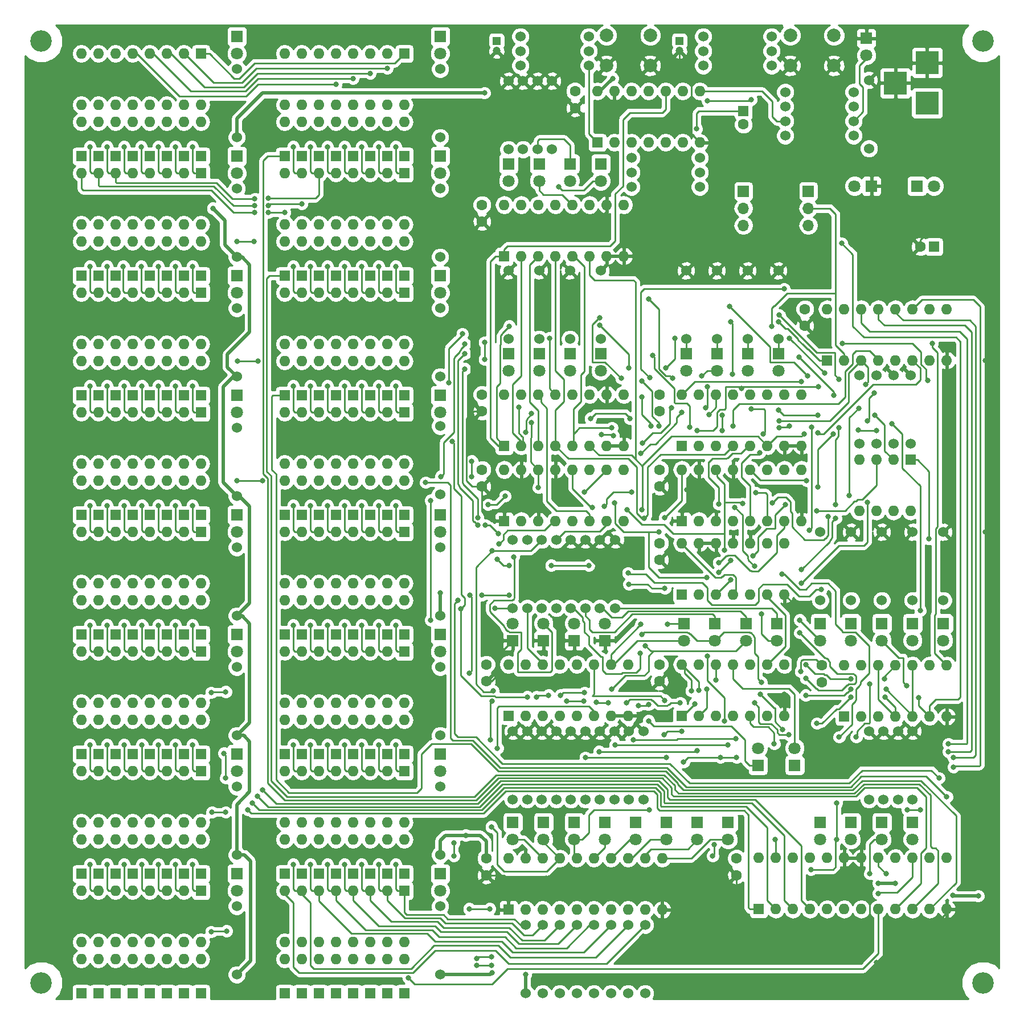
<source format=gtl>
G04 #@! TF.FileFunction,Copper,L1,Top,Signal*
%FSLAX46Y46*%
G04 Gerber Fmt 4.6, Leading zero omitted, Abs format (unit mm)*
G04 Created by KiCad (PCBNEW 4.0.1-stable) date 2017/06/30 23:27:55*
%MOMM*%
G01*
G04 APERTURE LIST*
%ADD10C,0.100000*%
%ADD11R,1.700000X1.700000*%
%ADD12O,1.700000X1.700000*%
%ADD13C,1.524000*%
%ADD14R,1.600000X1.600000*%
%ADD15C,1.600000*%
%ADD16R,1.200000X1.200000*%
%ADD17C,1.200000*%
%ADD18O,1.600000X1.600000*%
%ADD19R,3.500000X3.500000*%
%ADD20R,1.800000X1.800000*%
%ADD21C,1.800000*%
%ADD22C,2.000000*%
%ADD23C,3.200000*%
%ADD24C,0.800000*%
%ADD25C,0.250000*%
%ADD26C,0.500000*%
%ADD27C,0.254000*%
G04 APERTURE END LIST*
D10*
D11*
X243205000Y-90805000D03*
D12*
X243205000Y-93345000D03*
X243205000Y-95885000D03*
D13*
X210058000Y-152781000D03*
X210058000Y-142621000D03*
X207899000Y-152781000D03*
X207899000Y-142621000D03*
D14*
X261874000Y-99060000D03*
D15*
X259874000Y-99060000D03*
X194691000Y-121031000D03*
X194691000Y-123531000D03*
X195326000Y-161163000D03*
X195326000Y-163663000D03*
X194691000Y-132207000D03*
X194691000Y-134707000D03*
X221107000Y-143129000D03*
X221107000Y-145629000D03*
X221107000Y-121031000D03*
X221107000Y-123531000D03*
X221043500Y-161163000D03*
X221043500Y-163663000D03*
X245237000Y-161290000D03*
X245237000Y-163790000D03*
X221107000Y-132207000D03*
X221107000Y-134707000D03*
X194691000Y-92837000D03*
X194691000Y-95337000D03*
X242697000Y-108331000D03*
X242697000Y-110831000D03*
X208534000Y-75946000D03*
X208534000Y-78446000D03*
X195326000Y-189992000D03*
X195326000Y-192492000D03*
X232537000Y-189992000D03*
X232537000Y-192492000D03*
D16*
X196850000Y-68453000D03*
D17*
X196850000Y-69953000D03*
D14*
X233553000Y-78867000D03*
D15*
X233553000Y-80867000D03*
D16*
X224028000Y-68453000D03*
D17*
X224028000Y-69953000D03*
D14*
X135128000Y-85598000D03*
D18*
X135128000Y-80518000D03*
D14*
X137668000Y-85598000D03*
D18*
X137668000Y-80518000D03*
D14*
X140208000Y-85598000D03*
D18*
X140208000Y-80518000D03*
D14*
X142748000Y-85598000D03*
D18*
X142748000Y-80518000D03*
D14*
X145288000Y-85598000D03*
D18*
X145288000Y-80518000D03*
D14*
X147828000Y-85598000D03*
D18*
X147828000Y-80518000D03*
D14*
X150368000Y-85598000D03*
D18*
X150368000Y-80518000D03*
D14*
X152908000Y-85598000D03*
D18*
X152908000Y-80518000D03*
D14*
X135128000Y-103378000D03*
D18*
X135128000Y-98298000D03*
D14*
X137668000Y-103378000D03*
D18*
X137668000Y-98298000D03*
D14*
X140208000Y-103378000D03*
D18*
X140208000Y-98298000D03*
D14*
X142748000Y-103378000D03*
D18*
X142748000Y-98298000D03*
D14*
X145288000Y-103378000D03*
D18*
X145288000Y-98298000D03*
D14*
X147828000Y-103378000D03*
D18*
X147828000Y-98298000D03*
D14*
X150368000Y-103378000D03*
D18*
X150368000Y-98298000D03*
D14*
X152908000Y-103378000D03*
D18*
X152908000Y-98298000D03*
D14*
X135128000Y-121158000D03*
D18*
X135128000Y-116078000D03*
D14*
X137668000Y-121158000D03*
D18*
X137668000Y-116078000D03*
D14*
X140208000Y-121158000D03*
D18*
X140208000Y-116078000D03*
D14*
X142748000Y-121158000D03*
D18*
X142748000Y-116078000D03*
D14*
X145288000Y-121158000D03*
D18*
X145288000Y-116078000D03*
D14*
X147828000Y-121158000D03*
D18*
X147828000Y-116078000D03*
D14*
X150368000Y-121158000D03*
D18*
X150368000Y-116078000D03*
D14*
X152908000Y-121158000D03*
D18*
X152908000Y-116078000D03*
D14*
X135128000Y-138938000D03*
D18*
X135128000Y-133858000D03*
D14*
X137668000Y-138938000D03*
D18*
X137668000Y-133858000D03*
D14*
X140208000Y-138938000D03*
D18*
X140208000Y-133858000D03*
D14*
X142748000Y-138938000D03*
D18*
X142748000Y-133858000D03*
D14*
X145288000Y-138938000D03*
D18*
X145288000Y-133858000D03*
D14*
X147828000Y-138938000D03*
D18*
X147828000Y-133858000D03*
D14*
X150368000Y-138938000D03*
D18*
X150368000Y-133858000D03*
D14*
X152908000Y-138938000D03*
D18*
X152908000Y-133858000D03*
D14*
X135128000Y-156718000D03*
D18*
X135128000Y-151638000D03*
D14*
X137668000Y-156718000D03*
D18*
X137668000Y-151638000D03*
D14*
X140208000Y-156718000D03*
D18*
X140208000Y-151638000D03*
D14*
X142748000Y-156718000D03*
D18*
X142748000Y-151638000D03*
D14*
X145288000Y-156718000D03*
D18*
X145288000Y-151638000D03*
D14*
X147828000Y-156718000D03*
D18*
X147828000Y-151638000D03*
D14*
X150368000Y-156718000D03*
D18*
X150368000Y-151638000D03*
D14*
X152908000Y-156718000D03*
D18*
X152908000Y-151638000D03*
D14*
X135128000Y-174498000D03*
D18*
X135128000Y-169418000D03*
D14*
X137668000Y-174498000D03*
D18*
X137668000Y-169418000D03*
D14*
X140208000Y-174498000D03*
D18*
X140208000Y-169418000D03*
D14*
X142748000Y-174498000D03*
D18*
X142748000Y-169418000D03*
D14*
X145288000Y-174498000D03*
D18*
X145288000Y-169418000D03*
D14*
X147828000Y-174498000D03*
D18*
X147828000Y-169418000D03*
D14*
X150368000Y-174498000D03*
D18*
X150368000Y-169418000D03*
D14*
X152908000Y-174498000D03*
D18*
X152908000Y-169418000D03*
D14*
X135128000Y-192278000D03*
D18*
X135128000Y-187198000D03*
D14*
X137668000Y-192278000D03*
D18*
X137668000Y-187198000D03*
D14*
X140208000Y-192278000D03*
D18*
X140208000Y-187198000D03*
D14*
X142748000Y-192278000D03*
D18*
X142748000Y-187198000D03*
D14*
X145288000Y-192278000D03*
D18*
X145288000Y-187198000D03*
D14*
X147828000Y-192278000D03*
D18*
X147828000Y-187198000D03*
D14*
X150368000Y-192278000D03*
D18*
X150368000Y-187198000D03*
D14*
X152908000Y-192278000D03*
D18*
X152908000Y-187198000D03*
D14*
X135128000Y-210058000D03*
D18*
X135128000Y-204978000D03*
D14*
X137668000Y-210058000D03*
D18*
X137668000Y-204978000D03*
D14*
X140208000Y-210058000D03*
D18*
X140208000Y-204978000D03*
D14*
X142748000Y-210058000D03*
D18*
X142748000Y-204978000D03*
D14*
X145288000Y-210058000D03*
D18*
X145288000Y-204978000D03*
D14*
X147828000Y-210058000D03*
D18*
X147828000Y-204978000D03*
D14*
X150368000Y-210058000D03*
D18*
X150368000Y-204978000D03*
D14*
X152908000Y-210058000D03*
D18*
X152908000Y-204978000D03*
D14*
X165354000Y-85598000D03*
D18*
X165354000Y-80518000D03*
D14*
X167894000Y-85598000D03*
D18*
X167894000Y-80518000D03*
D14*
X170434000Y-85598000D03*
D18*
X170434000Y-80518000D03*
D14*
X172974000Y-85598000D03*
D18*
X172974000Y-80518000D03*
D14*
X175514000Y-85598000D03*
D18*
X175514000Y-80518000D03*
D14*
X178054000Y-85598000D03*
D18*
X178054000Y-80518000D03*
D14*
X180594000Y-85598000D03*
D18*
X180594000Y-80518000D03*
D14*
X183134000Y-85598000D03*
D18*
X183134000Y-80518000D03*
D14*
X165354000Y-103378000D03*
D18*
X165354000Y-98298000D03*
D14*
X167894000Y-103378000D03*
D18*
X167894000Y-98298000D03*
D14*
X170434000Y-103378000D03*
D18*
X170434000Y-98298000D03*
D14*
X172974000Y-103378000D03*
D18*
X172974000Y-98298000D03*
D14*
X175514000Y-103378000D03*
D18*
X175514000Y-98298000D03*
D14*
X178054000Y-103378000D03*
D18*
X178054000Y-98298000D03*
D14*
X180594000Y-103378000D03*
D18*
X180594000Y-98298000D03*
D14*
X183134000Y-103378000D03*
D18*
X183134000Y-98298000D03*
D14*
X165354000Y-121158000D03*
D18*
X165354000Y-116078000D03*
D14*
X167894000Y-121158000D03*
D18*
X167894000Y-116078000D03*
D14*
X170434000Y-121158000D03*
D18*
X170434000Y-116078000D03*
D14*
X172974000Y-121158000D03*
D18*
X172974000Y-116078000D03*
D14*
X175514000Y-121158000D03*
D18*
X175514000Y-116078000D03*
D14*
X178054000Y-121158000D03*
D18*
X178054000Y-116078000D03*
D14*
X180594000Y-121158000D03*
D18*
X180594000Y-116078000D03*
D14*
X183134000Y-121158000D03*
D18*
X183134000Y-116078000D03*
D14*
X165354000Y-138938000D03*
D18*
X165354000Y-133858000D03*
D14*
X167894000Y-138938000D03*
D18*
X167894000Y-133858000D03*
D14*
X170434000Y-138938000D03*
D18*
X170434000Y-133858000D03*
D14*
X172974000Y-138938000D03*
D18*
X172974000Y-133858000D03*
D14*
X175514000Y-138938000D03*
D18*
X175514000Y-133858000D03*
D14*
X178054000Y-138938000D03*
D18*
X178054000Y-133858000D03*
D14*
X180594000Y-138938000D03*
D18*
X180594000Y-133858000D03*
D14*
X183134000Y-138938000D03*
D18*
X183134000Y-133858000D03*
D14*
X165354000Y-156718000D03*
D18*
X165354000Y-151638000D03*
D14*
X167894000Y-156718000D03*
D18*
X167894000Y-151638000D03*
D14*
X170434000Y-156718000D03*
D18*
X170434000Y-151638000D03*
D14*
X172974000Y-156718000D03*
D18*
X172974000Y-151638000D03*
D14*
X175514000Y-156718000D03*
D18*
X175514000Y-151638000D03*
D14*
X178054000Y-156718000D03*
D18*
X178054000Y-151638000D03*
D14*
X180594000Y-156718000D03*
D18*
X180594000Y-151638000D03*
D14*
X183134000Y-156718000D03*
D18*
X183134000Y-151638000D03*
D14*
X165354000Y-174498000D03*
D18*
X165354000Y-169418000D03*
D14*
X167894000Y-174498000D03*
D18*
X167894000Y-169418000D03*
D14*
X170434000Y-174498000D03*
D18*
X170434000Y-169418000D03*
D14*
X172974000Y-174498000D03*
D18*
X172974000Y-169418000D03*
D14*
X175514000Y-174498000D03*
D18*
X175514000Y-169418000D03*
D14*
X178054000Y-174498000D03*
D18*
X178054000Y-169418000D03*
D14*
X180594000Y-174498000D03*
D18*
X180594000Y-169418000D03*
D14*
X183134000Y-174498000D03*
D18*
X183134000Y-169418000D03*
D14*
X165354000Y-192278000D03*
D18*
X165354000Y-187198000D03*
D14*
X167894000Y-192278000D03*
D18*
X167894000Y-187198000D03*
D14*
X170434000Y-192278000D03*
D18*
X170434000Y-187198000D03*
D14*
X172974000Y-192278000D03*
D18*
X172974000Y-187198000D03*
D14*
X175514000Y-192278000D03*
D18*
X175514000Y-187198000D03*
D14*
X178054000Y-192278000D03*
D18*
X178054000Y-187198000D03*
D14*
X180594000Y-192278000D03*
D18*
X180594000Y-187198000D03*
D14*
X183134000Y-192278000D03*
D18*
X183134000Y-187198000D03*
D14*
X165354000Y-210058000D03*
D18*
X165354000Y-204978000D03*
D14*
X167894000Y-210058000D03*
D18*
X167894000Y-204978000D03*
D14*
X170434000Y-210058000D03*
D18*
X170434000Y-204978000D03*
D14*
X172974000Y-210058000D03*
D18*
X172974000Y-204978000D03*
D14*
X175514000Y-210058000D03*
D18*
X175514000Y-204978000D03*
D14*
X178054000Y-210058000D03*
D18*
X178054000Y-204978000D03*
D14*
X180594000Y-210058000D03*
D18*
X180594000Y-204978000D03*
D14*
X183134000Y-210058000D03*
D18*
X183134000Y-204978000D03*
D14*
X152908000Y-70358000D03*
D18*
X135128000Y-77978000D03*
X150368000Y-70358000D03*
X137668000Y-77978000D03*
X147828000Y-70358000D03*
X140208000Y-77978000D03*
X145288000Y-70358000D03*
X142748000Y-77978000D03*
X142748000Y-70358000D03*
X145288000Y-77978000D03*
X140208000Y-70358000D03*
X147828000Y-77978000D03*
X137668000Y-70358000D03*
X150368000Y-77978000D03*
X135128000Y-70358000D03*
X152908000Y-77978000D03*
D14*
X152908000Y-88138000D03*
D18*
X135128000Y-95758000D03*
X150368000Y-88138000D03*
X137668000Y-95758000D03*
X147828000Y-88138000D03*
X140208000Y-95758000D03*
X145288000Y-88138000D03*
X142748000Y-95758000D03*
X142748000Y-88138000D03*
X145288000Y-95758000D03*
X140208000Y-88138000D03*
X147828000Y-95758000D03*
X137668000Y-88138000D03*
X150368000Y-95758000D03*
X135128000Y-88138000D03*
X152908000Y-95758000D03*
D14*
X152908000Y-105918000D03*
D18*
X135128000Y-113538000D03*
X150368000Y-105918000D03*
X137668000Y-113538000D03*
X147828000Y-105918000D03*
X140208000Y-113538000D03*
X145288000Y-105918000D03*
X142748000Y-113538000D03*
X142748000Y-105918000D03*
X145288000Y-113538000D03*
X140208000Y-105918000D03*
X147828000Y-113538000D03*
X137668000Y-105918000D03*
X150368000Y-113538000D03*
X135128000Y-105918000D03*
X152908000Y-113538000D03*
D14*
X152908000Y-123698000D03*
D18*
X135128000Y-131318000D03*
X150368000Y-123698000D03*
X137668000Y-131318000D03*
X147828000Y-123698000D03*
X140208000Y-131318000D03*
X145288000Y-123698000D03*
X142748000Y-131318000D03*
X142748000Y-123698000D03*
X145288000Y-131318000D03*
X140208000Y-123698000D03*
X147828000Y-131318000D03*
X137668000Y-123698000D03*
X150368000Y-131318000D03*
X135128000Y-123698000D03*
X152908000Y-131318000D03*
D14*
X152908000Y-141478000D03*
D18*
X135128000Y-149098000D03*
X150368000Y-141478000D03*
X137668000Y-149098000D03*
X147828000Y-141478000D03*
X140208000Y-149098000D03*
X145288000Y-141478000D03*
X142748000Y-149098000D03*
X142748000Y-141478000D03*
X145288000Y-149098000D03*
X140208000Y-141478000D03*
X147828000Y-149098000D03*
X137668000Y-141478000D03*
X150368000Y-149098000D03*
X135128000Y-141478000D03*
X152908000Y-149098000D03*
D14*
X152908000Y-159258000D03*
D18*
X135128000Y-166878000D03*
X150368000Y-159258000D03*
X137668000Y-166878000D03*
X147828000Y-159258000D03*
X140208000Y-166878000D03*
X145288000Y-159258000D03*
X142748000Y-166878000D03*
X142748000Y-159258000D03*
X145288000Y-166878000D03*
X140208000Y-159258000D03*
X147828000Y-166878000D03*
X137668000Y-159258000D03*
X150368000Y-166878000D03*
X135128000Y-159258000D03*
X152908000Y-166878000D03*
D14*
X152908000Y-177038000D03*
D18*
X135128000Y-184658000D03*
X150368000Y-177038000D03*
X137668000Y-184658000D03*
X147828000Y-177038000D03*
X140208000Y-184658000D03*
X145288000Y-177038000D03*
X142748000Y-184658000D03*
X142748000Y-177038000D03*
X145288000Y-184658000D03*
X140208000Y-177038000D03*
X147828000Y-184658000D03*
X137668000Y-177038000D03*
X150368000Y-184658000D03*
X135128000Y-177038000D03*
X152908000Y-184658000D03*
D14*
X152908000Y-194818000D03*
D18*
X135128000Y-202438000D03*
X150368000Y-194818000D03*
X137668000Y-202438000D03*
X147828000Y-194818000D03*
X140208000Y-202438000D03*
X145288000Y-194818000D03*
X142748000Y-202438000D03*
X142748000Y-194818000D03*
X145288000Y-202438000D03*
X140208000Y-194818000D03*
X147828000Y-202438000D03*
X137668000Y-194818000D03*
X150368000Y-202438000D03*
X135128000Y-194818000D03*
X152908000Y-202438000D03*
D14*
X183134000Y-70358000D03*
D18*
X165354000Y-77978000D03*
X180594000Y-70358000D03*
X167894000Y-77978000D03*
X178054000Y-70358000D03*
X170434000Y-77978000D03*
X175514000Y-70358000D03*
X172974000Y-77978000D03*
X172974000Y-70358000D03*
X175514000Y-77978000D03*
X170434000Y-70358000D03*
X178054000Y-77978000D03*
X167894000Y-70358000D03*
X180594000Y-77978000D03*
X165354000Y-70358000D03*
X183134000Y-77978000D03*
D14*
X183134000Y-88138000D03*
D18*
X165354000Y-95758000D03*
X180594000Y-88138000D03*
X167894000Y-95758000D03*
X178054000Y-88138000D03*
X170434000Y-95758000D03*
X175514000Y-88138000D03*
X172974000Y-95758000D03*
X172974000Y-88138000D03*
X175514000Y-95758000D03*
X170434000Y-88138000D03*
X178054000Y-95758000D03*
X167894000Y-88138000D03*
X180594000Y-95758000D03*
X165354000Y-88138000D03*
X183134000Y-95758000D03*
D14*
X183134000Y-105918000D03*
D18*
X165354000Y-113538000D03*
X180594000Y-105918000D03*
X167894000Y-113538000D03*
X178054000Y-105918000D03*
X170434000Y-113538000D03*
X175514000Y-105918000D03*
X172974000Y-113538000D03*
X172974000Y-105918000D03*
X175514000Y-113538000D03*
X170434000Y-105918000D03*
X178054000Y-113538000D03*
X167894000Y-105918000D03*
X180594000Y-113538000D03*
X165354000Y-105918000D03*
X183134000Y-113538000D03*
D14*
X183134000Y-123698000D03*
D18*
X165354000Y-131318000D03*
X180594000Y-123698000D03*
X167894000Y-131318000D03*
X178054000Y-123698000D03*
X170434000Y-131318000D03*
X175514000Y-123698000D03*
X172974000Y-131318000D03*
X172974000Y-123698000D03*
X175514000Y-131318000D03*
X170434000Y-123698000D03*
X178054000Y-131318000D03*
X167894000Y-123698000D03*
X180594000Y-131318000D03*
X165354000Y-123698000D03*
X183134000Y-131318000D03*
D14*
X183134000Y-141478000D03*
D18*
X165354000Y-149098000D03*
X180594000Y-141478000D03*
X167894000Y-149098000D03*
X178054000Y-141478000D03*
X170434000Y-149098000D03*
X175514000Y-141478000D03*
X172974000Y-149098000D03*
X172974000Y-141478000D03*
X175514000Y-149098000D03*
X170434000Y-141478000D03*
X178054000Y-149098000D03*
X167894000Y-141478000D03*
X180594000Y-149098000D03*
X165354000Y-141478000D03*
X183134000Y-149098000D03*
D14*
X183134000Y-159258000D03*
D18*
X165354000Y-166878000D03*
X180594000Y-159258000D03*
X167894000Y-166878000D03*
X178054000Y-159258000D03*
X170434000Y-166878000D03*
X175514000Y-159258000D03*
X172974000Y-166878000D03*
X172974000Y-159258000D03*
X175514000Y-166878000D03*
X170434000Y-159258000D03*
X178054000Y-166878000D03*
X167894000Y-159258000D03*
X180594000Y-166878000D03*
X165354000Y-159258000D03*
X183134000Y-166878000D03*
D14*
X183134000Y-177038000D03*
D18*
X165354000Y-184658000D03*
X180594000Y-177038000D03*
X167894000Y-184658000D03*
X178054000Y-177038000D03*
X170434000Y-184658000D03*
X175514000Y-177038000D03*
X172974000Y-184658000D03*
X172974000Y-177038000D03*
X175514000Y-184658000D03*
X170434000Y-177038000D03*
X178054000Y-184658000D03*
X167894000Y-177038000D03*
X180594000Y-184658000D03*
X165354000Y-177038000D03*
X183134000Y-184658000D03*
D14*
X183134000Y-194818000D03*
D18*
X165354000Y-202438000D03*
X180594000Y-194818000D03*
X167894000Y-202438000D03*
X178054000Y-194818000D03*
X170434000Y-202438000D03*
X175514000Y-194818000D03*
X172974000Y-202438000D03*
X172974000Y-194818000D03*
X175514000Y-202438000D03*
X170434000Y-194818000D03*
X178054000Y-202438000D03*
X167894000Y-194818000D03*
X180594000Y-202438000D03*
X165354000Y-194818000D03*
X183134000Y-202438000D03*
D14*
X258381500Y-130746500D03*
D18*
X250761500Y-138366500D03*
X255841500Y-130746500D03*
X253301500Y-138366500D03*
X253301500Y-130746500D03*
X255841500Y-138366500D03*
X250761500Y-130746500D03*
X258381500Y-138366500D03*
D19*
X260858000Y-77724000D03*
X260858000Y-71724000D03*
X256158000Y-74724000D03*
D20*
X259334000Y-90043000D03*
D21*
X261874000Y-90043000D03*
D20*
X198628000Y-114935000D03*
D21*
X198628000Y-117475000D03*
D20*
X203200000Y-114935000D03*
D21*
X203200000Y-117475000D03*
D20*
X207772000Y-114935000D03*
D21*
X207772000Y-117475000D03*
D20*
X212344000Y-114935000D03*
D21*
X212344000Y-117475000D03*
D20*
X225044000Y-114935000D03*
D21*
X225044000Y-117475000D03*
D20*
X229616000Y-114935000D03*
D21*
X229616000Y-117475000D03*
D20*
X234188000Y-114935000D03*
D21*
X234188000Y-117475000D03*
D20*
X238760000Y-114935000D03*
D21*
X238760000Y-117475000D03*
D20*
X263271000Y-155067000D03*
D21*
X263271000Y-157607000D03*
D20*
X258699000Y-155067000D03*
D21*
X258699000Y-157607000D03*
D20*
X254127000Y-155067000D03*
D21*
X254127000Y-157607000D03*
D20*
X249555000Y-155067000D03*
D21*
X249555000Y-157607000D03*
D20*
X212979000Y-157607000D03*
D21*
X212979000Y-155067000D03*
D20*
X208407000Y-157607000D03*
D21*
X208407000Y-155067000D03*
D20*
X203835000Y-157607000D03*
D21*
X203835000Y-155067000D03*
D20*
X199263000Y-157607000D03*
D21*
X199263000Y-155067000D03*
D20*
X238506000Y-155067000D03*
D21*
X238506000Y-157607000D03*
D20*
X233934000Y-155067000D03*
D21*
X233934000Y-157607000D03*
D20*
X229298500Y-155067000D03*
D21*
X229298500Y-157607000D03*
D20*
X224726500Y-155067000D03*
D21*
X224726500Y-157607000D03*
D20*
X199263000Y-184658000D03*
D21*
X199263000Y-187198000D03*
D20*
X203835000Y-184658000D03*
D21*
X203835000Y-187198000D03*
D20*
X208407000Y-184658000D03*
D21*
X208407000Y-187198000D03*
D20*
X212979000Y-184658000D03*
D21*
X212979000Y-187198000D03*
D20*
X217551000Y-184658000D03*
D21*
X217551000Y-187198000D03*
D20*
X222123000Y-184658000D03*
D21*
X222123000Y-187198000D03*
D20*
X226695000Y-184658000D03*
D21*
X226695000Y-187198000D03*
D20*
X231267000Y-184658000D03*
D21*
X231267000Y-187198000D03*
D20*
X241173000Y-176149000D03*
D21*
X241173000Y-173609000D03*
D20*
X235712000Y-176149000D03*
D21*
X235712000Y-173609000D03*
D20*
X244983000Y-155067000D03*
D21*
X244983000Y-157607000D03*
D20*
X198628000Y-86741000D03*
D21*
X198628000Y-89281000D03*
D20*
X203200000Y-86741000D03*
D21*
X203200000Y-89281000D03*
D20*
X207772000Y-86741000D03*
D21*
X207772000Y-89281000D03*
D20*
X212344000Y-86741000D03*
D21*
X212344000Y-89281000D03*
D20*
X252603000Y-90043000D03*
D21*
X250063000Y-90043000D03*
D20*
X251841000Y-68072000D03*
D21*
X251841000Y-70612000D03*
D20*
X158242000Y-192278000D03*
D21*
X158242000Y-194818000D03*
D20*
X158242000Y-174498000D03*
D21*
X158242000Y-177038000D03*
D20*
X158242000Y-156718000D03*
D21*
X158242000Y-159258000D03*
D20*
X158242000Y-138938000D03*
D21*
X158242000Y-141478000D03*
D20*
X158242000Y-121158000D03*
D21*
X158242000Y-123698000D03*
D20*
X158242000Y-103378000D03*
D21*
X158242000Y-105918000D03*
D20*
X158242000Y-85598000D03*
D21*
X158242000Y-88138000D03*
D20*
X158242000Y-67818000D03*
D21*
X158242000Y-70358000D03*
D20*
X188468000Y-67818000D03*
D21*
X188468000Y-70358000D03*
D20*
X188468000Y-85598000D03*
D21*
X188468000Y-88138000D03*
D20*
X188468000Y-103378000D03*
D21*
X188468000Y-105918000D03*
D20*
X188468000Y-121158000D03*
D21*
X188468000Y-123698000D03*
D20*
X188468000Y-138938000D03*
D21*
X188468000Y-141478000D03*
D20*
X188468000Y-156718000D03*
D21*
X188468000Y-159258000D03*
D20*
X188468000Y-174498000D03*
D21*
X188468000Y-177038000D03*
D20*
X188468000Y-192278000D03*
D21*
X188468000Y-194818000D03*
D22*
X219710000Y-67636000D03*
X219710000Y-72136000D03*
X213210000Y-67636000D03*
X213210000Y-72136000D03*
X247015000Y-67636000D03*
X247015000Y-72136000D03*
X240515000Y-67636000D03*
X240515000Y-72136000D03*
D13*
X198628000Y-112776000D03*
X198628000Y-102616000D03*
X203200000Y-112776000D03*
X203200000Y-102616000D03*
X207772000Y-112776000D03*
X207772000Y-102616000D03*
X212344000Y-112776000D03*
X212344000Y-102616000D03*
X225044000Y-112776000D03*
X225044000Y-102616000D03*
X229616000Y-112776000D03*
X229616000Y-102616000D03*
X234188000Y-112776000D03*
X234188000Y-102616000D03*
X238760000Y-112776000D03*
X238760000Y-102616000D03*
X263271000Y-151638000D03*
X263271000Y-141478000D03*
X258699000Y-151638000D03*
X258699000Y-141478000D03*
X254127000Y-151638000D03*
X254127000Y-141478000D03*
X249555000Y-151638000D03*
X249555000Y-141478000D03*
X205740000Y-142621000D03*
X205740000Y-152781000D03*
X203581000Y-142621000D03*
X203581000Y-152781000D03*
X201422000Y-152781000D03*
X201422000Y-142621000D03*
X199263000Y-152781000D03*
X199263000Y-142621000D03*
X212217000Y-152781000D03*
X212217000Y-142621000D03*
X199263000Y-181229000D03*
X199263000Y-171069000D03*
X201422000Y-181229000D03*
X201422000Y-171069000D03*
X203581000Y-181229000D03*
X203581000Y-171069000D03*
X205740000Y-181229000D03*
X205740000Y-171069000D03*
X207899000Y-181229000D03*
X207899000Y-171069000D03*
X210058000Y-181229000D03*
X210058000Y-171069000D03*
X212217000Y-181229000D03*
X212217000Y-171069000D03*
X214376000Y-181229000D03*
X214376000Y-171069000D03*
X216535000Y-181229000D03*
X216535000Y-171069000D03*
X218694000Y-181229000D03*
X218694000Y-171069000D03*
X244983000Y-151638000D03*
X244983000Y-141478000D03*
X252222000Y-74295000D03*
X252222000Y-84455000D03*
X258381500Y-118173500D03*
X258381500Y-128333500D03*
X255841500Y-118173500D03*
X255841500Y-128333500D03*
X253301500Y-118173500D03*
X253301500Y-128333500D03*
X198628000Y-84582000D03*
X198628000Y-74422000D03*
X200787000Y-84582000D03*
X200787000Y-74422000D03*
X202946000Y-84582000D03*
X202946000Y-74422000D03*
X205105000Y-84582000D03*
X205105000Y-74422000D03*
X250825000Y-118173500D03*
X250825000Y-128333500D03*
X200406000Y-67818000D03*
X210566000Y-67818000D03*
X249936000Y-78232000D03*
X239776000Y-78232000D03*
X249936000Y-82550000D03*
X239776000Y-82550000D03*
X216916000Y-88011000D03*
X227076000Y-88011000D03*
X216916000Y-90170000D03*
X227076000Y-90170000D03*
X216916000Y-85852000D03*
X227076000Y-85852000D03*
X249936000Y-76073000D03*
X239776000Y-76073000D03*
X227584000Y-67818000D03*
X237744000Y-67818000D03*
X227584000Y-69977000D03*
X237744000Y-69977000D03*
X237744000Y-72136000D03*
X227584000Y-72136000D03*
X249936000Y-80391000D03*
X239776000Y-80391000D03*
X201168000Y-210058000D03*
X201168000Y-199898000D03*
X203708000Y-210058000D03*
X203708000Y-199898000D03*
X206248000Y-210058000D03*
X206248000Y-199898000D03*
X208788000Y-210058000D03*
X208788000Y-199898000D03*
X211328000Y-210058000D03*
X211328000Y-199898000D03*
X213868000Y-210058000D03*
X213868000Y-199898000D03*
X216408000Y-210058000D03*
X216408000Y-199898000D03*
X218948000Y-210058000D03*
X218948000Y-199898000D03*
X158242000Y-197104000D03*
X158242000Y-207264000D03*
X158242000Y-179324000D03*
X158242000Y-189484000D03*
X158242000Y-161544000D03*
X158242000Y-171704000D03*
X158242000Y-143764000D03*
X158242000Y-153924000D03*
X158242000Y-125984000D03*
X158242000Y-136144000D03*
X158242000Y-108204000D03*
X158242000Y-118364000D03*
X158242000Y-90424000D03*
X158242000Y-100584000D03*
X158242000Y-72644000D03*
X158242000Y-82804000D03*
X188468000Y-72644000D03*
X188468000Y-82804000D03*
X188468000Y-90424000D03*
X188468000Y-100584000D03*
X188468000Y-108204000D03*
X188468000Y-118364000D03*
X188468000Y-125730000D03*
X188468000Y-135890000D03*
X188468000Y-143764000D03*
X188468000Y-153924000D03*
X188468000Y-161544000D03*
X188468000Y-171704000D03*
X188468000Y-179324000D03*
X188468000Y-189484000D03*
X188468000Y-197104000D03*
X188468000Y-207264000D03*
D11*
X233553000Y-90805000D03*
D12*
X233553000Y-93345000D03*
X233553000Y-95885000D03*
D14*
X197993000Y-128651000D03*
D18*
X215773000Y-121031000D03*
X200533000Y-128651000D03*
X213233000Y-121031000D03*
X203073000Y-128651000D03*
X210693000Y-121031000D03*
X205613000Y-128651000D03*
X208153000Y-121031000D03*
X208153000Y-128651000D03*
X205613000Y-121031000D03*
X210693000Y-128651000D03*
X203073000Y-121031000D03*
X213233000Y-128651000D03*
X200533000Y-121031000D03*
X215773000Y-128651000D03*
X197993000Y-121031000D03*
D14*
X198628000Y-168783000D03*
D18*
X216408000Y-161163000D03*
X201168000Y-168783000D03*
X213868000Y-161163000D03*
X203708000Y-168783000D03*
X211328000Y-161163000D03*
X206248000Y-168783000D03*
X208788000Y-161163000D03*
X208788000Y-168783000D03*
X206248000Y-161163000D03*
X211328000Y-168783000D03*
X203708000Y-161163000D03*
X213868000Y-168783000D03*
X201168000Y-161163000D03*
X216408000Y-168783000D03*
X198628000Y-161163000D03*
D14*
X197993000Y-139827000D03*
D18*
X215773000Y-132207000D03*
X200533000Y-139827000D03*
X213233000Y-132207000D03*
X203073000Y-139827000D03*
X210693000Y-132207000D03*
X205613000Y-139827000D03*
X208153000Y-132207000D03*
X208153000Y-139827000D03*
X205613000Y-132207000D03*
X210693000Y-139827000D03*
X203073000Y-132207000D03*
X213233000Y-139827000D03*
X200533000Y-132207000D03*
X215773000Y-139827000D03*
X197993000Y-132207000D03*
D14*
X224409000Y-150749000D03*
D18*
X239649000Y-143129000D03*
X226949000Y-150749000D03*
X237109000Y-143129000D03*
X229489000Y-150749000D03*
X234569000Y-143129000D03*
X232029000Y-150749000D03*
X232029000Y-143129000D03*
X234569000Y-150749000D03*
X229489000Y-143129000D03*
X237109000Y-150749000D03*
X226949000Y-143129000D03*
X239649000Y-150749000D03*
X224409000Y-143129000D03*
D14*
X224409000Y-128651000D03*
D18*
X242189000Y-121031000D03*
X226949000Y-128651000D03*
X239649000Y-121031000D03*
X229489000Y-128651000D03*
X237109000Y-121031000D03*
X232029000Y-128651000D03*
X234569000Y-121031000D03*
X234569000Y-128651000D03*
X232029000Y-121031000D03*
X237109000Y-128651000D03*
X229489000Y-121031000D03*
X239649000Y-128651000D03*
X226949000Y-121031000D03*
X242189000Y-128651000D03*
X224409000Y-121031000D03*
D14*
X224409000Y-168783000D03*
D18*
X239649000Y-161163000D03*
X226949000Y-168783000D03*
X237109000Y-161163000D03*
X229489000Y-168783000D03*
X234569000Y-161163000D03*
X232029000Y-168783000D03*
X232029000Y-161163000D03*
X234569000Y-168783000D03*
X229489000Y-161163000D03*
X237109000Y-168783000D03*
X226949000Y-161163000D03*
X239649000Y-168783000D03*
X224409000Y-161163000D03*
D14*
X248539000Y-168910000D03*
D18*
X263779000Y-161290000D03*
X251079000Y-168910000D03*
X261239000Y-161290000D03*
X253619000Y-168910000D03*
X258699000Y-161290000D03*
X256159000Y-168910000D03*
X256159000Y-161290000D03*
X258699000Y-168910000D03*
X253619000Y-161290000D03*
X261239000Y-168910000D03*
X251079000Y-161290000D03*
X263779000Y-168910000D03*
X248539000Y-161290000D03*
D14*
X224409000Y-139827000D03*
D18*
X242189000Y-132207000D03*
X226949000Y-139827000D03*
X239649000Y-132207000D03*
X229489000Y-139827000D03*
X237109000Y-132207000D03*
X232029000Y-139827000D03*
X234569000Y-132207000D03*
X234569000Y-139827000D03*
X232029000Y-132207000D03*
X237109000Y-139827000D03*
X229489000Y-132207000D03*
X239649000Y-139827000D03*
X226949000Y-132207000D03*
X242189000Y-139827000D03*
X224409000Y-132207000D03*
D14*
X197993000Y-100457000D03*
D18*
X215773000Y-92837000D03*
X200533000Y-100457000D03*
X213233000Y-92837000D03*
X203073000Y-100457000D03*
X210693000Y-92837000D03*
X205613000Y-100457000D03*
X208153000Y-92837000D03*
X208153000Y-100457000D03*
X205613000Y-92837000D03*
X210693000Y-100457000D03*
X203073000Y-92837000D03*
X213233000Y-100457000D03*
X200533000Y-92837000D03*
X215773000Y-100457000D03*
X197993000Y-92837000D03*
D14*
X245999000Y-115951000D03*
D18*
X263779000Y-108331000D03*
X248539000Y-115951000D03*
X261239000Y-108331000D03*
X251079000Y-115951000D03*
X258699000Y-108331000D03*
X253619000Y-115951000D03*
X256159000Y-108331000D03*
X256159000Y-115951000D03*
X253619000Y-108331000D03*
X258699000Y-115951000D03*
X251079000Y-108331000D03*
X261239000Y-115951000D03*
X248539000Y-108331000D03*
X263779000Y-115951000D03*
X245999000Y-108331000D03*
D14*
X211836000Y-83566000D03*
D18*
X227076000Y-75946000D03*
X214376000Y-83566000D03*
X224536000Y-75946000D03*
X216916000Y-83566000D03*
X221996000Y-75946000D03*
X219456000Y-83566000D03*
X219456000Y-75946000D03*
X221996000Y-83566000D03*
X216916000Y-75946000D03*
X224536000Y-83566000D03*
X214376000Y-75946000D03*
X227076000Y-83566000D03*
X211836000Y-75946000D03*
D14*
X198628000Y-197612000D03*
D18*
X221488000Y-189992000D03*
X201168000Y-197612000D03*
X218948000Y-189992000D03*
X203708000Y-197612000D03*
X216408000Y-189992000D03*
X206248000Y-197612000D03*
X213868000Y-189992000D03*
X208788000Y-197612000D03*
X211328000Y-189992000D03*
X211328000Y-197612000D03*
X208788000Y-189992000D03*
X213868000Y-197612000D03*
X206248000Y-189992000D03*
X216408000Y-197612000D03*
X203708000Y-189992000D03*
X218948000Y-197612000D03*
X201168000Y-189992000D03*
X221488000Y-197612000D03*
X198628000Y-189992000D03*
D14*
X235839000Y-197548500D03*
D18*
X263779000Y-189928500D03*
X238379000Y-197548500D03*
X261239000Y-189928500D03*
X240919000Y-197548500D03*
X258699000Y-189928500D03*
X243459000Y-197548500D03*
X256159000Y-189928500D03*
X245999000Y-197548500D03*
X253619000Y-189928500D03*
X248539000Y-197548500D03*
X251079000Y-189928500D03*
X251079000Y-197548500D03*
X248539000Y-189928500D03*
X253619000Y-197548500D03*
X245999000Y-189928500D03*
X256159000Y-197548500D03*
X243459000Y-189928500D03*
X258699000Y-197548500D03*
X240919000Y-189928500D03*
X261239000Y-197548500D03*
X238379000Y-189928500D03*
X263779000Y-197548500D03*
X235839000Y-189928500D03*
D20*
X244983000Y-184658000D03*
D21*
X244983000Y-187198000D03*
D20*
X249555000Y-184658000D03*
D21*
X249555000Y-187198000D03*
D20*
X254127000Y-184658000D03*
D21*
X254127000Y-187198000D03*
D20*
X258699000Y-184658000D03*
D21*
X258699000Y-187198000D03*
D13*
X252222000Y-171069000D03*
X252222000Y-181229000D03*
X254381000Y-171069000D03*
X254381000Y-181229000D03*
X256540000Y-171069000D03*
X256540000Y-181229000D03*
X258699000Y-171069000D03*
X258699000Y-181229000D03*
X214503000Y-152781000D03*
X214503000Y-142621000D03*
X200406000Y-69977000D03*
X210566000Y-69977000D03*
X210566000Y-72136000D03*
X200406000Y-72136000D03*
D23*
X269162000Y-68495000D03*
X129162000Y-68495000D03*
X129162000Y-208495000D03*
X269162000Y-208495000D03*
D24*
X242189000Y-119126000D03*
X225806000Y-165100000D03*
X242824000Y-163195000D03*
X241935000Y-156464000D03*
X226949000Y-164973000D03*
X242062000Y-162179000D03*
X221869000Y-139319000D03*
X268478000Y-195580000D03*
X264668000Y-195453000D03*
X256159000Y-193675000D03*
X253619000Y-193675000D03*
X195072000Y-76200000D03*
X214122000Y-74041000D03*
X192278000Y-186563000D03*
X154686000Y-93345000D03*
X188468000Y-150495000D03*
X196215000Y-207010000D03*
X201168000Y-207264000D03*
X219897960Y-99090480D03*
X226923600Y-100050600D03*
X231830880Y-100065840D03*
X236601000Y-100004880D03*
X243885720Y-99974400D03*
X193819780Y-89380060D03*
X193875660Y-83484720D03*
X197200520Y-80690720D03*
X201754740Y-78874620D03*
X256062480Y-104134920D03*
X258003040Y-94731840D03*
X254264160Y-98552000D03*
X200390760Y-96636840D03*
X226181920Y-94386400D03*
X218297760Y-96499680D03*
X210494880Y-96580960D03*
X265877040Y-103022400D03*
X267644880Y-95752920D03*
X267693140Y-87563960D03*
X268000480Y-74320400D03*
X264241280Y-82296000D03*
X256214880Y-82316320D03*
X225171000Y-135191500D03*
X240030000Y-163703000D03*
X239649000Y-165608000D03*
X214630000Y-149987000D03*
X194691000Y-100838000D03*
X204216000Y-192913000D03*
X269494000Y-115951000D03*
X269494000Y-141478000D03*
X266065000Y-194310000D03*
X248539000Y-195834000D03*
X232918000Y-195961000D03*
X253365000Y-205486000D03*
X252349000Y-203454000D03*
X226568000Y-81534000D03*
X159893000Y-182753000D03*
X160528000Y-181737000D03*
X160782000Y-98298000D03*
X158242000Y-98298000D03*
X161290000Y-180721000D03*
X161417000Y-116078000D03*
X158369000Y-116078000D03*
X162052000Y-179832000D03*
X162052000Y-133858000D03*
X158242000Y-133858000D03*
X195834000Y-197485000D03*
X192786000Y-197485000D03*
X156591000Y-178054000D03*
X156337000Y-174371000D03*
X156591000Y-165227000D03*
X154432000Y-165354000D03*
X196088000Y-204597000D03*
X193929000Y-204851000D03*
X156591000Y-183134000D03*
X154559000Y-183134000D03*
X196088000Y-205867000D03*
X193929000Y-205867000D03*
X156718000Y-200787000D03*
X154432000Y-200914000D03*
X183769000Y-207772000D03*
X263779000Y-180848000D03*
X186309000Y-134112000D03*
X262636000Y-178054000D03*
X191135000Y-151638000D03*
X253619000Y-195199000D03*
X190500000Y-189611000D03*
X190500000Y-187706000D03*
X254762000Y-192278000D03*
X181864000Y-190881000D03*
X181864000Y-173101000D03*
X181864000Y-155321000D03*
X181864000Y-137541000D03*
X181864000Y-119761000D03*
X151638000Y-190881000D03*
X151638000Y-173101000D03*
X151638000Y-155321000D03*
X151638000Y-137541000D03*
X181864000Y-101981000D03*
X151638000Y-119761000D03*
X151638000Y-101981000D03*
X181864000Y-84201000D03*
X151638000Y-84201000D03*
X180594000Y-72517000D03*
X179324000Y-190881000D03*
X179324000Y-173101000D03*
X179324000Y-155321000D03*
X179324000Y-137541000D03*
X179324000Y-119761000D03*
X149098000Y-190881000D03*
X149098000Y-173101000D03*
X149098000Y-155321000D03*
X149098000Y-137541000D03*
X179324000Y-101981000D03*
X149098000Y-119761000D03*
X149098000Y-101981000D03*
X179324000Y-84201000D03*
X149098000Y-84201000D03*
X178054000Y-73279000D03*
X176784000Y-190881000D03*
X176784000Y-173101000D03*
X176784000Y-155321000D03*
X176784000Y-137541000D03*
X176784000Y-119761000D03*
X146558000Y-190881000D03*
X146558000Y-173101000D03*
X146558000Y-155321000D03*
X146558000Y-137541000D03*
X176784000Y-101981000D03*
X146558000Y-119761000D03*
X146558000Y-101981000D03*
X176784000Y-84201000D03*
X146558000Y-84201000D03*
X175514000Y-74041000D03*
X174244000Y-190881000D03*
X174244000Y-173101000D03*
X174244000Y-155321000D03*
X174244000Y-137541000D03*
X174244000Y-119761000D03*
X144145000Y-190881000D03*
X144145000Y-173101000D03*
X144145000Y-155321000D03*
X144145000Y-137541000D03*
X174244000Y-101981000D03*
X144145000Y-119761000D03*
X144018000Y-101981000D03*
X174244000Y-84201000D03*
X144018000Y-84201000D03*
X172974000Y-74930000D03*
X171704000Y-190881000D03*
X171704000Y-173101000D03*
X171704000Y-155321000D03*
X171704000Y-137541000D03*
X171704000Y-119761000D03*
X141478000Y-190881000D03*
X141478000Y-173101000D03*
X141478000Y-155321000D03*
X141478000Y-137541000D03*
X171704000Y-101981000D03*
X141478000Y-119761000D03*
X141351000Y-101981000D03*
X171704000Y-84201000D03*
X141478000Y-84201000D03*
X162941000Y-91821000D03*
X160909000Y-91948000D03*
X169164000Y-190881000D03*
X169164000Y-173101000D03*
X169164000Y-155321000D03*
X169164000Y-137541000D03*
X169164000Y-119761000D03*
X169164000Y-101981000D03*
X138938000Y-190881000D03*
X138938000Y-173101000D03*
X138938000Y-155321000D03*
X138938000Y-137541000D03*
X138938000Y-119761000D03*
X138938000Y-101981000D03*
X138938000Y-84201000D03*
X169164000Y-84201000D03*
X167894000Y-92710000D03*
X162941000Y-92964000D03*
X160909000Y-92964000D03*
X166624000Y-190881000D03*
X166624000Y-173101000D03*
X166624000Y-155321000D03*
X166624000Y-137541000D03*
X166624000Y-119761000D03*
X166624000Y-101981000D03*
X136398000Y-190881000D03*
X136398000Y-173101000D03*
X136398000Y-155321000D03*
X136398000Y-137541000D03*
X136398000Y-119761000D03*
X136398000Y-101981000D03*
X166624000Y-84201000D03*
X136398000Y-84201000D03*
X165354000Y-93980000D03*
X162941000Y-93980000D03*
X160909000Y-93980000D03*
X261112000Y-142494000D03*
X245110000Y-149987000D03*
X216408000Y-147574000D03*
X197231000Y-143256000D03*
X196977000Y-145542000D03*
X198755000Y-146431000D03*
X204978000Y-146431000D03*
X210566000Y-146431000D03*
X211074000Y-137795000D03*
X197104000Y-141732000D03*
X195199000Y-140462000D03*
X194056000Y-140462000D03*
X192151000Y-114935000D03*
X238887000Y-109220000D03*
X247777000Y-118745000D03*
X253111000Y-124079000D03*
X244475000Y-138303000D03*
X242951000Y-133858000D03*
X206121000Y-90170000D03*
X204724000Y-112649000D03*
X192151000Y-117221000D03*
X194056000Y-139319000D03*
X195580000Y-137414000D03*
X198120000Y-136144000D03*
X209931000Y-135509000D03*
X214185500Y-127127000D03*
X212407500Y-127000000D03*
X235394500Y-135636000D03*
X250634500Y-126301500D03*
X248285000Y-113474500D03*
X260921500Y-118935500D03*
X253365000Y-126365000D03*
X239585500Y-105346500D03*
X219646500Y-118554500D03*
X218313000Y-129794000D03*
X216916000Y-135509000D03*
X212852000Y-137668000D03*
X228409500Y-124015500D03*
X224409000Y-123698000D03*
X227330000Y-118300500D03*
X228219000Y-119888000D03*
X227965000Y-122999500D03*
X218567000Y-128270000D03*
X222885000Y-122999500D03*
X234696000Y-123190000D03*
X236474000Y-126873000D03*
X235966000Y-129667000D03*
X238760000Y-123317000D03*
X244602000Y-124079000D03*
X223012000Y-118618000D03*
X219456000Y-106807000D03*
X191770000Y-112014000D03*
X189738000Y-119253000D03*
X190246000Y-128016000D03*
X188595000Y-133223000D03*
X259842000Y-153162000D03*
X255651000Y-125349000D03*
X243078000Y-118237000D03*
X231521000Y-107950000D03*
X192151000Y-113538000D03*
X224155000Y-166878000D03*
X216154000Y-166878000D03*
X213487000Y-166878000D03*
X211709000Y-166751000D03*
X209931000Y-165354000D03*
X206375000Y-165735000D03*
X204597000Y-165735000D03*
X202819000Y-165989000D03*
X201422000Y-165989000D03*
X191516000Y-152908000D03*
X187071000Y-154559000D03*
X187071000Y-136779000D03*
X243713000Y-125857000D03*
X243332000Y-141224000D03*
X259588000Y-166116000D03*
X257810000Y-164338000D03*
X248158000Y-98552000D03*
X261620000Y-113411000D03*
X192786000Y-162433000D03*
X192913000Y-150876000D03*
X194691000Y-150876000D03*
X198755000Y-150876000D03*
X196215000Y-144272000D03*
X196342000Y-165100000D03*
X229870000Y-146050000D03*
X216535000Y-149225000D03*
X221869000Y-149860000D03*
X196596000Y-152781000D03*
X220027500Y-115252500D03*
X225552000Y-125857000D03*
X210820000Y-124587000D03*
X216662000Y-124587000D03*
X238887000Y-124968000D03*
X201168000Y-126619000D03*
X202057000Y-123825000D03*
X236220000Y-153670000D03*
X242189000Y-149098000D03*
X251968000Y-137033000D03*
X251968000Y-124968000D03*
X252984000Y-120777000D03*
X251714000Y-119507000D03*
X193167000Y-130937000D03*
X193167000Y-133223000D03*
X209804000Y-166624000D03*
X207264000Y-166624000D03*
X232029000Y-125730000D03*
X218821000Y-139446000D03*
X218948000Y-158369000D03*
X213995000Y-164846000D03*
X213995000Y-125984000D03*
X229870000Y-137287000D03*
X232283000Y-137795000D03*
X235204000Y-146558000D03*
X239268000Y-147701000D03*
X247777000Y-171958000D03*
X239395000Y-170815000D03*
X236093000Y-165608000D03*
X236220000Y-163830000D03*
X218440000Y-156718000D03*
X240411000Y-125730000D03*
X238887000Y-125984000D03*
X244602000Y-126746000D03*
X242570000Y-126873000D03*
X218440000Y-138176000D03*
X218313000Y-155194000D03*
X196977000Y-173609000D03*
X196088000Y-185293000D03*
X195961000Y-172339000D03*
X196215000Y-166624000D03*
X228092000Y-148209000D03*
X228219000Y-159893000D03*
X230124000Y-175006000D03*
X230759000Y-169545000D03*
X220980000Y-141478000D03*
X214376000Y-137160000D03*
X224663000Y-175641000D03*
X232537000Y-175006000D03*
X252349000Y-164084000D03*
X250317000Y-171958000D03*
X240284000Y-171577000D03*
X235204000Y-166878000D03*
X226314000Y-167005000D03*
X224409000Y-171069000D03*
X221742000Y-171577000D03*
X242824000Y-165735000D03*
X249555000Y-164846000D03*
X254762000Y-164846000D03*
X228092000Y-164846000D03*
X229489000Y-163449000D03*
X238125000Y-172974000D03*
X233426000Y-137223500D03*
X246126000Y-139192000D03*
X247269000Y-137414000D03*
X247777000Y-125984000D03*
X247015000Y-121158000D03*
X241808000Y-115443000D03*
X202057000Y-125222000D03*
X237871000Y-137160000D03*
X203073000Y-134874000D03*
X216281000Y-138176000D03*
X230759000Y-144145000D03*
X241935000Y-154559000D03*
X228219000Y-77343000D03*
X234696000Y-77216000D03*
X237744000Y-110871000D03*
X219773500Y-125730000D03*
X218440000Y-121412000D03*
X215392000Y-118618000D03*
X212217000Y-109601000D03*
X195072000Y-113284000D03*
X195072000Y-115824000D03*
X200152000Y-122936000D03*
X230378000Y-126365000D03*
X230378000Y-124079000D03*
X221996000Y-117094000D03*
X223393000Y-112649000D03*
X240411000Y-112649000D03*
X245618000Y-117856000D03*
X250698000Y-123063000D03*
X249301000Y-136017000D03*
X247269000Y-139446000D03*
X242189000Y-147066000D03*
X231648000Y-148590000D03*
X229870000Y-147447000D03*
X231648000Y-145669000D03*
X234950000Y-145034000D03*
X239776000Y-137414000D03*
X244602000Y-134747000D03*
X246888000Y-126873000D03*
X244729000Y-119888000D03*
X226695000Y-126365000D03*
X198755000Y-110871000D03*
X212217000Y-110744000D03*
X216535000Y-117094000D03*
X218440000Y-118999000D03*
X220980000Y-125730000D03*
X233299000Y-120142000D03*
X238760000Y-110236000D03*
X231648000Y-110236000D03*
X231902000Y-117983000D03*
X254508000Y-163322000D03*
X249555000Y-163322000D03*
X242824000Y-161163000D03*
X244475000Y-169926000D03*
X249555000Y-165989000D03*
X254635000Y-165989000D03*
X264795000Y-176403000D03*
X264795000Y-175006000D03*
X259842000Y-182753000D03*
X257937000Y-182753000D03*
X252349000Y-192278000D03*
X264033000Y-174117000D03*
X247396000Y-181737000D03*
X243586000Y-191643000D03*
X247396000Y-187198000D03*
X264033000Y-172974000D03*
X238252000Y-187198000D03*
X218186000Y-159512000D03*
X222250000Y-155194000D03*
X210058000Y-175006000D03*
X222123000Y-175006000D03*
X212090000Y-174117000D03*
X226695000Y-173990000D03*
X214503000Y-173101000D03*
X231267000Y-173101000D03*
X232410000Y-172212000D03*
X217170000Y-172339000D03*
X219456000Y-169545000D03*
X199390000Y-145161000D03*
X228981000Y-189611000D03*
X229235000Y-187960000D03*
X221869000Y-166497000D03*
X217932000Y-167259000D03*
X219456000Y-167132000D03*
X219583000Y-182753000D03*
D25*
X242189000Y-119126000D02*
X226314000Y-119126000D01*
X224409000Y-121031000D02*
X226314000Y-119126000D01*
X232029000Y-150749000D02*
X232410000Y-150368000D01*
X232410000Y-150368000D02*
X232410000Y-148209000D01*
X232410000Y-148209000D02*
X232283000Y-148082000D01*
X232283000Y-148082000D02*
X232283000Y-147955000D01*
X232283000Y-147955000D02*
X232156000Y-147955000D01*
X232156000Y-147955000D02*
X232029000Y-147828000D01*
X232029000Y-147828000D02*
X230759000Y-147828000D01*
X230759000Y-147828000D02*
X230505000Y-148082000D01*
X230505000Y-148082000D02*
X230378000Y-148082000D01*
X230378000Y-148082000D02*
X230251000Y-148209000D01*
X230251000Y-148209000D02*
X229362000Y-148209000D01*
X229362000Y-148209000D02*
X224409000Y-143256000D01*
X224409000Y-143256000D02*
X224409000Y-143129000D01*
X224409000Y-161163000D02*
X224790000Y-161544000D01*
X224790000Y-161544000D02*
X224790000Y-162433000D01*
X224790000Y-162433000D02*
X225806000Y-163449000D01*
X225806000Y-163449000D02*
X225806000Y-165100000D01*
X242824000Y-163195000D02*
X244348000Y-164719000D01*
X244348000Y-164719000D02*
X244475000Y-164719000D01*
X244475000Y-164719000D02*
X244729000Y-164973000D01*
X244729000Y-164973000D02*
X248158000Y-164973000D01*
X248158000Y-164973000D02*
X248920000Y-164211000D01*
X248920000Y-164211000D02*
X249047000Y-164211000D01*
X249047000Y-164211000D02*
X249174000Y-164084000D01*
X249174000Y-164084000D02*
X250063000Y-164084000D01*
X250063000Y-164084000D02*
X250317000Y-163830000D01*
X250317000Y-163830000D02*
X250317000Y-162941000D01*
X250317000Y-162941000D02*
X250190000Y-162814000D01*
X250190000Y-162814000D02*
X250190000Y-162687000D01*
X250190000Y-162687000D02*
X250063000Y-162687000D01*
X250063000Y-162687000D02*
X249936000Y-162560000D01*
X249936000Y-162560000D02*
X247523000Y-162560000D01*
X247523000Y-162560000D02*
X246380000Y-161417000D01*
X246380000Y-161417000D02*
X246380000Y-160782000D01*
X246380000Y-160782000D02*
X246253000Y-160655000D01*
X246253000Y-160655000D02*
X246253000Y-160528000D01*
X246253000Y-160528000D02*
X245999000Y-160274000D01*
X245999000Y-160274000D02*
X245872000Y-160274000D01*
X245872000Y-160274000D02*
X245745000Y-160147000D01*
X245745000Y-160147000D02*
X245618000Y-160147000D01*
X245618000Y-160147000D02*
X241935000Y-156464000D01*
X224409000Y-161163000D02*
X226949000Y-163703000D01*
X226949000Y-163703000D02*
X226949000Y-164973000D01*
X242062000Y-162179000D02*
X242062000Y-160782000D01*
X242062000Y-160782000D02*
X242189000Y-160655000D01*
X242189000Y-160655000D02*
X242189000Y-160528000D01*
X242189000Y-160528000D02*
X242316000Y-160528000D01*
X242316000Y-160528000D02*
X242443000Y-160401000D01*
X242443000Y-160401000D02*
X244348000Y-160401000D01*
X244348000Y-160401000D02*
X245237000Y-161290000D01*
X221869000Y-139319000D02*
X224409000Y-136779000D01*
X224409000Y-136779000D02*
X224409000Y-132207000D01*
D26*
X264795000Y-195580000D02*
X268478000Y-195580000D01*
X264668000Y-195453000D02*
X264795000Y-195580000D01*
X253619000Y-193675000D02*
X256159000Y-193675000D01*
X158242000Y-82804000D02*
X158242000Y-80010000D01*
X162052000Y-76200000D02*
X195072000Y-76200000D01*
X158242000Y-80010000D02*
X162052000Y-76200000D01*
X214122000Y-74041000D02*
X212217000Y-75946000D01*
X212217000Y-75946000D02*
X211836000Y-75946000D01*
X192278000Y-186563000D02*
X192278000Y-186436000D01*
X192278000Y-186436000D02*
X192278000Y-186563000D01*
X158242000Y-118364000D02*
X157734000Y-118364000D01*
X157734000Y-118364000D02*
X156210000Y-119888000D01*
X156210000Y-134112000D02*
X158242000Y-136144000D01*
X156210000Y-119888000D02*
X156210000Y-134112000D01*
X154686000Y-93345000D02*
X156464000Y-95123000D01*
X156464000Y-95123000D02*
X156464000Y-98806000D01*
X156464000Y-98806000D02*
X158242000Y-100584000D01*
X158242000Y-100584000D02*
X159004000Y-100584000D01*
X159004000Y-100584000D02*
X160147000Y-101727000D01*
X160147000Y-101727000D02*
X160147000Y-111760000D01*
X160147000Y-111760000D02*
X156845000Y-115062000D01*
X156845000Y-115062000D02*
X156845000Y-116967000D01*
X156845000Y-116967000D02*
X158242000Y-118364000D01*
X158242000Y-136144000D02*
X158623000Y-136144000D01*
X158623000Y-136144000D02*
X160147000Y-137668000D01*
X160147000Y-137668000D02*
X160147000Y-152019000D01*
X160147000Y-152019000D02*
X158242000Y-153924000D01*
X158242000Y-153924000D02*
X159004000Y-153924000D01*
X159004000Y-153924000D02*
X160147000Y-155067000D01*
X160147000Y-155067000D02*
X160147000Y-169799000D01*
X160147000Y-169799000D02*
X158242000Y-171704000D01*
X158242000Y-171704000D02*
X159258000Y-171704000D01*
X158242000Y-181991000D02*
X158242000Y-189484000D01*
X160147000Y-180086000D02*
X158242000Y-181991000D01*
X160147000Y-172593000D02*
X160147000Y-180086000D01*
X159258000Y-171704000D02*
X160147000Y-172593000D01*
X158242000Y-189484000D02*
X159385000Y-189484000D01*
X160274000Y-205232000D02*
X158242000Y-207264000D01*
X160274000Y-190373000D02*
X160274000Y-205232000D01*
X159385000Y-189484000D02*
X160274000Y-190373000D01*
X188468000Y-153924000D02*
X188468000Y-150495000D01*
X188468000Y-189484000D02*
X188468000Y-187325000D01*
X188468000Y-187325000D02*
X189230000Y-186563000D01*
X189230000Y-186563000D02*
X192278000Y-186563000D01*
X195326000Y-187452000D02*
X195326000Y-189992000D01*
X192278000Y-186563000D02*
X194437000Y-186563000D01*
X194437000Y-186563000D02*
X195326000Y-187452000D01*
X201168000Y-210058000D02*
X201168000Y-207264000D01*
X195961000Y-207264000D02*
X188468000Y-207264000D01*
X196215000Y-207010000D02*
X195961000Y-207264000D01*
D25*
X231815640Y-100050600D02*
X226923600Y-100050600D01*
X231830880Y-100065840D02*
X231815640Y-100050600D01*
X243855240Y-100004880D02*
X236601000Y-100004880D01*
X243885720Y-99974400D02*
X243855240Y-100004880D01*
X193819780Y-83540600D02*
X193819780Y-89380060D01*
X193875660Y-83484720D02*
X193819780Y-83540600D01*
X199938640Y-80690720D02*
X197200520Y-80690720D01*
X201754740Y-78874620D02*
X199938640Y-80690720D01*
X254264160Y-98552000D02*
X254264160Y-102336600D01*
X254264160Y-102336600D02*
X256062480Y-104134920D01*
X252603000Y-90043000D02*
X252603000Y-96890840D01*
X252603000Y-96890840D02*
X254264160Y-98552000D01*
X213233000Y-92837000D02*
X213233000Y-93842840D01*
X220411040Y-94386400D02*
X226181920Y-94386400D01*
X218297760Y-96499680D02*
X220411040Y-94386400D01*
X213233000Y-93842840D02*
X210494880Y-96580960D01*
X267644880Y-95752920D02*
X267644880Y-101254560D01*
X267644880Y-101254560D02*
X265877040Y-103022400D01*
X267644880Y-87612220D02*
X267644880Y-95752920D01*
X267693140Y-87563960D02*
X267644880Y-87612220D01*
X256235200Y-82296000D02*
X264241280Y-82296000D01*
X256214880Y-82316320D02*
X256235200Y-82296000D01*
X226949000Y-132207000D02*
X226949000Y-133413500D01*
X226949000Y-133413500D02*
X225171000Y-135191500D01*
X239649000Y-150749000D02*
X240792000Y-151892000D01*
X240792000Y-151892000D02*
X240792000Y-162306000D01*
X240792000Y-162306000D02*
X240030000Y-163068000D01*
X240030000Y-163068000D02*
X240030000Y-163703000D01*
X239649000Y-165608000D02*
X239649000Y-168783000D01*
X207899000Y-142621000D02*
X214630000Y-149352000D01*
X214630000Y-149352000D02*
X214630000Y-149987000D01*
X226949000Y-132842000D02*
X226949000Y-132207000D01*
X203073000Y-139827000D02*
X203073000Y-137922000D01*
X200533000Y-135382000D02*
X200533000Y-132207000D01*
X203073000Y-137922000D02*
X200533000Y-135382000D01*
X194691000Y-123531000D02*
X194397000Y-123531000D01*
X194397000Y-123531000D02*
X193040000Y-122174000D01*
X193040000Y-102489000D02*
X194691000Y-100838000D01*
X193040000Y-122174000D02*
X193040000Y-102489000D01*
X194691000Y-134707000D02*
X193254000Y-134707000D01*
X193461000Y-123531000D02*
X194691000Y-123531000D01*
X192405000Y-124587000D02*
X193461000Y-123531000D01*
X192405000Y-133858000D02*
X192405000Y-124587000D01*
X193254000Y-134707000D02*
X192405000Y-133858000D01*
X194691000Y-134707000D02*
X194691000Y-138430000D01*
X196088000Y-139827000D02*
X197993000Y-139827000D01*
X194691000Y-138430000D02*
X196088000Y-139827000D01*
X195326000Y-163663000D02*
X196128000Y-163663000D01*
X196977000Y-159893000D02*
X199263000Y-157607000D01*
X196977000Y-162814000D02*
X196977000Y-159893000D01*
X196128000Y-163663000D02*
X196977000Y-162814000D01*
X221488000Y-195326000D02*
X221488000Y-197612000D01*
X220599000Y-194437000D02*
X221488000Y-195326000D01*
X205740000Y-194437000D02*
X220599000Y-194437000D01*
X204216000Y-192913000D02*
X205740000Y-194437000D01*
X259874000Y-99060000D02*
X259874000Y-98012000D01*
X259874000Y-98012000D02*
X260350000Y-97536000D01*
X260350000Y-97536000D02*
X268351000Y-97536000D01*
X268351000Y-97536000D02*
X269494000Y-98679000D01*
X269494000Y-98679000D02*
X269494000Y-115951000D01*
X269494000Y-115951000D02*
X269494000Y-141478000D01*
X269494000Y-141478000D02*
X269494000Y-193040000D01*
X269494000Y-193040000D02*
X268224000Y-194310000D01*
X268224000Y-194310000D02*
X266065000Y-194310000D01*
X224028000Y-69953000D02*
X224028000Y-71120000D01*
X225806000Y-82296000D02*
X227076000Y-83566000D01*
X225806000Y-72898000D02*
X225806000Y-82296000D01*
X224028000Y-71120000D02*
X225806000Y-72898000D01*
X195326000Y-192492000D02*
X197953000Y-192492000D01*
X198628000Y-193167000D02*
X198628000Y-197612000D01*
X197953000Y-192492000D02*
X198628000Y-193167000D01*
X231965500Y-195897500D02*
X232854500Y-195897500D01*
X248539000Y-195834000D02*
X248539000Y-189928500D01*
X232854500Y-195897500D02*
X232918000Y-195961000D01*
X232537000Y-192492000D02*
X232537000Y-195326000D01*
X230251000Y-197612000D02*
X221488000Y-197612000D01*
X231965500Y-195897500D02*
X230251000Y-197612000D01*
X232537000Y-195326000D02*
X231965500Y-195897500D01*
X251079000Y-189928500D02*
X251079000Y-194691000D01*
X256413000Y-205486000D02*
X263779000Y-198120000D01*
X253365000Y-205486000D02*
X256413000Y-205486000D01*
X252349000Y-195961000D02*
X252349000Y-203454000D01*
X251079000Y-194691000D02*
X252349000Y-195961000D01*
X263779000Y-198120000D02*
X263779000Y-197548500D01*
X233553000Y-78867000D02*
X226949000Y-78867000D01*
X226568000Y-79248000D02*
X226568000Y-81534000D01*
X226949000Y-78867000D02*
X226568000Y-79248000D01*
X235839000Y-197548500D02*
X234505500Y-197548500D01*
X160401000Y-183261000D02*
X159893000Y-182753000D01*
X194945000Y-183261000D02*
X160401000Y-183261000D01*
X198247000Y-179959000D02*
X194945000Y-183261000D01*
X220218000Y-179959000D02*
X198247000Y-179959000D01*
X220726000Y-180467000D02*
X220218000Y-179959000D01*
X220726000Y-182499000D02*
X220726000Y-180467000D01*
X221107000Y-182880000D02*
X220726000Y-182499000D01*
X233680000Y-182880000D02*
X221107000Y-182880000D01*
X234315000Y-183515000D02*
X233680000Y-182880000D01*
X234315000Y-197358000D02*
X234315000Y-183515000D01*
X234505500Y-197548500D02*
X234315000Y-197358000D01*
X237109000Y-196278500D02*
X238379000Y-197548500D01*
X237109000Y-185420000D02*
X237109000Y-196278500D01*
X233934000Y-182245000D02*
X237109000Y-185420000D01*
X221303002Y-182245000D02*
X233934000Y-182245000D01*
X221234000Y-182175998D02*
X221303002Y-182245000D01*
X221234000Y-180213000D02*
X221234000Y-182175998D01*
X220472000Y-179451000D02*
X221234000Y-180213000D01*
X197993000Y-179451000D02*
X220472000Y-179451000D01*
X194633002Y-182810998D02*
X197993000Y-179451000D01*
X161601998Y-182810998D02*
X194633002Y-182810998D01*
X160528000Y-181737000D02*
X161601998Y-182810998D01*
X158242000Y-98298000D02*
X160782000Y-98298000D01*
X239649000Y-196278500D02*
X240919000Y-197548500D01*
X239649000Y-186563000D02*
X239649000Y-196278500D01*
X234823000Y-181737000D02*
X239649000Y-186563000D01*
X221811002Y-181737000D02*
X234823000Y-181737000D01*
X221742000Y-181667998D02*
X221811002Y-181737000D01*
X221742000Y-179959000D02*
X221742000Y-181667998D01*
X220726000Y-178943000D02*
X221742000Y-179959000D01*
X197739000Y-178943000D02*
X220726000Y-178943000D01*
X194321004Y-182360996D02*
X197739000Y-178943000D01*
X162929996Y-182360996D02*
X194321004Y-182360996D01*
X161290000Y-180721000D02*
X162929996Y-182360996D01*
X158369000Y-116078000D02*
X161417000Y-116078000D01*
X242189000Y-196278500D02*
X243459000Y-197548500D01*
X242189000Y-188087000D02*
X242189000Y-196278500D01*
X235331000Y-181229000D02*
X242189000Y-188087000D01*
X222573002Y-181229000D02*
X235331000Y-181229000D01*
X222250000Y-180905998D02*
X222573002Y-181229000D01*
X222250000Y-179705000D02*
X222250000Y-180905998D01*
X221037998Y-178492998D02*
X222250000Y-179705000D01*
X197427002Y-178492998D02*
X221037998Y-178492998D01*
X194056000Y-181864000D02*
X197427002Y-178492998D01*
X164084000Y-181864000D02*
X194056000Y-181864000D01*
X162052000Y-179832000D02*
X164084000Y-181864000D01*
X161925000Y-133858000D02*
X162052000Y-133858000D01*
X158242000Y-133858000D02*
X161925000Y-133858000D01*
X192786000Y-197485000D02*
X195834000Y-197485000D01*
X156591000Y-174625000D02*
X156591000Y-178054000D01*
X156337000Y-174371000D02*
X156591000Y-174625000D01*
X154559000Y-165227000D02*
X156591000Y-165227000D01*
X154432000Y-165354000D02*
X154559000Y-165227000D01*
X194183000Y-204597000D02*
X196088000Y-204597000D01*
X193929000Y-204851000D02*
X194183000Y-204597000D01*
X154559000Y-183134000D02*
X156591000Y-183134000D01*
X193929000Y-205867000D02*
X196088000Y-205867000D01*
X154559000Y-200787000D02*
X156718000Y-200787000D01*
X154432000Y-200914000D02*
X154559000Y-200787000D01*
X253619000Y-204089000D02*
X253619000Y-197548500D01*
X251333000Y-206375000D02*
X253619000Y-204089000D01*
X198501000Y-206375000D02*
X251333000Y-206375000D01*
X196215000Y-208661000D02*
X198501000Y-206375000D01*
X184658000Y-208661000D02*
X196215000Y-208661000D01*
X183769000Y-207772000D02*
X184658000Y-208661000D01*
X165354000Y-85598000D02*
X162814000Y-85598000D01*
X259969000Y-193738500D02*
X256159000Y-197548500D01*
X259969000Y-189230000D02*
X259969000Y-193738500D01*
X260731000Y-188468000D02*
X259969000Y-189230000D01*
X260731000Y-180848000D02*
X260731000Y-188468000D01*
X259334000Y-179451000D02*
X260731000Y-180848000D01*
X251587000Y-179451000D02*
X259334000Y-179451000D01*
X250952000Y-180086000D02*
X251587000Y-179451000D01*
X250259002Y-180778998D02*
X250952000Y-180086000D01*
X223196998Y-180778998D02*
X250259002Y-180778998D01*
X222885000Y-180467000D02*
X223196998Y-180778998D01*
X222885000Y-179451000D02*
X222885000Y-180467000D01*
X221476996Y-178042996D02*
X222885000Y-179451000D01*
X197115004Y-178042996D02*
X221476996Y-178042996D01*
X193802000Y-181356000D02*
X197115004Y-178042996D01*
X165354000Y-181356000D02*
X193802000Y-181356000D01*
X162814000Y-178816000D02*
X165354000Y-181356000D01*
X162814000Y-133477000D02*
X162814000Y-178816000D01*
X162179000Y-132842000D02*
X162814000Y-133477000D01*
X162179000Y-86233000D02*
X162179000Y-132842000D01*
X162814000Y-85598000D02*
X162179000Y-86233000D01*
X165354000Y-103378000D02*
X163068000Y-103378000D01*
X262509000Y-193738500D02*
X258699000Y-197548500D01*
X262509000Y-188849000D02*
X262509000Y-193738500D01*
X262128000Y-188468000D02*
X262509000Y-188849000D01*
X261620000Y-188468000D02*
X262128000Y-188468000D01*
X261366000Y-188214000D02*
X261620000Y-188468000D01*
X261366000Y-180594000D02*
X261366000Y-188214000D01*
X259715000Y-178943000D02*
X261366000Y-180594000D01*
X251458602Y-178943000D02*
X259715000Y-178943000D01*
X250072606Y-180328996D02*
X251458602Y-178943000D01*
X223901000Y-180328996D02*
X250072606Y-180328996D01*
X223335002Y-179762998D02*
X223901000Y-180328996D01*
X223335002Y-179139002D02*
X223335002Y-179762998D01*
X221788994Y-177592994D02*
X223335002Y-179139002D01*
X196803006Y-177592994D02*
X221788994Y-177592994D01*
X193548000Y-180848000D02*
X196803006Y-177592994D01*
X165735000Y-180848000D02*
X193548000Y-180848000D01*
X163322000Y-178435000D02*
X165735000Y-180848000D01*
X163322000Y-133096000D02*
X163322000Y-178435000D01*
X162687000Y-132461000D02*
X163322000Y-133096000D01*
X162687000Y-103759000D02*
X162687000Y-132461000D01*
X163068000Y-103378000D02*
X162687000Y-103759000D01*
X165354000Y-121158000D02*
X163576000Y-121158000D01*
X265176000Y-193611500D02*
X261239000Y-197548500D01*
X265176000Y-183642000D02*
X265176000Y-193611500D01*
X259969000Y-178435000D02*
X265176000Y-183642000D01*
X251206000Y-178435000D02*
X259969000Y-178435000D01*
X249809000Y-179832000D02*
X251206000Y-178435000D01*
X224663000Y-179832000D02*
X249809000Y-179832000D01*
X223774000Y-178943000D02*
X224663000Y-179832000D01*
X223774000Y-178816000D02*
X223774000Y-178943000D01*
X221996000Y-177038000D02*
X223774000Y-178816000D01*
X197104000Y-177038000D02*
X221996000Y-177038000D01*
X193040000Y-172974000D02*
X197104000Y-177038000D01*
X187198000Y-172974000D02*
X193040000Y-172974000D01*
X185674000Y-174498000D02*
X187198000Y-172974000D01*
X185674000Y-179578000D02*
X185674000Y-174498000D01*
X185039000Y-180213000D02*
X185674000Y-179578000D01*
X165989000Y-180213000D02*
X185039000Y-180213000D01*
X164084000Y-178308000D02*
X165989000Y-180213000D01*
X164084000Y-132842000D02*
X164084000Y-178308000D01*
X163449000Y-132207000D02*
X164084000Y-132842000D01*
X163449000Y-121285000D02*
X163449000Y-132207000D01*
X163576000Y-121158000D02*
X163449000Y-121285000D01*
X260731000Y-177800000D02*
X263779000Y-180848000D01*
X251079000Y-177800000D02*
X260731000Y-177800000D01*
X249497002Y-179381998D02*
X251079000Y-177800000D01*
X225044000Y-179381998D02*
X249497002Y-179381998D01*
X222192002Y-176530000D02*
X225044000Y-179381998D01*
X197358000Y-176530000D02*
X222192002Y-176530000D01*
X193294000Y-172466000D02*
X197358000Y-176530000D01*
X190373000Y-172466000D02*
X193294000Y-172466000D01*
X189992000Y-172085000D02*
X190373000Y-172466000D01*
X189992000Y-134493000D02*
X189992000Y-172085000D01*
X189611000Y-134112000D02*
X189992000Y-134493000D01*
X186309000Y-134112000D02*
X189611000Y-134112000D01*
X261493000Y-176911000D02*
X262636000Y-178054000D01*
X251206000Y-176911000D02*
X261493000Y-176911000D01*
X249301000Y-178816000D02*
X251206000Y-176911000D01*
X225552000Y-178816000D02*
X249301000Y-178816000D01*
X222631000Y-175895000D02*
X225552000Y-178816000D01*
X197739000Y-175895000D02*
X222631000Y-175895000D01*
X193802000Y-171958000D02*
X197739000Y-175895000D01*
X191135000Y-171958000D02*
X193802000Y-171958000D01*
X190627000Y-171450000D02*
X191135000Y-171958000D01*
X190627000Y-152146000D02*
X190627000Y-171450000D01*
X191135000Y-151638000D02*
X190627000Y-152146000D01*
X258699000Y-192786000D02*
X258699000Y-189928500D01*
X256413000Y-195072000D02*
X258699000Y-192786000D01*
X253746000Y-195072000D02*
X256413000Y-195072000D01*
X253619000Y-195199000D02*
X253746000Y-195072000D01*
X190500000Y-187706000D02*
X190500000Y-189611000D01*
X253619000Y-189928500D02*
X253619000Y-191135000D01*
X253619000Y-191135000D02*
X254762000Y-192278000D01*
X152908000Y-70358000D02*
X154178000Y-70358000D01*
X181737000Y-71755000D02*
X183134000Y-70358000D01*
X160909000Y-71755000D02*
X181737000Y-71755000D01*
X158623000Y-74041000D02*
X160909000Y-71755000D01*
X157861000Y-74041000D02*
X158623000Y-74041000D01*
X154178000Y-70358000D02*
X157861000Y-74041000D01*
X182118000Y-194818000D02*
X183134000Y-194818000D01*
X181864000Y-194564000D02*
X182118000Y-194818000D01*
X181864000Y-190881000D02*
X181864000Y-194564000D01*
X181864000Y-173101000D02*
X181864000Y-176784000D01*
X181864000Y-176784000D02*
X182118000Y-177038000D01*
X183134000Y-177038000D02*
X182118000Y-177038000D01*
X181864000Y-155321000D02*
X181864000Y-159004000D01*
X181864000Y-159004000D02*
X182118000Y-159258000D01*
X183134000Y-159258000D02*
X182118000Y-159258000D01*
X181864000Y-137541000D02*
X181864000Y-141224000D01*
X181864000Y-141224000D02*
X182118000Y-141478000D01*
X183134000Y-141478000D02*
X182118000Y-141478000D01*
X181864000Y-119761000D02*
X181864000Y-123444000D01*
X181864000Y-123444000D02*
X182118000Y-123698000D01*
X183134000Y-123698000D02*
X182118000Y-123698000D01*
X151892000Y-194818000D02*
X152908000Y-194818000D01*
X151638000Y-194564000D02*
X151892000Y-194818000D01*
X151638000Y-190881000D02*
X151638000Y-194564000D01*
X151892000Y-177038000D02*
X152908000Y-177038000D01*
X151638000Y-176784000D02*
X151892000Y-177038000D01*
X151638000Y-173101000D02*
X151638000Y-176784000D01*
X151638000Y-155321000D02*
X151638000Y-159004000D01*
X151638000Y-159004000D02*
X151892000Y-159258000D01*
X152908000Y-159258000D02*
X151892000Y-159258000D01*
X151892000Y-141478000D02*
X152908000Y-141478000D01*
X151638000Y-141224000D02*
X151892000Y-141478000D01*
X151638000Y-137541000D02*
X151638000Y-141224000D01*
X181864000Y-101981000D02*
X181864000Y-105664000D01*
X181864000Y-105664000D02*
X182118000Y-105918000D01*
X183134000Y-105918000D02*
X182118000Y-105918000D01*
X151892000Y-123698000D02*
X152908000Y-123698000D01*
X151638000Y-123444000D02*
X151892000Y-123698000D01*
X151638000Y-119761000D02*
X151638000Y-123444000D01*
X151638000Y-101981000D02*
X151638000Y-105664000D01*
X151638000Y-105664000D02*
X151892000Y-105918000D01*
X152908000Y-105918000D02*
X151892000Y-105918000D01*
X181864000Y-84201000D02*
X181864000Y-87884000D01*
X181864000Y-87884000D02*
X182118000Y-88138000D01*
X182118000Y-88138000D02*
X183134000Y-88138000D01*
X201168000Y-199898000D02*
X200406000Y-199898000D01*
X200406000Y-199898000D02*
X199517000Y-199009000D01*
X183134000Y-197993000D02*
X183134000Y-194818000D01*
X183515000Y-198374000D02*
X183134000Y-197993000D01*
X188976000Y-198374000D02*
X183515000Y-198374000D01*
X189611000Y-199009000D02*
X188976000Y-198374000D01*
X199517000Y-199009000D02*
X189611000Y-199009000D01*
X151892000Y-88138000D02*
X152908000Y-88138000D01*
X151638000Y-87884000D02*
X151892000Y-88138000D01*
X151638000Y-84201000D02*
X151638000Y-87884000D01*
X150368000Y-70358000D02*
X150495000Y-70358000D01*
X150495000Y-70358000D02*
X154813000Y-74676000D01*
X161163000Y-72517000D02*
X180594000Y-72517000D01*
X159004000Y-74676000D02*
X161163000Y-72517000D01*
X154813000Y-74676000D02*
X159004000Y-74676000D01*
X179324000Y-190881000D02*
X179324000Y-194564000D01*
X179324000Y-194564000D02*
X179578000Y-194818000D01*
X180594000Y-194818000D02*
X179578000Y-194818000D01*
X179324000Y-173101000D02*
X179324000Y-176784000D01*
X179324000Y-176784000D02*
X179578000Y-177038000D01*
X180594000Y-177038000D02*
X179578000Y-177038000D01*
X179324000Y-155321000D02*
X179324000Y-159004000D01*
X179324000Y-159004000D02*
X179578000Y-159258000D01*
X180594000Y-159258000D02*
X179578000Y-159258000D01*
X179324000Y-137541000D02*
X179324000Y-141224000D01*
X179324000Y-141224000D02*
X179578000Y-141478000D01*
X180594000Y-141478000D02*
X179578000Y-141478000D01*
X179324000Y-119761000D02*
X179324000Y-123444000D01*
X179324000Y-123444000D02*
X179578000Y-123698000D01*
X180594000Y-123698000D02*
X179578000Y-123698000D01*
X149352000Y-194818000D02*
X150368000Y-194818000D01*
X149098000Y-194564000D02*
X149352000Y-194818000D01*
X149098000Y-190881000D02*
X149098000Y-194564000D01*
X149352000Y-177038000D02*
X150368000Y-177038000D01*
X149098000Y-176784000D02*
X149352000Y-177038000D01*
X149098000Y-173101000D02*
X149098000Y-176784000D01*
X149098000Y-155321000D02*
X149098000Y-159004000D01*
X149098000Y-159004000D02*
X149352000Y-159258000D01*
X150368000Y-159258000D02*
X149352000Y-159258000D01*
X149352000Y-141478000D02*
X150368000Y-141478000D01*
X149098000Y-141224000D02*
X149352000Y-141478000D01*
X149098000Y-137541000D02*
X149098000Y-141224000D01*
X179324000Y-101981000D02*
X179324000Y-105664000D01*
X179324000Y-105664000D02*
X179578000Y-105918000D01*
X180594000Y-105918000D02*
X179578000Y-105918000D01*
X149352000Y-123698000D02*
X150368000Y-123698000D01*
X149098000Y-123444000D02*
X149352000Y-123698000D01*
X149098000Y-119761000D02*
X149098000Y-123444000D01*
X149098000Y-101981000D02*
X149098000Y-105664000D01*
X149098000Y-105664000D02*
X149352000Y-105918000D01*
X150368000Y-105918000D02*
X149352000Y-105918000D01*
X180594000Y-194818000D02*
X180594000Y-196215000D01*
X202184000Y-201422000D02*
X203708000Y-199898000D01*
X200914000Y-201422000D02*
X202184000Y-201422000D01*
X199136000Y-199644000D02*
X200914000Y-201422000D01*
X189230000Y-199644000D02*
X199136000Y-199644000D01*
X188468000Y-198882000D02*
X189230000Y-199644000D01*
X183261000Y-198882000D02*
X188468000Y-198882000D01*
X180594000Y-196215000D02*
X183261000Y-198882000D01*
X180594000Y-88138000D02*
X179578000Y-88138000D01*
X179578000Y-88138000D02*
X179324000Y-87884000D01*
X179324000Y-87884000D02*
X179324000Y-84201000D01*
X149352000Y-88138000D02*
X150368000Y-88138000D01*
X149098000Y-87884000D02*
X149352000Y-88138000D01*
X149098000Y-84201000D02*
X149098000Y-87884000D01*
X147828000Y-70358000D02*
X148463000Y-70358000D01*
X148463000Y-70358000D02*
X153416000Y-75311000D01*
X161290000Y-73279000D02*
X178054000Y-73279000D01*
X159258000Y-75311000D02*
X161290000Y-73279000D01*
X153416000Y-75311000D02*
X159258000Y-75311000D01*
X176784000Y-190881000D02*
X176784000Y-194564000D01*
X176784000Y-194564000D02*
X177038000Y-194818000D01*
X178054000Y-194818000D02*
X177038000Y-194818000D01*
X176784000Y-173101000D02*
X176784000Y-176784000D01*
X176784000Y-176784000D02*
X177038000Y-177038000D01*
X178054000Y-177038000D02*
X177038000Y-177038000D01*
X176784000Y-155321000D02*
X176784000Y-159004000D01*
X176784000Y-159004000D02*
X177038000Y-159258000D01*
X178054000Y-159258000D02*
X177038000Y-159258000D01*
X176784000Y-137541000D02*
X176784000Y-141224000D01*
X176784000Y-141224000D02*
X177038000Y-141478000D01*
X178054000Y-141478000D02*
X177038000Y-141478000D01*
X176784000Y-119761000D02*
X176784000Y-123444000D01*
X176784000Y-123444000D02*
X177038000Y-123698000D01*
X178054000Y-123698000D02*
X177038000Y-123698000D01*
X146812000Y-194818000D02*
X147828000Y-194818000D01*
X146558000Y-194564000D02*
X146812000Y-194818000D01*
X146558000Y-190881000D02*
X146558000Y-194564000D01*
X146812000Y-177038000D02*
X147828000Y-177038000D01*
X146558000Y-176784000D02*
X146812000Y-177038000D01*
X146558000Y-173101000D02*
X146558000Y-176784000D01*
X146558000Y-155321000D02*
X146558000Y-159004000D01*
X146558000Y-159004000D02*
X146812000Y-159258000D01*
X147828000Y-159258000D02*
X146812000Y-159258000D01*
X146812000Y-141478000D02*
X147828000Y-141478000D01*
X146558000Y-141224000D02*
X146812000Y-141478000D01*
X146558000Y-137541000D02*
X146558000Y-141224000D01*
X176784000Y-101981000D02*
X176784000Y-105664000D01*
X176784000Y-105664000D02*
X177038000Y-105918000D01*
X178054000Y-105918000D02*
X177038000Y-105918000D01*
X146812000Y-123698000D02*
X147828000Y-123698000D01*
X146558000Y-123444000D02*
X146812000Y-123698000D01*
X146558000Y-119761000D02*
X146558000Y-123444000D01*
X146558000Y-101981000D02*
X146558000Y-105664000D01*
X146558000Y-105664000D02*
X146812000Y-105918000D01*
X147828000Y-105918000D02*
X146812000Y-105918000D01*
X178054000Y-194818000D02*
X178054000Y-196215000D01*
X203962000Y-202184000D02*
X206248000Y-199898000D01*
X200660000Y-202184000D02*
X203962000Y-202184000D01*
X198755000Y-200279000D02*
X200660000Y-202184000D01*
X188976000Y-200279000D02*
X198755000Y-200279000D01*
X188087000Y-199390000D02*
X188976000Y-200279000D01*
X181229000Y-199390000D02*
X188087000Y-199390000D01*
X178054000Y-196215000D02*
X181229000Y-199390000D01*
X177038000Y-88138000D02*
X178054000Y-88138000D01*
X176784000Y-87884000D02*
X177038000Y-88138000D01*
X176784000Y-84201000D02*
X176784000Y-87884000D01*
X146812000Y-88138000D02*
X147828000Y-88138000D01*
X146558000Y-87884000D02*
X146812000Y-88138000D01*
X146558000Y-84201000D02*
X146558000Y-87884000D01*
X145288000Y-70358000D02*
X145796000Y-70358000D01*
X145796000Y-70358000D02*
X151384000Y-75946000D01*
X161417000Y-74041000D02*
X175514000Y-74041000D01*
X159512000Y-75946000D02*
X161417000Y-74041000D01*
X151384000Y-75946000D02*
X159512000Y-75946000D01*
X174244000Y-190881000D02*
X174244000Y-194564000D01*
X174244000Y-194564000D02*
X174498000Y-194818000D01*
X175514000Y-194818000D02*
X174498000Y-194818000D01*
X174244000Y-173101000D02*
X174244000Y-176784000D01*
X174244000Y-176784000D02*
X174498000Y-177038000D01*
X175514000Y-177038000D02*
X174498000Y-177038000D01*
X174244000Y-155321000D02*
X174244000Y-159004000D01*
X174244000Y-159004000D02*
X174498000Y-159258000D01*
X175514000Y-159258000D02*
X174498000Y-159258000D01*
X174244000Y-137541000D02*
X174244000Y-141224000D01*
X174244000Y-141224000D02*
X174498000Y-141478000D01*
X175514000Y-141478000D02*
X174498000Y-141478000D01*
X174244000Y-119761000D02*
X174244000Y-123444000D01*
X174244000Y-123444000D02*
X174498000Y-123698000D01*
X175514000Y-123698000D02*
X174498000Y-123698000D01*
X144399000Y-194818000D02*
X145415000Y-194818000D01*
X144145000Y-194564000D02*
X144399000Y-194818000D01*
X144145000Y-190881000D02*
X144145000Y-194564000D01*
X144399000Y-177038000D02*
X145415000Y-177038000D01*
X144145000Y-176784000D02*
X144399000Y-177038000D01*
X144145000Y-173101000D02*
X144145000Y-176784000D01*
X144145000Y-155321000D02*
X144145000Y-159004000D01*
X144145000Y-159004000D02*
X144399000Y-159258000D01*
X145415000Y-159258000D02*
X144399000Y-159258000D01*
X144399000Y-141478000D02*
X145415000Y-141478000D01*
X144145000Y-141224000D02*
X144399000Y-141478000D01*
X144145000Y-137541000D02*
X144145000Y-141224000D01*
X174244000Y-101981000D02*
X174244000Y-105664000D01*
X174244000Y-105664000D02*
X174498000Y-105918000D01*
X175514000Y-105918000D02*
X174498000Y-105918000D01*
X144399000Y-123698000D02*
X145415000Y-123698000D01*
X144145000Y-123444000D02*
X144399000Y-123698000D01*
X144145000Y-119761000D02*
X144145000Y-123444000D01*
X144018000Y-101981000D02*
X143891000Y-101981000D01*
X144272000Y-105918000D02*
X145288000Y-105918000D01*
X144018000Y-105664000D02*
X144272000Y-105918000D01*
X144018000Y-101981000D02*
X144018000Y-105664000D01*
X175514000Y-194818000D02*
X175514000Y-196215000D01*
X205994000Y-202692000D02*
X208788000Y-199898000D01*
X200152000Y-202692000D02*
X205994000Y-202692000D01*
X198374000Y-200914000D02*
X200152000Y-202692000D01*
X188595000Y-200914000D02*
X198374000Y-200914000D01*
X187706000Y-200025000D02*
X188595000Y-200914000D01*
X179324000Y-200025000D02*
X187706000Y-200025000D01*
X175514000Y-196215000D02*
X179324000Y-200025000D01*
X175514000Y-88138000D02*
X174498000Y-88138000D01*
X174244000Y-87884000D02*
X174244000Y-84201000D01*
X174498000Y-88138000D02*
X174244000Y-87884000D01*
X144272000Y-88138000D02*
X145288000Y-88138000D01*
X144018000Y-87884000D02*
X144272000Y-88138000D01*
X144018000Y-84201000D02*
X144018000Y-87884000D01*
X142748000Y-70358000D02*
X143383000Y-70358000D01*
X143383000Y-70358000D02*
X149733000Y-76708000D01*
X161417000Y-74930000D02*
X172974000Y-74930000D01*
X159639000Y-76708000D02*
X161417000Y-74930000D01*
X149733000Y-76708000D02*
X159639000Y-76708000D01*
X171704000Y-190881000D02*
X171704000Y-194564000D01*
X171704000Y-194564000D02*
X171958000Y-194818000D01*
X172974000Y-194818000D02*
X171958000Y-194818000D01*
X171704000Y-173101000D02*
X171704000Y-176784000D01*
X171704000Y-176784000D02*
X171958000Y-177038000D01*
X172974000Y-177038000D02*
X171958000Y-177038000D01*
X171704000Y-155321000D02*
X171704000Y-159004000D01*
X171704000Y-159004000D02*
X171958000Y-159258000D01*
X172974000Y-159258000D02*
X171958000Y-159258000D01*
X171704000Y-137541000D02*
X171704000Y-141224000D01*
X171704000Y-141224000D02*
X171958000Y-141478000D01*
X172974000Y-141478000D02*
X171958000Y-141478000D01*
X171704000Y-119761000D02*
X171704000Y-123444000D01*
X171704000Y-123444000D02*
X171958000Y-123698000D01*
X172974000Y-123698000D02*
X171958000Y-123698000D01*
X141732000Y-194818000D02*
X142748000Y-194818000D01*
X141478000Y-194564000D02*
X141732000Y-194818000D01*
X141478000Y-190881000D02*
X141478000Y-194564000D01*
X141732000Y-177038000D02*
X142748000Y-177038000D01*
X141478000Y-176784000D02*
X141732000Y-177038000D01*
X141478000Y-173101000D02*
X141478000Y-176784000D01*
X141478000Y-155321000D02*
X141478000Y-159004000D01*
X141478000Y-159004000D02*
X141732000Y-159258000D01*
X142748000Y-159258000D02*
X141732000Y-159258000D01*
X141732000Y-141478000D02*
X142748000Y-141478000D01*
X141478000Y-141224000D02*
X141732000Y-141478000D01*
X141478000Y-137541000D02*
X141478000Y-141224000D01*
X171958000Y-105918000D02*
X172974000Y-105918000D01*
X171704000Y-105664000D02*
X171958000Y-105918000D01*
X171704000Y-101981000D02*
X171704000Y-105664000D01*
X141478000Y-119761000D02*
X141478000Y-123444000D01*
X141478000Y-123444000D02*
X141732000Y-123698000D01*
X142748000Y-123698000D02*
X141732000Y-123698000D01*
X141351000Y-101981000D02*
X141351000Y-105664000D01*
X141351000Y-105664000D02*
X141605000Y-105918000D01*
X142621000Y-105918000D02*
X141605000Y-105918000D01*
X172974000Y-194818000D02*
X172974000Y-196215000D01*
X207264000Y-203327000D02*
X210693000Y-199898000D01*
X206629000Y-203327000D02*
X207264000Y-203327000D01*
X199771000Y-203327000D02*
X206629000Y-203327000D01*
X198120000Y-201676000D02*
X199771000Y-203327000D01*
X188341000Y-201676000D02*
X198120000Y-201676000D01*
X187325000Y-200660000D02*
X188341000Y-201676000D01*
X177419000Y-200660000D02*
X187325000Y-200660000D01*
X172974000Y-196215000D02*
X177419000Y-200660000D01*
X210693000Y-199898000D02*
X211328000Y-199898000D01*
X171958000Y-88138000D02*
X172974000Y-88138000D01*
X171704000Y-87884000D02*
X171958000Y-88138000D01*
X171704000Y-84201000D02*
X171704000Y-87884000D01*
X141732000Y-88138000D02*
X142748000Y-88138000D01*
X141478000Y-87884000D02*
X141732000Y-88138000D01*
X141478000Y-84201000D02*
X141478000Y-87884000D01*
X140208000Y-88138000D02*
X140208000Y-89408000D01*
X170434000Y-91313000D02*
X170434000Y-88138000D01*
X169926000Y-91821000D02*
X170434000Y-91313000D01*
X162941000Y-91821000D02*
X169926000Y-91821000D01*
X157607000Y-91948000D02*
X160909000Y-91948000D01*
X155194000Y-89535000D02*
X157607000Y-91948000D01*
X140335000Y-89535000D02*
X155194000Y-89535000D01*
X140208000Y-89408000D02*
X140335000Y-89535000D01*
X169164000Y-190881000D02*
X169164000Y-194564000D01*
X169164000Y-194564000D02*
X169418000Y-194818000D01*
X170434000Y-194818000D02*
X169418000Y-194818000D01*
X169164000Y-173101000D02*
X169164000Y-176784000D01*
X169164000Y-176784000D02*
X169418000Y-177038000D01*
X170434000Y-177038000D02*
X169418000Y-177038000D01*
X169164000Y-155321000D02*
X169164000Y-159004000D01*
X169164000Y-159004000D02*
X169418000Y-159258000D01*
X170434000Y-159258000D02*
X169418000Y-159258000D01*
X169164000Y-137541000D02*
X169164000Y-141224000D01*
X169164000Y-141224000D02*
X169418000Y-141478000D01*
X170434000Y-141478000D02*
X169418000Y-141478000D01*
X169164000Y-119761000D02*
X169164000Y-123444000D01*
X169164000Y-123444000D02*
X169418000Y-123698000D01*
X170434000Y-123698000D02*
X169418000Y-123698000D01*
X170434000Y-105918000D02*
X169418000Y-105918000D01*
X169164000Y-105664000D02*
X169418000Y-105918000D01*
X169164000Y-101981000D02*
X169164000Y-105664000D01*
X139192000Y-194818000D02*
X140208000Y-194818000D01*
X138938000Y-194564000D02*
X139192000Y-194818000D01*
X138938000Y-190881000D02*
X138938000Y-194564000D01*
X139192000Y-177038000D02*
X140208000Y-177038000D01*
X138938000Y-176784000D02*
X139192000Y-177038000D01*
X138938000Y-173101000D02*
X138938000Y-176784000D01*
X139192000Y-159258000D02*
X140208000Y-159258000D01*
X138938000Y-159004000D02*
X139192000Y-159258000D01*
X138938000Y-155321000D02*
X138938000Y-159004000D01*
X139192000Y-141478000D02*
X140208000Y-141478000D01*
X138938000Y-141224000D02*
X139192000Y-141478000D01*
X138938000Y-137541000D02*
X138938000Y-141224000D01*
X139192000Y-123698000D02*
X140208000Y-123698000D01*
X138938000Y-123444000D02*
X139192000Y-123698000D01*
X138938000Y-119761000D02*
X138938000Y-123444000D01*
X139192000Y-105918000D02*
X140208000Y-105918000D01*
X138938000Y-105664000D02*
X139192000Y-105918000D01*
X138938000Y-101981000D02*
X138938000Y-105664000D01*
X170434000Y-194818000D02*
X170434000Y-196342000D01*
X209804000Y-203962000D02*
X213868000Y-199898000D01*
X199263000Y-203962000D02*
X209804000Y-203962000D01*
X197612000Y-202311000D02*
X199263000Y-203962000D01*
X187706000Y-202311000D02*
X197612000Y-202311000D01*
X186563000Y-201168000D02*
X187706000Y-202311000D01*
X175260000Y-201168000D02*
X186563000Y-201168000D01*
X170434000Y-196342000D02*
X175260000Y-201168000D01*
X139192000Y-88138000D02*
X140208000Y-88138000D01*
X138938000Y-87884000D02*
X139192000Y-88138000D01*
X138938000Y-84201000D02*
X138938000Y-87884000D01*
X169164000Y-84201000D02*
X169164000Y-87884000D01*
X169164000Y-87884000D02*
X169418000Y-88138000D01*
X169418000Y-88138000D02*
X170434000Y-88138000D01*
X137668000Y-88138000D02*
X137668000Y-89916000D01*
X163195000Y-92710000D02*
X167894000Y-92710000D01*
X162941000Y-92964000D02*
X163195000Y-92710000D01*
X157734000Y-92964000D02*
X160909000Y-92964000D01*
X154813000Y-90043000D02*
X157734000Y-92964000D01*
X137795000Y-90043000D02*
X154813000Y-90043000D01*
X137668000Y-89916000D02*
X137795000Y-90043000D01*
X166624000Y-190881000D02*
X166624000Y-194564000D01*
X166624000Y-194564000D02*
X166878000Y-194818000D01*
X167894000Y-194818000D02*
X166878000Y-194818000D01*
X166624000Y-173101000D02*
X166624000Y-176784000D01*
X166624000Y-176784000D02*
X166878000Y-177038000D01*
X167894000Y-177038000D02*
X166878000Y-177038000D01*
X166624000Y-155321000D02*
X166624000Y-159004000D01*
X166624000Y-159004000D02*
X166878000Y-159258000D01*
X167894000Y-159258000D02*
X166878000Y-159258000D01*
X166624000Y-137541000D02*
X166624000Y-141224000D01*
X166624000Y-141224000D02*
X166878000Y-141478000D01*
X167894000Y-141478000D02*
X166878000Y-141478000D01*
X166624000Y-119761000D02*
X166624000Y-123444000D01*
X166624000Y-123444000D02*
X166878000Y-123698000D01*
X167894000Y-123698000D02*
X166878000Y-123698000D01*
X167894000Y-105918000D02*
X166878000Y-105918000D01*
X166624000Y-105664000D02*
X166878000Y-105918000D01*
X166624000Y-101981000D02*
X166624000Y-105664000D01*
X136652000Y-194818000D02*
X137668000Y-194818000D01*
X136398000Y-194564000D02*
X136652000Y-194818000D01*
X136398000Y-190881000D02*
X136398000Y-194564000D01*
X136652000Y-177038000D02*
X137668000Y-177038000D01*
X136398000Y-176784000D02*
X136652000Y-177038000D01*
X136398000Y-173101000D02*
X136398000Y-176784000D01*
X136652000Y-159258000D02*
X137668000Y-159258000D01*
X136398000Y-159004000D02*
X136652000Y-159258000D01*
X136398000Y-155321000D02*
X136398000Y-159004000D01*
X136652000Y-141478000D02*
X137668000Y-141478000D01*
X136398000Y-141224000D02*
X136652000Y-141478000D01*
X136398000Y-137541000D02*
X136398000Y-141224000D01*
X136652000Y-123698000D02*
X137668000Y-123698000D01*
X136398000Y-123444000D02*
X136652000Y-123698000D01*
X136398000Y-119761000D02*
X136398000Y-123444000D01*
X136652000Y-105918000D02*
X137668000Y-105918000D01*
X136398000Y-105664000D02*
X136652000Y-105918000D01*
X136398000Y-101981000D02*
X136398000Y-105664000D01*
X167894000Y-194818000D02*
X167894000Y-195326000D01*
X167894000Y-195326000D02*
X169164000Y-196596000D01*
X169164000Y-196596000D02*
X169164000Y-205867000D01*
X169164000Y-205867000D02*
X169672000Y-206375000D01*
X169672000Y-206375000D02*
X184150000Y-206375000D01*
X184150000Y-206375000D02*
X187579000Y-202946000D01*
X187579000Y-202946000D02*
X197104000Y-202946000D01*
X197104000Y-202946000D02*
X198882000Y-204724000D01*
X198882000Y-204724000D02*
X211582000Y-204724000D01*
X211582000Y-204724000D02*
X216408000Y-199898000D01*
X166624000Y-84201000D02*
X166624000Y-87884000D01*
X166624000Y-87884000D02*
X166878000Y-88138000D01*
X166878000Y-88138000D02*
X167894000Y-88138000D01*
X166878000Y-88138000D02*
X167894000Y-88138000D01*
X166624000Y-87884000D02*
X166878000Y-88138000D01*
X166624000Y-84201000D02*
X166624000Y-87884000D01*
X136652000Y-88138000D02*
X137668000Y-88138000D01*
X136398000Y-87884000D02*
X136652000Y-88138000D01*
X136398000Y-84201000D02*
X136398000Y-87884000D01*
X135128000Y-88138000D02*
X135128000Y-90424000D01*
X162941000Y-93980000D02*
X165354000Y-93980000D01*
X157734000Y-93980000D02*
X160909000Y-93980000D01*
X154432000Y-90678000D02*
X157734000Y-93980000D01*
X135382000Y-90678000D02*
X154432000Y-90678000D01*
X135128000Y-90424000D02*
X135382000Y-90678000D01*
X165354000Y-194818000D02*
X165354000Y-195326000D01*
X165354000Y-195326000D02*
X166624000Y-196596000D01*
X213233000Y-205613000D02*
X218948000Y-199898000D01*
X198628000Y-205613000D02*
X213233000Y-205613000D01*
X196723000Y-203708000D02*
X198628000Y-205613000D01*
X187706000Y-203708000D02*
X196723000Y-203708000D01*
X184404000Y-207010000D02*
X187706000Y-203708000D01*
X167513000Y-207010000D02*
X184404000Y-207010000D01*
X166624000Y-206121000D02*
X167513000Y-207010000D01*
X166624000Y-196596000D02*
X166624000Y-206121000D01*
X259397500Y-130746500D02*
X258381500Y-130746500D01*
X261112000Y-132461000D02*
X259397500Y-130746500D01*
X261112000Y-139446000D02*
X261112000Y-132461000D01*
X261112000Y-142494000D02*
X261112000Y-139446000D01*
X244348000Y-149987000D02*
X245110000Y-149987000D01*
X243332000Y-151003000D02*
X244348000Y-149987000D01*
X241808000Y-151003000D02*
X243332000Y-151003000D01*
X240030000Y-149225000D02*
X241808000Y-151003000D01*
X216408000Y-147574000D02*
X216535000Y-147701000D01*
X216535000Y-147701000D02*
X219075000Y-147701000D01*
X219075000Y-147701000D02*
X220345000Y-148971000D01*
X220345000Y-148971000D02*
X227457000Y-148971000D01*
X227457000Y-148971000D02*
X228219000Y-149733000D01*
X228219000Y-149733000D02*
X228219000Y-151638000D01*
X228219000Y-151638000D02*
X228854000Y-152273000D01*
X228854000Y-152273000D02*
X235331000Y-152273000D01*
X235331000Y-152273000D02*
X235839000Y-151765000D01*
X235839000Y-151765000D02*
X235839000Y-149860000D01*
X235839000Y-149860000D02*
X236474000Y-149225000D01*
X236474000Y-149225000D02*
X240030000Y-149225000D01*
X205359000Y-139827000D02*
X203962000Y-141224000D01*
X203962000Y-141224000D02*
X198501000Y-141224000D01*
X198501000Y-141224000D02*
X197866000Y-141859000D01*
X197866000Y-141859000D02*
X197866000Y-142621000D01*
X197866000Y-142621000D02*
X197231000Y-143256000D01*
X196977000Y-145542000D02*
X197866000Y-146431000D01*
X197866000Y-146431000D02*
X198755000Y-146431000D01*
X204978000Y-146431000D02*
X210566000Y-146431000D01*
X205613000Y-139827000D02*
X205359000Y-139827000D01*
X253111000Y-124079000D02*
X253111000Y-124142500D01*
X208153000Y-132207000D02*
X208153000Y-135001000D01*
X210947000Y-137795000D02*
X208153000Y-135001000D01*
X211074000Y-137795000D02*
X210947000Y-137795000D01*
X195834000Y-140462000D02*
X197104000Y-141732000D01*
X195199000Y-140462000D02*
X195834000Y-140462000D01*
X193548000Y-139954000D02*
X194056000Y-140462000D01*
X193421000Y-139954000D02*
X193548000Y-139954000D01*
X193421000Y-139827000D02*
X193421000Y-139954000D01*
X193294000Y-139700000D02*
X193421000Y-139827000D01*
X193294000Y-136779000D02*
X193294000Y-139700000D01*
X191389000Y-134874000D02*
X193294000Y-136779000D01*
X191389000Y-134747000D02*
X191389000Y-134874000D01*
X191262000Y-134620000D02*
X191389000Y-134747000D01*
X191262000Y-134493000D02*
X191262000Y-134620000D01*
X191135000Y-134366000D02*
X191262000Y-134493000D01*
X191135000Y-115951000D02*
X191135000Y-134366000D01*
X192151000Y-114935000D02*
X191135000Y-115951000D01*
X244475000Y-114808000D02*
X238887000Y-109220000D01*
X247142000Y-114808000D02*
X244475000Y-114808000D01*
X247142000Y-118110000D02*
X247142000Y-114808000D01*
X247777000Y-118745000D02*
X247142000Y-118110000D01*
X254508000Y-129413000D02*
X254508000Y-128143000D01*
X254508000Y-129413000D02*
X255841500Y-130746500D01*
X254508000Y-125539500D02*
X254508000Y-128143000D01*
X253111000Y-124142500D02*
X254508000Y-125539500D01*
X253301500Y-130746500D02*
X253301500Y-134556500D01*
X248666000Y-138303000D02*
X244475000Y-138303000D01*
X250063000Y-136906000D02*
X248666000Y-138303000D01*
X250317000Y-136906000D02*
X250063000Y-136906000D01*
X250571000Y-136652000D02*
X250317000Y-136906000D01*
X251206000Y-136652000D02*
X250571000Y-136652000D01*
X253301500Y-134556500D02*
X251206000Y-136652000D01*
X236093000Y-133731000D02*
X234569000Y-132207000D01*
X242824000Y-133731000D02*
X236093000Y-133731000D01*
X242951000Y-133858000D02*
X242824000Y-133731000D01*
X203200000Y-89281000D02*
X203200000Y-90678000D01*
X206629000Y-91313000D02*
X208153000Y-92837000D01*
X203835000Y-91313000D02*
X206629000Y-91313000D01*
X203200000Y-90678000D02*
X203835000Y-91313000D01*
X212344000Y-89281000D02*
X211201000Y-89281000D01*
X206629000Y-90678000D02*
X206121000Y-90170000D01*
X209804000Y-90678000D02*
X206629000Y-90678000D01*
X211201000Y-89281000D02*
X209804000Y-90678000D01*
X251841000Y-70612000D02*
X251841000Y-71120000D01*
X251841000Y-71120000D02*
X250825000Y-72136000D01*
X250825000Y-72136000D02*
X250825000Y-74803000D01*
X250825000Y-74803000D02*
X251333000Y-75311000D01*
X251333000Y-75311000D02*
X251333000Y-78994000D01*
X251333000Y-78994000D02*
X249936000Y-80391000D01*
X210693000Y-139827000D02*
X210693000Y-138811000D01*
X203454000Y-122174000D02*
X203454000Y-121412000D01*
X204343000Y-123063000D02*
X203454000Y-122174000D01*
X204343000Y-136906000D02*
X204343000Y-123063000D01*
X205740000Y-138303000D02*
X204343000Y-136906000D01*
X210185000Y-138303000D02*
X205740000Y-138303000D01*
X210693000Y-138811000D02*
X210185000Y-138303000D01*
X203454000Y-121412000D02*
X203073000Y-121031000D01*
X205613000Y-121031000D02*
X204724000Y-120142000D01*
X204724000Y-120142000D02*
X204724000Y-112649000D01*
X192151000Y-117221000D02*
X191770000Y-117602000D01*
X191770000Y-117602000D02*
X191770000Y-134112000D01*
X191770000Y-134112000D02*
X191897000Y-134239000D01*
X191897000Y-134239000D02*
X191897000Y-134366000D01*
X191897000Y-134366000D02*
X194056000Y-136525000D01*
X194056000Y-136525000D02*
X194056000Y-139319000D01*
X195580000Y-137414000D02*
X196850000Y-137414000D01*
X196850000Y-137414000D02*
X198120000Y-136144000D01*
X209931000Y-135509000D02*
X213233000Y-132207000D01*
X214185500Y-127127000D02*
X214058500Y-127000000D01*
X214058500Y-127000000D02*
X212407500Y-127000000D01*
X237109000Y-135890000D02*
X237109000Y-139827000D01*
X236855000Y-135636000D02*
X235394500Y-135636000D01*
X237109000Y-135890000D02*
X236855000Y-135636000D01*
X236855000Y-139573000D02*
X237109000Y-139827000D01*
X218313000Y-113982500D02*
X218313000Y-117221000D01*
X258699000Y-113474500D02*
X248285000Y-113474500D01*
X259969000Y-114744500D02*
X258699000Y-113474500D01*
X259969000Y-116584602D02*
X259969000Y-114744500D01*
X260667500Y-117283102D02*
X259969000Y-116584602D01*
X260667500Y-118681500D02*
X260667500Y-117283102D01*
X260921500Y-118935500D02*
X260667500Y-118681500D01*
X250698000Y-126365000D02*
X253365000Y-126365000D01*
X250634500Y-126301500D02*
X250698000Y-126365000D01*
X239585500Y-105346500D02*
X239522000Y-105283000D01*
X239522000Y-105283000D02*
X218821000Y-105283000D01*
X218821000Y-105283000D02*
X218313000Y-105791000D01*
X218313000Y-105791000D02*
X218313000Y-113982500D01*
X218313000Y-117221000D02*
X219646500Y-118554500D01*
X223647000Y-124714000D02*
X223647000Y-124460000D01*
X223647000Y-125222000D02*
X223647000Y-124777500D01*
X220472000Y-128397000D02*
X223647000Y-125222000D01*
X219710000Y-128397000D02*
X220472000Y-128397000D01*
X218313000Y-129794000D02*
X219710000Y-128397000D01*
X214249000Y-135509000D02*
X216916000Y-135509000D01*
X213233000Y-136525000D02*
X214249000Y-135509000D01*
X213233000Y-137287000D02*
X213233000Y-136525000D01*
X212852000Y-137668000D02*
X213233000Y-137287000D01*
X223647000Y-124777500D02*
X223647000Y-124714000D01*
X229489000Y-122936000D02*
X229489000Y-121031000D01*
X228409500Y-124015500D02*
X229489000Y-122936000D01*
X223647000Y-124460000D02*
X224409000Y-123698000D01*
X228155500Y-117475000D02*
X229616000Y-117475000D01*
X227330000Y-118300500D02*
X228155500Y-117475000D01*
X228155500Y-119951500D02*
X228219000Y-119888000D01*
X228155500Y-122809000D02*
X228155500Y-119951500D01*
X227965000Y-122999500D02*
X228155500Y-122809000D01*
X222631000Y-124269500D02*
X222631000Y-123253500D01*
X218567000Y-128270000D02*
X220091000Y-126746000D01*
X220091000Y-126746000D02*
X221234000Y-126746000D01*
X221234000Y-126746000D02*
X222631000Y-125349000D01*
X222631000Y-125349000D02*
X222631000Y-124269500D01*
X222631000Y-123253500D02*
X222885000Y-122999500D01*
X234569000Y-139827000D02*
X234569000Y-134620000D01*
X236601000Y-123190000D02*
X234696000Y-123190000D01*
X236728000Y-123317000D02*
X236601000Y-123190000D01*
X236728000Y-126619000D02*
X236728000Y-123317000D01*
X236474000Y-126873000D02*
X236728000Y-126619000D01*
X235712000Y-129921000D02*
X235966000Y-129667000D01*
X234569000Y-129921000D02*
X235712000Y-129921000D01*
X233299000Y-131191000D02*
X234569000Y-129921000D01*
X233299000Y-133350000D02*
X233299000Y-131191000D01*
X234569000Y-134620000D02*
X233299000Y-133350000D01*
X239522000Y-124079000D02*
X238760000Y-123317000D01*
X244602000Y-124079000D02*
X239522000Y-124079000D01*
X222631000Y-118237000D02*
X223012000Y-118618000D01*
X221997398Y-118237000D02*
X222631000Y-118237000D01*
X220980000Y-117219602D02*
X221997398Y-118237000D01*
X220980000Y-108331000D02*
X220980000Y-117219602D01*
X219456000Y-106807000D02*
X220980000Y-108331000D01*
X191770000Y-112141000D02*
X191770000Y-112014000D01*
X189738000Y-114173000D02*
X191770000Y-112141000D01*
X189738000Y-119253000D02*
X189738000Y-114173000D01*
X190500000Y-128270000D02*
X190246000Y-128016000D01*
X190500000Y-135001000D02*
X190500000Y-128270000D01*
X191643000Y-136144000D02*
X190500000Y-135001000D01*
X191643000Y-150749000D02*
X191643000Y-136144000D01*
X192151000Y-151257000D02*
X191643000Y-150749000D01*
X192151000Y-152273000D02*
X192151000Y-151257000D01*
X191516000Y-152908000D02*
X192151000Y-152273000D01*
X190500000Y-126619000D02*
X190500000Y-115697000D01*
X188976000Y-128143000D02*
X190500000Y-126619000D01*
X188976000Y-132842000D02*
X188976000Y-128143000D01*
X188595000Y-133223000D02*
X188976000Y-132842000D01*
X259842000Y-134620000D02*
X259842000Y-153162000D01*
X257175000Y-131953000D02*
X259842000Y-134620000D01*
X257175000Y-126873000D02*
X257175000Y-131953000D01*
X255651000Y-125349000D02*
X257175000Y-126873000D01*
X241046000Y-116205000D02*
X243078000Y-118237000D01*
X237490000Y-116205000D02*
X241046000Y-116205000D01*
X237490000Y-113919000D02*
X237490000Y-116205000D01*
X231521000Y-107950000D02*
X237490000Y-113919000D01*
X192151000Y-113665000D02*
X192151000Y-113538000D01*
X191516000Y-114300000D02*
X192151000Y-113665000D01*
X191516000Y-114427000D02*
X191516000Y-114300000D01*
X191389000Y-114554000D02*
X191516000Y-114427000D01*
X191389000Y-114681000D02*
X191389000Y-114554000D01*
X190627000Y-115443000D02*
X191389000Y-114681000D01*
X190627000Y-115570000D02*
X190627000Y-115443000D01*
X190500000Y-115697000D02*
X190627000Y-115570000D01*
X224155000Y-166878000D02*
X222758000Y-166878000D01*
X222758000Y-166878000D02*
X222504000Y-167132000D01*
X222504000Y-167132000D02*
X222377000Y-167132000D01*
X222377000Y-167132000D02*
X222250000Y-167259000D01*
X222250000Y-167259000D02*
X220853000Y-167259000D01*
X220853000Y-167259000D02*
X220091000Y-166497000D01*
X220091000Y-166497000D02*
X219964000Y-166497000D01*
X219964000Y-166497000D02*
X219837000Y-166370000D01*
X219837000Y-166370000D02*
X216662000Y-166370000D01*
X216662000Y-166370000D02*
X216154000Y-166878000D01*
X213487000Y-166878000D02*
X211836000Y-166878000D01*
X211836000Y-166878000D02*
X211709000Y-166751000D01*
X209931000Y-165354000D02*
X206756000Y-165354000D01*
X206756000Y-165354000D02*
X206375000Y-165735000D01*
X204597000Y-165735000D02*
X203073000Y-165735000D01*
X203073000Y-165735000D02*
X202819000Y-165989000D01*
X201422000Y-165989000D02*
X196723000Y-165989000D01*
X196723000Y-165989000D02*
X196596000Y-165862000D01*
X196596000Y-165862000D02*
X194564000Y-165862000D01*
X194564000Y-165862000D02*
X191516000Y-162814000D01*
X191516000Y-162814000D02*
X191516000Y-152908000D01*
X187071000Y-154559000D02*
X187071000Y-136779000D01*
X243713000Y-140843000D02*
X243713000Y-125857000D01*
X243332000Y-141224000D02*
X243713000Y-140843000D01*
X261239000Y-168910000D02*
X259588000Y-167259000D01*
X259588000Y-167259000D02*
X259588000Y-166116000D01*
X257810000Y-164338000D02*
X257302000Y-163830000D01*
X257302000Y-163830000D02*
X257302000Y-160147000D01*
X257302000Y-160147000D02*
X256667000Y-160147000D01*
X256667000Y-160147000D02*
X254127000Y-157607000D01*
X261239000Y-168910000D02*
X261239000Y-167259000D01*
X249809000Y-100203000D02*
X248158000Y-98552000D01*
X249809000Y-110871000D02*
X249809000Y-100203000D01*
X251460000Y-112522000D02*
X249809000Y-110871000D01*
X265176000Y-112522000D02*
X251460000Y-112522000D01*
X265811000Y-113157000D02*
X265176000Y-112522000D01*
X265811000Y-165989000D02*
X265811000Y-113157000D01*
X265430000Y-166370000D02*
X265811000Y-165989000D01*
X262128000Y-166370000D02*
X265430000Y-166370000D01*
X261239000Y-167259000D02*
X262128000Y-166370000D01*
X263779000Y-161290000D02*
X262001000Y-159512000D01*
X262001000Y-159512000D02*
X262001000Y-153797000D01*
X262001000Y-153797000D02*
X262128000Y-153670000D01*
X262128000Y-153670000D02*
X262128000Y-140970000D01*
X262128000Y-140970000D02*
X262382000Y-140716000D01*
X262382000Y-140716000D02*
X262382000Y-114808000D01*
X262382000Y-114808000D02*
X261620000Y-114046000D01*
X261620000Y-114046000D02*
X261620000Y-113411000D01*
X193167000Y-162052000D02*
X192786000Y-162433000D01*
X193167000Y-151130000D02*
X193167000Y-162052000D01*
X192913000Y-150876000D02*
X193167000Y-151130000D01*
X198755000Y-150876000D02*
X194691000Y-150876000D01*
X213233000Y-139827000D02*
X213233000Y-140335000D01*
X213233000Y-140335000D02*
X212217000Y-141351000D01*
X212217000Y-141351000D02*
X207010000Y-141351000D01*
X207010000Y-141351000D02*
X205740000Y-142621000D01*
X201930000Y-144272000D02*
X203581000Y-142621000D01*
X196215000Y-144272000D02*
X201930000Y-144272000D01*
X193802000Y-146685000D02*
X196215000Y-144272000D01*
X193802000Y-164084000D02*
X193802000Y-146685000D01*
X194945000Y-165227000D02*
X193802000Y-164084000D01*
X196215000Y-165227000D02*
X194945000Y-165227000D01*
X196342000Y-165100000D02*
X196215000Y-165227000D01*
X218821000Y-149225000D02*
X219329000Y-149225000D01*
X239649000Y-139827000D02*
X239649000Y-140843000D01*
X238506000Y-141986000D02*
X239649000Y-140843000D01*
X238506000Y-144526000D02*
X238506000Y-141986000D01*
X235712000Y-147320000D02*
X238506000Y-144526000D01*
X234823000Y-147320000D02*
X235712000Y-147320000D01*
X234696000Y-147193000D02*
X234823000Y-147320000D01*
X234569000Y-147193000D02*
X234696000Y-147193000D01*
X232283000Y-144907000D02*
X234569000Y-147193000D01*
X231267000Y-144907000D02*
X232283000Y-144907000D01*
X231140000Y-145034000D02*
X231267000Y-144907000D01*
X231013000Y-145034000D02*
X231140000Y-145034000D01*
X229997000Y-146050000D02*
X231013000Y-145034000D01*
X229870000Y-146050000D02*
X229997000Y-146050000D01*
X216535000Y-149225000D02*
X218821000Y-149225000D01*
X219964000Y-149860000D02*
X221869000Y-149860000D01*
X219329000Y-149225000D02*
X219964000Y-149860000D01*
X201422000Y-158750000D02*
X201422000Y-152781000D01*
X203708000Y-161036000D02*
X201422000Y-158750000D01*
X203708000Y-161163000D02*
X203708000Y-161036000D01*
X196596000Y-152781000D02*
X199263000Y-152781000D01*
X220281500Y-117157500D02*
X223266000Y-120142000D01*
X220281500Y-115506500D02*
X220281500Y-117157500D01*
X220027500Y-115252500D02*
X220281500Y-115506500D01*
X225552000Y-124460000D02*
X225552000Y-122745500D01*
X225552000Y-124460000D02*
X225552000Y-125857000D01*
X223266000Y-120142000D02*
X223266000Y-122174000D01*
X223393000Y-122301000D02*
X223266000Y-122174000D01*
X225107500Y-122301000D02*
X223393000Y-122301000D01*
X225552000Y-122745500D02*
X225107500Y-122301000D01*
X216662000Y-124587000D02*
X216662000Y-124523500D01*
X238887000Y-124968000D02*
X246380000Y-124968000D01*
X246380000Y-124968000D02*
X249174000Y-122174000D01*
X249174000Y-122174000D02*
X249174000Y-117856000D01*
X249174000Y-117856000D02*
X251079000Y-115951000D01*
X211582000Y-123825000D02*
X210820000Y-124587000D01*
X215963500Y-123825000D02*
X211582000Y-123825000D01*
X216662000Y-124523500D02*
X215963500Y-123825000D01*
X201168000Y-126619000D02*
X201295000Y-126492000D01*
X201295000Y-126492000D02*
X201295000Y-124841000D01*
X201295000Y-124841000D02*
X201422000Y-124714000D01*
X201422000Y-124714000D02*
X201422000Y-124587000D01*
X201422000Y-124587000D02*
X202057000Y-123952000D01*
X202057000Y-123952000D02*
X202057000Y-123825000D01*
X238506000Y-157607000D02*
X237236000Y-157607000D01*
X237236000Y-157607000D02*
X236220000Y-156591000D01*
X236220000Y-156591000D02*
X236220000Y-153670000D01*
X242189000Y-149098000D02*
X247777000Y-143510000D01*
X247777000Y-143510000D02*
X251460000Y-143510000D01*
X251460000Y-143510000D02*
X251968000Y-143002000D01*
X251968000Y-143002000D02*
X251968000Y-137033000D01*
X251968000Y-124968000D02*
X252222000Y-124714000D01*
X252222000Y-124714000D02*
X252222000Y-121539000D01*
X252222000Y-121539000D02*
X252984000Y-120777000D01*
X251714000Y-119507000D02*
X252095000Y-119126000D01*
X252095000Y-119126000D02*
X252095000Y-116967000D01*
X252095000Y-116967000D02*
X251079000Y-115951000D01*
X193167000Y-133223000D02*
X193167000Y-130937000D01*
X209677000Y-166624000D02*
X209804000Y-166624000D01*
X207264000Y-166624000D02*
X209677000Y-166624000D01*
X203073000Y-128651000D02*
X203073000Y-123444000D01*
X201803000Y-101727000D02*
X203073000Y-100457000D01*
X201803000Y-122174000D02*
X201803000Y-101727000D01*
X203073000Y-123444000D02*
X201803000Y-122174000D01*
X252349000Y-114554000D02*
X253619000Y-115824000D01*
X250317000Y-114554000D02*
X252349000Y-114554000D01*
X249809000Y-115062000D02*
X250317000Y-114554000D01*
X249809000Y-116459000D02*
X249809000Y-115062000D01*
X248666000Y-117602000D02*
X249809000Y-116459000D01*
X248666000Y-121412000D02*
X248666000Y-117602000D01*
X247650000Y-122428000D02*
X248666000Y-121412000D01*
X232918000Y-122428000D02*
X247650000Y-122428000D01*
X232029000Y-123317000D02*
X232918000Y-122428000D01*
X232029000Y-125730000D02*
X232029000Y-123317000D01*
X253619000Y-115824000D02*
X253619000Y-115951000D01*
X205613000Y-128651000D02*
X205613000Y-123317000D01*
X205613000Y-117475000D02*
X205613000Y-100457000D01*
X206883000Y-118745000D02*
X205613000Y-117475000D01*
X206883000Y-122047000D02*
X206883000Y-118745000D01*
X205613000Y-123317000D02*
X206883000Y-122047000D01*
X218821000Y-139446000D02*
X218440000Y-139446000D01*
X207518000Y-130556000D02*
X205613000Y-128651000D01*
X216408000Y-130556000D02*
X207518000Y-130556000D01*
X217678000Y-131826000D02*
X216408000Y-130556000D01*
X217678000Y-138684000D02*
X217678000Y-131826000D01*
X218440000Y-139446000D02*
X217678000Y-138684000D01*
X220154500Y-159194500D02*
X219773500Y-159194500D01*
X230759000Y-129921000D02*
X232029000Y-128651000D01*
X221234000Y-129921000D02*
X230759000Y-129921000D01*
X219329000Y-131826000D02*
X221234000Y-129921000D01*
X219329000Y-138938000D02*
X219329000Y-131826000D01*
X218821000Y-139446000D02*
X219329000Y-138938000D01*
X219773500Y-159194500D02*
X218948000Y-158369000D01*
X213995000Y-164846000D02*
X216027000Y-162814000D01*
X216027000Y-162814000D02*
X218821000Y-162814000D01*
X218821000Y-162814000D02*
X219456000Y-162179000D01*
X219456000Y-162179000D02*
X219456000Y-159893000D01*
X219456000Y-159893000D02*
X220154500Y-159194500D01*
X220154500Y-159194500D02*
X220218000Y-159131000D01*
X220218000Y-159131000D02*
X232410000Y-159131000D01*
X232410000Y-159131000D02*
X233934000Y-157607000D01*
X208788000Y-126365000D02*
X208280000Y-126873000D01*
X209169000Y-125984000D02*
X208788000Y-126365000D01*
X213995000Y-125984000D02*
X209169000Y-125984000D01*
X248285000Y-156337000D02*
X248285000Y-156210000D01*
X233172000Y-129794000D02*
X231902000Y-129794000D01*
X231902000Y-129794000D02*
X231267000Y-130429000D01*
X231267000Y-130429000D02*
X231140000Y-130429000D01*
X231140000Y-130429000D02*
X231013000Y-130556000D01*
X231013000Y-130556000D02*
X228981000Y-130556000D01*
X228981000Y-130556000D02*
X228473000Y-131064000D01*
X228473000Y-131064000D02*
X228346000Y-131064000D01*
X228346000Y-131064000D02*
X228346000Y-133350000D01*
X228346000Y-133350000D02*
X229870000Y-134874000D01*
X229870000Y-134874000D02*
X229870000Y-137287000D01*
X232283000Y-137795000D02*
X233426000Y-138938000D01*
X233426000Y-138938000D02*
X233426000Y-144272000D01*
X233426000Y-144272000D02*
X234188000Y-145034000D01*
X234188000Y-145034000D02*
X234188000Y-145415000D01*
X234188000Y-145415000D02*
X234315000Y-145542000D01*
X234315000Y-145542000D02*
X234315000Y-145669000D01*
X234315000Y-145669000D02*
X235204000Y-146558000D01*
X248285000Y-156337000D02*
X250190000Y-156337000D01*
X250190000Y-156337000D02*
X252222000Y-158369000D01*
X252222000Y-158369000D02*
X252222000Y-162433000D01*
X252222000Y-162433000D02*
X250952000Y-163703000D01*
X250952000Y-163703000D02*
X250952000Y-164084000D01*
X250952000Y-164084000D02*
X250825000Y-164211000D01*
X250825000Y-164211000D02*
X250825000Y-164338000D01*
X250825000Y-164338000D02*
X250317000Y-164846000D01*
X250317000Y-164846000D02*
X250317000Y-166370000D01*
X250317000Y-166370000D02*
X250190000Y-166497000D01*
X250190000Y-166497000D02*
X250190000Y-166624000D01*
X250190000Y-166624000D02*
X249682000Y-167132000D01*
X249682000Y-167132000D02*
X249682000Y-170053000D01*
X249682000Y-170053000D02*
X247777000Y-171958000D01*
X239395000Y-170815000D02*
X238252000Y-169672000D01*
X238252000Y-169672000D02*
X238252000Y-167640000D01*
X238252000Y-167640000D02*
X238125000Y-167640000D01*
X238125000Y-167640000D02*
X236093000Y-165608000D01*
X236220000Y-163830000D02*
X235712000Y-163322000D01*
X235712000Y-163322000D02*
X235712000Y-160020000D01*
X235712000Y-160020000D02*
X235204000Y-159512000D01*
X235204000Y-159512000D02*
X235204000Y-157099000D01*
X235204000Y-157099000D02*
X235077000Y-156972000D01*
X235077000Y-156972000D02*
X235077000Y-156845000D01*
X235077000Y-156845000D02*
X234696000Y-156464000D01*
X234696000Y-156464000D02*
X234569000Y-156464000D01*
X234569000Y-156464000D02*
X234442000Y-156337000D01*
X234442000Y-156337000D02*
X230632000Y-156337000D01*
X229362000Y-157607000D02*
X230632000Y-156337000D01*
X233172000Y-129794000D02*
X234315000Y-128651000D01*
X239649000Y-147701000D02*
X239268000Y-147701000D01*
X241935000Y-149987000D02*
X239649000Y-147701000D01*
X242824000Y-149987000D02*
X241935000Y-149987000D01*
X243713000Y-149098000D02*
X242824000Y-149987000D01*
X246126000Y-149098000D02*
X243713000Y-149098000D01*
X247269000Y-150241000D02*
X246126000Y-149098000D01*
X247269000Y-155194000D02*
X247269000Y-150241000D01*
X248285000Y-156210000D02*
X247269000Y-155194000D01*
X234569000Y-128651000D02*
X234315000Y-128651000D01*
X229362000Y-157607000D02*
X229298500Y-157607000D01*
X229298500Y-157607000D02*
X226695000Y-157607000D01*
X226695000Y-157607000D02*
X225679000Y-156591000D01*
X225679000Y-156591000D02*
X225552000Y-156591000D01*
X225552000Y-156591000D02*
X225425000Y-156464000D01*
X225425000Y-156464000D02*
X225298000Y-156464000D01*
X225298000Y-156464000D02*
X225171000Y-156337000D01*
X225171000Y-156337000D02*
X218821000Y-156337000D01*
X218821000Y-156337000D02*
X218440000Y-156718000D01*
X208280000Y-126873000D02*
X208280000Y-123190000D01*
X208280000Y-123190000D02*
X209423000Y-122047000D01*
X209423000Y-122047000D02*
X209423000Y-118110000D01*
X209423000Y-118110000D02*
X209931000Y-117602000D01*
X209931000Y-117602000D02*
X209931000Y-101981000D01*
X209931000Y-101981000D02*
X208407000Y-100457000D01*
X208407000Y-100457000D02*
X208153000Y-100457000D01*
X208280000Y-126873000D02*
X208280000Y-128524000D01*
X208280000Y-128524000D02*
X208153000Y-128651000D01*
X240411000Y-125730000D02*
X240284000Y-125857000D01*
X240284000Y-125857000D02*
X239014000Y-125857000D01*
X239014000Y-125857000D02*
X238887000Y-125984000D01*
X237109000Y-128651000D02*
X238506000Y-127254000D01*
X259842000Y-117094000D02*
X258699000Y-115951000D01*
X259842000Y-118872000D02*
X259842000Y-117094000D01*
X259207000Y-119507000D02*
X259842000Y-118872000D01*
X252857000Y-119507000D02*
X259207000Y-119507000D01*
X245491000Y-126873000D02*
X252857000Y-119507000D01*
X244729000Y-126873000D02*
X245491000Y-126873000D01*
X244602000Y-126746000D02*
X244729000Y-126873000D01*
X242189000Y-127254000D02*
X242570000Y-126873000D01*
X238506000Y-127254000D02*
X242189000Y-127254000D01*
X217487500Y-130619500D02*
X217487500Y-104330500D01*
X210693000Y-103251000D02*
X210693000Y-100457000D01*
X211455000Y-104013000D02*
X210693000Y-103251000D01*
X217170000Y-104013000D02*
X211455000Y-104013000D01*
X217487500Y-104330500D02*
X217170000Y-104013000D01*
X218567000Y-131699000D02*
X218567000Y-131572000D01*
X235712000Y-127254000D02*
X237109000Y-128651000D01*
X222885000Y-127254000D02*
X235712000Y-127254000D01*
X218567000Y-131572000D02*
X222885000Y-127254000D01*
X213868000Y-161163000D02*
X213868000Y-159639000D01*
X212090000Y-130048000D02*
X210693000Y-128651000D01*
X216916000Y-130048000D02*
X212090000Y-130048000D01*
X218567000Y-131699000D02*
X217487500Y-130619500D01*
X217487500Y-130619500D02*
X216916000Y-130048000D01*
X218567000Y-138049000D02*
X218567000Y-131699000D01*
X218440000Y-138176000D02*
X218567000Y-138049000D01*
X213868000Y-159639000D02*
X218313000Y-155194000D01*
X213868000Y-161163000D02*
X214249000Y-161163000D01*
X214249000Y-161163000D02*
X217805000Y-157607000D01*
X217805000Y-157607000D02*
X224726500Y-157607000D01*
X211328000Y-168783000D02*
X211328000Y-168148000D01*
X211328000Y-168148000D02*
X210566000Y-167386000D01*
X210566000Y-167386000D02*
X197231000Y-167386000D01*
X197231000Y-167386000D02*
X196977000Y-167640000D01*
X196977000Y-167640000D02*
X196977000Y-173609000D01*
X199263000Y-187198000D02*
X200914000Y-187198000D01*
X200914000Y-187198000D02*
X203708000Y-189992000D01*
X204343000Y-191897000D02*
X206248000Y-189992000D01*
X197993000Y-191897000D02*
X204343000Y-191897000D01*
X196977000Y-190881000D02*
X197993000Y-191897000D01*
X196977000Y-186182000D02*
X196977000Y-190881000D01*
X196088000Y-185293000D02*
X196977000Y-186182000D01*
X195961000Y-166878000D02*
X195961000Y-172339000D01*
X196215000Y-166624000D02*
X195961000Y-166878000D01*
X203835000Y-187198000D02*
X203835000Y-187579000D01*
X203835000Y-187579000D02*
X206248000Y-189992000D01*
X217551000Y-187198000D02*
X216662000Y-187198000D01*
X216662000Y-187198000D02*
X213868000Y-189992000D01*
X228219000Y-163449000D02*
X228219000Y-163576000D01*
X219456000Y-146685000D02*
X220980000Y-148209000D01*
X220980000Y-148209000D02*
X228092000Y-148209000D01*
X228219000Y-159893000D02*
X228219000Y-163449000D01*
X219456000Y-141478000D02*
X219456000Y-146685000D01*
X230759000Y-166116000D02*
X230759000Y-169545000D01*
X228219000Y-163576000D02*
X230759000Y-166116000D01*
X215773000Y-141478000D02*
X219456000Y-141478000D01*
X219456000Y-141478000D02*
X220980000Y-141478000D01*
X214503000Y-140208000D02*
X215773000Y-141478000D01*
X214503000Y-137287000D02*
X214503000Y-140208000D01*
X214376000Y-137160000D02*
X214503000Y-137287000D01*
X224663000Y-175641000D02*
X225298000Y-175006000D01*
X225298000Y-175006000D02*
X230124000Y-175006000D01*
X230124000Y-175006000D02*
X232537000Y-175006000D01*
X222123000Y-187198000D02*
X219710000Y-187198000D01*
X219710000Y-187198000D02*
X216916000Y-189992000D01*
X216916000Y-189992000D02*
X216408000Y-189992000D01*
X224409000Y-168783000D02*
X224536000Y-168783000D01*
X224536000Y-168783000D02*
X226314000Y-167005000D01*
X252349000Y-169799000D02*
X252349000Y-164084000D01*
X252222000Y-169926000D02*
X252349000Y-169799000D01*
X251587000Y-169926000D02*
X252222000Y-169926000D01*
X250444000Y-171069000D02*
X251587000Y-169926000D01*
X250444000Y-171831000D02*
X250444000Y-171069000D01*
X250317000Y-171958000D02*
X250444000Y-171831000D01*
X238887000Y-171577000D02*
X240284000Y-171577000D01*
X238575002Y-171265002D02*
X238887000Y-171577000D01*
X238575002Y-170884002D02*
X238575002Y-171265002D01*
X237674998Y-169983998D02*
X238575002Y-170884002D01*
X236093000Y-169983998D02*
X237674998Y-169983998D01*
X235839000Y-169729998D02*
X236093000Y-169983998D01*
X235839000Y-167513000D02*
X235839000Y-169729998D01*
X235204000Y-166878000D02*
X235839000Y-167513000D01*
X222250000Y-171069000D02*
X224409000Y-171069000D01*
X221742000Y-171577000D02*
X222250000Y-171069000D01*
X218948000Y-189992000D02*
X218948000Y-189484000D01*
X218948000Y-189484000D02*
X219837000Y-188595000D01*
X219837000Y-188595000D02*
X225298000Y-188595000D01*
X225298000Y-188595000D02*
X226695000Y-187198000D01*
X242824000Y-165735000D02*
X248539000Y-165735000D01*
X248539000Y-165735000D02*
X248920000Y-165354000D01*
X248920000Y-165354000D02*
X249047000Y-165354000D01*
X249047000Y-165354000D02*
X249555000Y-164846000D01*
X254762000Y-164846000D02*
X258699000Y-168783000D01*
X258699000Y-168783000D02*
X258699000Y-168910000D01*
X226949000Y-168783000D02*
X228092000Y-167640000D01*
X228092000Y-167640000D02*
X228092000Y-164846000D01*
X229489000Y-163449000D02*
X229489000Y-161163000D01*
X258699000Y-168910000D02*
X258699000Y-161290000D01*
X234569000Y-169926000D02*
X234569000Y-168783000D01*
X235077000Y-170434000D02*
X234569000Y-169926000D01*
X237236000Y-170434000D02*
X235077000Y-170434000D01*
X238125000Y-171323000D02*
X237236000Y-170434000D01*
X238125000Y-172974000D02*
X238125000Y-171323000D01*
X221488000Y-189992000D02*
X225806000Y-189992000D01*
X228600000Y-187198000D02*
X231267000Y-187198000D01*
X225806000Y-189992000D02*
X228600000Y-187198000D01*
X233426000Y-137223500D02*
X233235500Y-137033000D01*
X230759000Y-137033000D02*
X233235500Y-137033000D01*
X240538000Y-137033000D02*
X240538000Y-136969500D01*
X240538000Y-138430000D02*
X240538000Y-137033000D01*
X240792000Y-138684000D02*
X240538000Y-138430000D01*
X240792000Y-140716000D02*
X240792000Y-138684000D01*
X242697000Y-142621000D02*
X240792000Y-140716000D01*
X245491000Y-142621000D02*
X242697000Y-142621000D01*
X245745000Y-142367000D02*
X245491000Y-142621000D01*
X245872000Y-142367000D02*
X245745000Y-142367000D01*
X245872000Y-142240000D02*
X245872000Y-142367000D01*
X246126000Y-141986000D02*
X245872000Y-142240000D01*
X246126000Y-139192000D02*
X246126000Y-141986000D01*
X247269000Y-127762000D02*
X247269000Y-137414000D01*
X247523000Y-127508000D02*
X247269000Y-127762000D01*
X247523000Y-127381000D02*
X247523000Y-127508000D01*
X247650000Y-127254000D02*
X247523000Y-127381000D01*
X247650000Y-126111000D02*
X247650000Y-127254000D01*
X247777000Y-125984000D02*
X247650000Y-126111000D01*
X247015000Y-120650000D02*
X247015000Y-121158000D01*
X241808000Y-115443000D02*
X247015000Y-120650000D01*
X202057000Y-127381000D02*
X202057000Y-125222000D01*
X201930000Y-127508000D02*
X202057000Y-127381000D01*
X201930000Y-131064000D02*
X201930000Y-127508000D01*
X201930000Y-131064000D02*
X203073000Y-132207000D01*
X238696500Y-136334500D02*
X237871000Y-137160000D01*
X239903000Y-136334500D02*
X238696500Y-136334500D01*
X240538000Y-136969500D02*
X239903000Y-136334500D01*
X203073000Y-132207000D02*
X203073000Y-134874000D01*
X216281000Y-138176000D02*
X218440000Y-140335000D01*
X218440000Y-140335000D02*
X221742000Y-140335000D01*
X221742000Y-140335000D02*
X223139000Y-141732000D01*
X223139000Y-141732000D02*
X230632000Y-141732000D01*
X230759000Y-144145000D02*
X230759000Y-137033000D01*
X229616000Y-133223000D02*
X229616000Y-132334000D01*
X230759000Y-137033000D02*
X230759000Y-134366000D01*
X230759000Y-134366000D02*
X229616000Y-133223000D01*
X229616000Y-132334000D02*
X229489000Y-132207000D01*
X241173000Y-173609000D02*
X241173000Y-165608000D01*
X232029000Y-163322000D02*
X232029000Y-161163000D01*
X233426000Y-164719000D02*
X232029000Y-163322000D01*
X240284000Y-164719000D02*
X233426000Y-164719000D01*
X241173000Y-165608000D02*
X240284000Y-164719000D01*
X241935000Y-154559000D02*
X244983000Y-157607000D01*
X234569000Y-77343000D02*
X228219000Y-77343000D01*
X234696000Y-77216000D02*
X234569000Y-77343000D01*
X238125000Y-107823000D02*
X238188500Y-107823000D01*
X237744000Y-110871000D02*
X237744000Y-108204000D01*
X237744000Y-108204000D02*
X238125000Y-107823000D01*
X240030000Y-105981500D02*
X247269000Y-105981500D01*
X238188500Y-107823000D02*
X240030000Y-105981500D01*
X219773500Y-125349000D02*
X218440000Y-124015500D01*
X218440000Y-124015500D02*
X218440000Y-121412000D01*
X200787000Y-127381000D02*
X200787000Y-128397000D01*
X212979000Y-116205000D02*
X215392000Y-118618000D01*
X211074000Y-116205000D02*
X212979000Y-116205000D01*
X211074000Y-110617000D02*
X211074000Y-116205000D01*
X212090000Y-109601000D02*
X211074000Y-110617000D01*
X212217000Y-109601000D02*
X212090000Y-109601000D01*
X195072000Y-115824000D02*
X195072000Y-113284000D01*
X200152000Y-126746000D02*
X200152000Y-122936000D01*
X200533000Y-127127000D02*
X200152000Y-126746000D01*
X200533000Y-127254000D02*
X200533000Y-127127000D01*
X200660000Y-127254000D02*
X200533000Y-127254000D01*
X200787000Y-127381000D02*
X200660000Y-127254000D01*
X219773500Y-125730000D02*
X219773500Y-125349000D01*
X230378000Y-126365000D02*
X230378000Y-124079000D01*
X221996000Y-117094000D02*
X223393000Y-115697000D01*
X223393000Y-115697000D02*
X223393000Y-112649000D01*
X240411000Y-112649000D02*
X245618000Y-117856000D01*
X250698000Y-123063000D02*
X249301000Y-124460000D01*
X249301000Y-124460000D02*
X249301000Y-136017000D01*
X247269000Y-139446000D02*
X246761000Y-139954000D01*
X246761000Y-139954000D02*
X246761000Y-142240000D01*
X246761000Y-142240000D02*
X246634000Y-142367000D01*
X246634000Y-142367000D02*
X246634000Y-142494000D01*
X246634000Y-142494000D02*
X246380000Y-142748000D01*
X246380000Y-142748000D02*
X246380000Y-142875000D01*
X246380000Y-142875000D02*
X242189000Y-147066000D01*
X231648000Y-148590000D02*
X229489000Y-150749000D01*
X200533000Y-128651000D02*
X200787000Y-128397000D01*
X200533000Y-128651000D02*
X200533000Y-128016000D01*
X200533000Y-128016000D02*
X199263000Y-126746000D01*
X199263000Y-126746000D02*
X199263000Y-119507000D01*
X199263000Y-119507000D02*
X200533000Y-118237000D01*
X200533000Y-118237000D02*
X200533000Y-100457000D01*
X248539000Y-115951000D02*
X248539000Y-114935000D01*
X247269000Y-110363000D02*
X247269000Y-105981500D01*
X248539000Y-114935000D02*
X247269000Y-113665000D01*
X247269000Y-113665000D02*
X247269000Y-110363000D01*
X246380000Y-93345000D02*
X243205000Y-93345000D01*
X247269000Y-105981500D02*
X247269000Y-94234000D01*
X247269000Y-94234000D02*
X246380000Y-93345000D01*
X227076000Y-75946000D02*
X236347000Y-75946000D01*
X238506000Y-80391000D02*
X239776000Y-80391000D01*
X237871000Y-79756000D02*
X238506000Y-80391000D01*
X237871000Y-77470000D02*
X237871000Y-79756000D01*
X236347000Y-75946000D02*
X237871000Y-77470000D01*
X231648000Y-145669000D02*
X229870000Y-147447000D01*
X235712000Y-144272000D02*
X234950000Y-145034000D01*
X235712000Y-142240000D02*
X235712000Y-144272000D01*
X236982000Y-140970000D02*
X235712000Y-142240000D01*
X238252000Y-140970000D02*
X236982000Y-140970000D01*
X238252000Y-138938000D02*
X238252000Y-140970000D01*
X239776000Y-137414000D02*
X238252000Y-138938000D01*
X244602000Y-129159000D02*
X244602000Y-134747000D01*
X246888000Y-126873000D02*
X244602000Y-129159000D01*
X244729000Y-119888000D02*
X233299000Y-119888000D01*
X226695000Y-126365000D02*
X229044500Y-126365000D01*
X230886000Y-122174000D02*
X230886000Y-119888000D01*
X233299000Y-119888000D02*
X230886000Y-119888000D01*
X230886000Y-123126500D02*
X230886000Y-122174000D01*
X230759000Y-123253500D02*
X230886000Y-123126500D01*
X230060500Y-123253500D02*
X230759000Y-123253500D01*
X229616000Y-123698000D02*
X230060500Y-123253500D01*
X229616000Y-125793500D02*
X229616000Y-123698000D01*
X229044500Y-126365000D02*
X229616000Y-125793500D01*
X220091000Y-124333000D02*
X220980000Y-125222000D01*
X219964000Y-124206000D02*
X220091000Y-124333000D01*
X197993000Y-128651000D02*
X196850000Y-127508000D01*
X196850000Y-127508000D02*
X196850000Y-119888000D01*
X196850000Y-119888000D02*
X197358000Y-119380000D01*
X197358000Y-119380000D02*
X197358000Y-113665000D01*
X197358000Y-113665000D02*
X197485000Y-113538000D01*
X197485000Y-113538000D02*
X197485000Y-112268000D01*
X197485000Y-112268000D02*
X197739000Y-112014000D01*
X197739000Y-112014000D02*
X197739000Y-111887000D01*
X197739000Y-111887000D02*
X198755000Y-110871000D01*
X212217000Y-110744000D02*
X216535000Y-115062000D01*
X216535000Y-115062000D02*
X216535000Y-117094000D01*
X218440000Y-118999000D02*
X219964000Y-120523000D01*
X219964000Y-120523000D02*
X219964000Y-124079000D01*
X219964000Y-124206000D02*
X219964000Y-124079000D01*
X220980000Y-125222000D02*
X220980000Y-125730000D01*
X233299000Y-119888000D02*
X233299000Y-120142000D01*
X245999000Y-115951000D02*
X244856000Y-115951000D01*
X244856000Y-115951000D02*
X243205000Y-114300000D01*
X243205000Y-114300000D02*
X243078000Y-114300000D01*
X243078000Y-114300000D02*
X242316000Y-113538000D01*
X242316000Y-113538000D02*
X241681000Y-112903000D01*
X241681000Y-112903000D02*
X241681000Y-112776000D01*
X241681000Y-112776000D02*
X240157000Y-111252000D01*
X240157000Y-111252000D02*
X239776000Y-111252000D01*
X239776000Y-111252000D02*
X238760000Y-110236000D01*
X231648000Y-110236000D02*
X231902000Y-110490000D01*
X231902000Y-110490000D02*
X231902000Y-117983000D01*
X197993000Y-128651000D02*
X197104000Y-128651000D01*
X196723000Y-100457000D02*
X197993000Y-100457000D01*
X195961000Y-101219000D02*
X196723000Y-100457000D01*
X195961000Y-127508000D02*
X195961000Y-101219000D01*
X197104000Y-128651000D02*
X195961000Y-127508000D01*
X221996000Y-75946000D02*
X221996000Y-78613000D01*
X197993000Y-99441000D02*
X197993000Y-100457000D01*
X198501000Y-98933000D02*
X197993000Y-99441000D01*
X213741000Y-98933000D02*
X198501000Y-98933000D01*
X214503000Y-98171000D02*
X213741000Y-98933000D01*
X214503000Y-95885000D02*
X214503000Y-98171000D01*
X214503000Y-91186000D02*
X214503000Y-95885000D01*
X215646000Y-90043000D02*
X214503000Y-91186000D01*
X215646000Y-80137000D02*
X215646000Y-90043000D01*
X216662000Y-79121000D02*
X215646000Y-80137000D01*
X221488000Y-79121000D02*
X216662000Y-79121000D01*
X221996000Y-78613000D02*
X221488000Y-79121000D01*
X237109000Y-161163000D02*
X239776000Y-158496000D01*
X239776000Y-158496000D02*
X239776000Y-153797000D01*
X239776000Y-153797000D02*
X237109000Y-151130000D01*
X237109000Y-151130000D02*
X237109000Y-150749000D01*
X256159000Y-161290000D02*
X254508000Y-162941000D01*
X254508000Y-162941000D02*
X254508000Y-163322000D01*
X249555000Y-163322000D02*
X246507000Y-163322000D01*
X246507000Y-163322000D02*
X245872000Y-162687000D01*
X245872000Y-162687000D02*
X245618000Y-162687000D01*
X245618000Y-162687000D02*
X245491000Y-162560000D01*
X245491000Y-162560000D02*
X244221000Y-162560000D01*
X244221000Y-162560000D02*
X242824000Y-161163000D01*
X244475000Y-169926000D02*
X245237000Y-169926000D01*
X245237000Y-169926000D02*
X247396000Y-167767000D01*
X247396000Y-167767000D02*
X247777000Y-167767000D01*
X247777000Y-167767000D02*
X249555000Y-165989000D01*
X254635000Y-165989000D02*
X256159000Y-167513000D01*
X256159000Y-167513000D02*
X256159000Y-168910000D01*
X256159000Y-168910000D02*
X253619000Y-166370000D01*
X253619000Y-166370000D02*
X253619000Y-161290000D01*
X260096000Y-106934000D02*
X258699000Y-108331000D01*
X267716000Y-106934000D02*
X260096000Y-106934000D01*
X268732000Y-107950000D02*
X267716000Y-106934000D01*
X268732000Y-176149000D02*
X268732000Y-107950000D01*
X268605000Y-176276000D02*
X268732000Y-176149000D01*
X264922000Y-176276000D02*
X268605000Y-176276000D01*
X264795000Y-176403000D02*
X264922000Y-176276000D01*
X257302000Y-109982000D02*
X256159000Y-108839000D01*
X267208000Y-109982000D02*
X257302000Y-109982000D01*
X268097000Y-110871000D02*
X267208000Y-109982000D01*
X268097000Y-174625000D02*
X268097000Y-110871000D01*
X267716000Y-175006000D02*
X268097000Y-174625000D01*
X264795000Y-175006000D02*
X267716000Y-175006000D01*
X257937000Y-182753000D02*
X259842000Y-182753000D01*
X256159000Y-108839000D02*
X256159000Y-108331000D01*
X254127000Y-187198000D02*
X252984000Y-187198000D01*
X252349000Y-187833000D02*
X252349000Y-192278000D01*
X252984000Y-187198000D02*
X252349000Y-187833000D01*
X247396000Y-187198000D02*
X247396000Y-181737000D01*
X253619000Y-109855000D02*
X253619000Y-108331000D01*
X254508000Y-110744000D02*
X253619000Y-109855000D01*
X266446000Y-110744000D02*
X254508000Y-110744000D01*
X267462000Y-111760000D02*
X266446000Y-110744000D01*
X267462000Y-173863000D02*
X267462000Y-111760000D01*
X267208000Y-174117000D02*
X267462000Y-173863000D01*
X264033000Y-174117000D02*
X267208000Y-174117000D01*
X246888000Y-191643000D02*
X243586000Y-191643000D01*
X247269000Y-191262000D02*
X246888000Y-191643000D01*
X247269000Y-187325000D02*
X247269000Y-191262000D01*
X247396000Y-187198000D02*
X247269000Y-187325000D01*
X251079000Y-110363000D02*
X251079000Y-108331000D01*
X252349000Y-111633000D02*
X251079000Y-110363000D01*
X265684000Y-111633000D02*
X252349000Y-111633000D01*
X266827000Y-112776000D02*
X265684000Y-111633000D01*
X266827000Y-172847000D02*
X266827000Y-112776000D01*
X266700000Y-172974000D02*
X266827000Y-172847000D01*
X264033000Y-172974000D02*
X266700000Y-172974000D01*
X238379000Y-187325000D02*
X238379000Y-189928500D01*
X238252000Y-187198000D02*
X238379000Y-187325000D01*
X210566000Y-72136000D02*
X210566000Y-82296000D01*
X210566000Y-82296000D02*
X211836000Y-83566000D01*
X225044000Y-112776000D02*
X225044000Y-114935000D01*
X229616000Y-112776000D02*
X229616000Y-114935000D01*
X234188000Y-112776000D02*
X234188000Y-114935000D01*
X238760000Y-112776000D02*
X238760000Y-114935000D01*
X214503000Y-152781000D02*
X237744000Y-152781000D01*
X238506000Y-153543000D02*
X238506000Y-155067000D01*
X237744000Y-152781000D02*
X238506000Y-153543000D01*
X212217000Y-152781000D02*
X212598000Y-152781000D01*
X212598000Y-152781000D02*
X213995000Y-154178000D01*
X213995000Y-154178000D02*
X215519000Y-154178000D01*
X215519000Y-154178000D02*
X216465998Y-153231002D01*
X216465998Y-153231002D02*
X233114002Y-153231002D01*
X233114002Y-153231002D02*
X233934000Y-154051000D01*
X233934000Y-154051000D02*
X233934000Y-155067000D01*
X210058000Y-152781000D02*
X210058000Y-153924000D01*
X229298500Y-153987500D02*
X229298500Y-155067000D01*
X228992004Y-153681004D02*
X229298500Y-153987500D01*
X217031996Y-153681004D02*
X228992004Y-153681004D01*
X214376000Y-156337000D02*
X217031996Y-153681004D01*
X211074000Y-156337000D02*
X214376000Y-156337000D01*
X210693000Y-155956000D02*
X211074000Y-156337000D01*
X210693000Y-154559000D02*
X210693000Y-155956000D01*
X210058000Y-153924000D02*
X210693000Y-154559000D01*
X207899000Y-152781000D02*
X208280000Y-152781000D01*
X208280000Y-152781000D02*
X209677000Y-154178000D01*
X209677000Y-154178000D02*
X209677000Y-154686000D01*
X209677000Y-154686000D02*
X209931000Y-154940000D01*
X209931000Y-154940000D02*
X209931000Y-156337000D01*
X209931000Y-156337000D02*
X210566000Y-156972000D01*
X210566000Y-156972000D02*
X210566000Y-158242000D01*
X210566000Y-158242000D02*
X212344000Y-160020000D01*
X212344000Y-160020000D02*
X212598000Y-160020000D01*
X212598000Y-160020000D02*
X212598000Y-162052000D01*
X212598000Y-162052000D02*
X213106000Y-162560000D01*
X213106000Y-162560000D02*
X215392000Y-162560000D01*
X215392000Y-162560000D02*
X215588002Y-162363998D01*
X215588002Y-162363998D02*
X217620002Y-162363998D01*
X217620002Y-162363998D02*
X218186000Y-161798000D01*
X218186000Y-161798000D02*
X218186000Y-159512000D01*
X222250000Y-155194000D02*
X222377000Y-155067000D01*
X222377000Y-155067000D02*
X224726500Y-155067000D01*
X222123000Y-175006000D02*
X210058000Y-175006000D01*
X226568000Y-174117000D02*
X212090000Y-174117000D01*
X226695000Y-173990000D02*
X226568000Y-174117000D01*
X231267000Y-173101000D02*
X214503000Y-173101000D01*
X223774000Y-172212000D02*
X232410000Y-172212000D01*
X223647000Y-172339000D02*
X223774000Y-172212000D01*
X217170000Y-172339000D02*
X223647000Y-172339000D01*
X234442000Y-176149000D02*
X235712000Y-176149000D01*
X233807000Y-175514000D02*
X234442000Y-176149000D01*
X233807000Y-172339000D02*
X233807000Y-175514000D01*
X231775000Y-170307000D02*
X233807000Y-172339000D01*
X220218000Y-170307000D02*
X231775000Y-170307000D01*
X219456000Y-169545000D02*
X220218000Y-170307000D01*
X199390000Y-145161000D02*
X199517000Y-145288000D01*
X199517000Y-145288000D02*
X199517000Y-151257000D01*
X199517000Y-151257000D02*
X199390000Y-151384000D01*
X199390000Y-151384000D02*
X199390000Y-151511000D01*
X199390000Y-151511000D02*
X199263000Y-151511000D01*
X199263000Y-151511000D02*
X199136000Y-151638000D01*
X199136000Y-151638000D02*
X196469000Y-151638000D01*
X196469000Y-151638000D02*
X195834000Y-152273000D01*
X195834000Y-152273000D02*
X195834000Y-153162000D01*
X195834000Y-153162000D02*
X195961000Y-153289000D01*
X195961000Y-153289000D02*
X195961000Y-153416000D01*
X195961000Y-153416000D02*
X197993000Y-155448000D01*
X197993000Y-155448000D02*
X197993000Y-155575000D01*
X197993000Y-155575000D02*
X198120000Y-155702000D01*
X198120000Y-155702000D02*
X198120000Y-155829000D01*
X198120000Y-155829000D02*
X198501000Y-156210000D01*
X198501000Y-156210000D02*
X198628000Y-156210000D01*
X198628000Y-156210000D02*
X198755000Y-156337000D01*
X198755000Y-156337000D02*
X200533000Y-156337000D01*
X200533000Y-156337000D02*
X200533000Y-158877000D01*
X200533000Y-158877000D02*
X200025000Y-159385000D01*
X200025000Y-159385000D02*
X200025000Y-162306000D01*
X200025000Y-162306000D02*
X204851000Y-162306000D01*
X204851000Y-162306000D02*
X205105000Y-162052000D01*
X205105000Y-162052000D02*
X205105000Y-156337000D01*
X205105000Y-156337000D02*
X203835000Y-155067000D01*
X202946000Y-84582000D02*
X202946000Y-83312000D01*
X207772000Y-83947000D02*
X207772000Y-86741000D01*
X206883000Y-83058000D02*
X207772000Y-83947000D01*
X203200000Y-83058000D02*
X206883000Y-83058000D01*
X202946000Y-83312000D02*
X203200000Y-83058000D01*
X211074000Y-165862000D02*
X211328000Y-165862000D01*
X228981000Y-189611000D02*
X229235000Y-189357000D01*
X229235000Y-189357000D02*
X229235000Y-187960000D01*
X221869000Y-166497000D02*
X221234000Y-165862000D01*
X221234000Y-165862000D02*
X211328000Y-165862000D01*
X211328000Y-161163000D02*
X211328000Y-165608000D01*
X211328000Y-165608000D02*
X211074000Y-165862000D01*
X212979000Y-187198000D02*
X212979000Y-188341000D01*
X212979000Y-188341000D02*
X211328000Y-189992000D01*
X208407000Y-187198000D02*
X209550000Y-187198000D01*
X219329000Y-167259000D02*
X217932000Y-167259000D01*
X219456000Y-167132000D02*
X219329000Y-167259000D01*
X211328000Y-182753000D02*
X219583000Y-182753000D01*
X210566000Y-183515000D02*
X211328000Y-182753000D01*
X210566000Y-186182000D02*
X210566000Y-183515000D01*
X209550000Y-187198000D02*
X210566000Y-186182000D01*
X208407000Y-187198000D02*
X208407000Y-189611000D01*
X208407000Y-189611000D02*
X208788000Y-189992000D01*
D27*
G36*
X212285057Y-66249106D02*
X211824722Y-66708637D01*
X211709503Y-66986117D01*
X211358370Y-66634371D01*
X210845100Y-66421243D01*
X210289339Y-66420758D01*
X209775697Y-66632990D01*
X209382371Y-67025630D01*
X209169243Y-67538900D01*
X209168758Y-68094661D01*
X209380990Y-68608303D01*
X209669842Y-68897660D01*
X209382371Y-69184630D01*
X209169243Y-69697900D01*
X209168758Y-70253661D01*
X209380990Y-70767303D01*
X209669842Y-71056660D01*
X209382371Y-71343630D01*
X209169243Y-71856900D01*
X209168758Y-72412661D01*
X209380990Y-72926303D01*
X209773630Y-73319629D01*
X209806000Y-73333070D01*
X209806000Y-75266722D01*
X209751243Y-75134200D01*
X209347923Y-74730176D01*
X208820691Y-74511250D01*
X208249813Y-74510752D01*
X207722200Y-74728757D01*
X207318176Y-75132077D01*
X207099250Y-75659309D01*
X207098752Y-76230187D01*
X207316757Y-76757800D01*
X207720077Y-77161824D01*
X207786544Y-77189423D01*
X207779995Y-77192136D01*
X207705861Y-77438255D01*
X208534000Y-78266395D01*
X209362139Y-77438255D01*
X209288005Y-77192136D01*
X209281517Y-77189804D01*
X209345800Y-77163243D01*
X209749824Y-76759923D01*
X209806000Y-76624636D01*
X209806000Y-77735779D01*
X209787864Y-77691995D01*
X209541745Y-77617861D01*
X208713605Y-78446000D01*
X209541745Y-79274139D01*
X209787864Y-79200005D01*
X209806000Y-79149549D01*
X209806000Y-82296000D01*
X209863852Y-82586839D01*
X210028599Y-82833401D01*
X210388560Y-83193362D01*
X210388560Y-84366000D01*
X210432838Y-84601317D01*
X210571910Y-84817441D01*
X210784110Y-84962431D01*
X211036000Y-85013440D01*
X212636000Y-85013440D01*
X212871317Y-84969162D01*
X213087441Y-84830090D01*
X213232431Y-84617890D01*
X213263815Y-84462911D01*
X213361302Y-84608811D01*
X213826849Y-84919880D01*
X214376000Y-85029113D01*
X214886000Y-84927668D01*
X214886000Y-89728198D01*
X213965599Y-90648599D01*
X213800852Y-90895161D01*
X213743000Y-91186000D01*
X213743000Y-91511764D01*
X213582039Y-91445096D01*
X213360000Y-91567085D01*
X213360000Y-92710000D01*
X213380000Y-92710000D01*
X213380000Y-92964000D01*
X213360000Y-92964000D01*
X213360000Y-94106915D01*
X213582039Y-94228904D01*
X213743000Y-94162236D01*
X213743000Y-97856198D01*
X213426198Y-98173000D01*
X198501000Y-98173000D01*
X198210161Y-98230852D01*
X198038992Y-98345223D01*
X197963599Y-98395599D01*
X197455599Y-98903599D01*
X197384798Y-99009560D01*
X197193000Y-99009560D01*
X196957683Y-99053838D01*
X196741559Y-99192910D01*
X196596569Y-99405110D01*
X196545560Y-99657000D01*
X196545560Y-99732295D01*
X196432161Y-99754852D01*
X196185599Y-99919599D01*
X195423599Y-100681599D01*
X195258852Y-100928161D01*
X195201000Y-101219000D01*
X195201000Y-112249112D01*
X194867029Y-112248821D01*
X194486485Y-112406058D01*
X194195081Y-112696954D01*
X194037180Y-113077223D01*
X194036821Y-113488971D01*
X194194058Y-113869515D01*
X194312000Y-113987663D01*
X194312000Y-115120239D01*
X194195081Y-115236954D01*
X194037180Y-115617223D01*
X194036821Y-116028971D01*
X194194058Y-116409515D01*
X194484954Y-116700919D01*
X194865223Y-116858820D01*
X195201000Y-116859113D01*
X195201000Y-119688976D01*
X194977691Y-119596250D01*
X194406813Y-119595752D01*
X193879200Y-119813757D01*
X193475176Y-120217077D01*
X193256250Y-120744309D01*
X193255752Y-121315187D01*
X193473757Y-121842800D01*
X193877077Y-122246824D01*
X193943544Y-122274423D01*
X193936995Y-122277136D01*
X193862861Y-122523255D01*
X194691000Y-123351395D01*
X194705142Y-123337252D01*
X194884748Y-123516858D01*
X194870605Y-123531000D01*
X194884748Y-123545143D01*
X194705142Y-123724748D01*
X194691000Y-123710605D01*
X193862861Y-124538745D01*
X193936995Y-124784864D01*
X194474223Y-124977965D01*
X195044454Y-124950778D01*
X195201000Y-124885934D01*
X195201000Y-127508000D01*
X195258852Y-127798839D01*
X195423599Y-128045401D01*
X196545560Y-129167362D01*
X196545560Y-129451000D01*
X196589838Y-129686317D01*
X196728910Y-129902441D01*
X196941110Y-130047431D01*
X197193000Y-130098440D01*
X198793000Y-130098440D01*
X199028317Y-130054162D01*
X199244441Y-129915090D01*
X199389431Y-129702890D01*
X199420815Y-129547911D01*
X199518302Y-129693811D01*
X199983849Y-130004880D01*
X200533000Y-130114113D01*
X201082151Y-130004880D01*
X201170000Y-129946181D01*
X201170000Y-130934365D01*
X200882039Y-130815096D01*
X200660000Y-130937085D01*
X200660000Y-132080000D01*
X200680000Y-132080000D01*
X200680000Y-132334000D01*
X200660000Y-132334000D01*
X200660000Y-133476915D01*
X200882039Y-133598904D01*
X201270423Y-133438041D01*
X201685389Y-133062134D01*
X201788014Y-132845297D01*
X202058302Y-133249811D01*
X202313000Y-133419995D01*
X202313000Y-134170239D01*
X202196081Y-134286954D01*
X202038180Y-134667223D01*
X202037821Y-135078971D01*
X202195058Y-135459515D01*
X202485954Y-135750919D01*
X202866223Y-135908820D01*
X203277971Y-135909179D01*
X203583000Y-135783144D01*
X203583000Y-136906000D01*
X203640852Y-137196839D01*
X203805599Y-137443401D01*
X204926855Y-138564657D01*
X204598302Y-138784189D01*
X204328014Y-139188703D01*
X204225389Y-138971866D01*
X203810423Y-138595959D01*
X203422039Y-138435096D01*
X203200000Y-138557085D01*
X203200000Y-139700000D01*
X203220000Y-139700000D01*
X203220000Y-139954000D01*
X203200000Y-139954000D01*
X203200000Y-139974000D01*
X202946000Y-139974000D01*
X202946000Y-139954000D01*
X202926000Y-139954000D01*
X202926000Y-139700000D01*
X202946000Y-139700000D01*
X202946000Y-138557085D01*
X202723961Y-138435096D01*
X202335577Y-138595959D01*
X201920611Y-138971866D01*
X201817986Y-139188703D01*
X201547698Y-138784189D01*
X201082151Y-138473120D01*
X200533000Y-138363887D01*
X199983849Y-138473120D01*
X199518302Y-138784189D01*
X199428000Y-138919335D01*
X199428000Y-138900691D01*
X199331327Y-138667302D01*
X199152699Y-138488673D01*
X198919310Y-138392000D01*
X198278750Y-138392000D01*
X198120000Y-138550750D01*
X198120000Y-139700000D01*
X198140000Y-139700000D01*
X198140000Y-139954000D01*
X198120000Y-139954000D01*
X198120000Y-139974000D01*
X197866000Y-139974000D01*
X197866000Y-139954000D01*
X196716750Y-139954000D01*
X196558776Y-140111974D01*
X196371401Y-139924599D01*
X196124839Y-139759852D01*
X195919798Y-139719066D01*
X195786046Y-139585081D01*
X195405777Y-139427180D01*
X195090906Y-139426905D01*
X195091179Y-139114029D01*
X195003030Y-138900691D01*
X196558000Y-138900691D01*
X196558000Y-139541250D01*
X196716750Y-139700000D01*
X197866000Y-139700000D01*
X197866000Y-138550750D01*
X197707250Y-138392000D01*
X197066690Y-138392000D01*
X196833301Y-138488673D01*
X196654673Y-138667302D01*
X196558000Y-138900691D01*
X195003030Y-138900691D01*
X194933942Y-138733485D01*
X194816000Y-138615337D01*
X194816000Y-138113656D01*
X194992954Y-138290919D01*
X195373223Y-138448820D01*
X195784971Y-138449179D01*
X196165515Y-138291942D01*
X196283663Y-138174000D01*
X196850000Y-138174000D01*
X197140839Y-138116148D01*
X197387401Y-137951401D01*
X198159767Y-137179035D01*
X198324971Y-137179179D01*
X198705515Y-137021942D01*
X198996919Y-136731046D01*
X199154820Y-136350777D01*
X199155179Y-135939029D01*
X198997942Y-135558485D01*
X198707046Y-135267081D01*
X198326777Y-135109180D01*
X197915029Y-135108821D01*
X197534485Y-135266058D01*
X197243081Y-135556954D01*
X197085180Y-135937223D01*
X197085034Y-136104164D01*
X196535198Y-136654000D01*
X196283761Y-136654000D01*
X196167046Y-136537081D01*
X195786777Y-136379180D01*
X195375029Y-136378821D01*
X194994485Y-136536058D01*
X194816000Y-136714232D01*
X194816000Y-136525000D01*
X194758148Y-136234161D01*
X194697452Y-136143322D01*
X195044454Y-136126778D01*
X195445005Y-135960864D01*
X195519139Y-135714745D01*
X194691000Y-134886605D01*
X194676858Y-134900748D01*
X194497252Y-134721142D01*
X194511395Y-134707000D01*
X194870605Y-134707000D01*
X195698745Y-135535139D01*
X195944864Y-135461005D01*
X196137965Y-134923777D01*
X196110778Y-134353546D01*
X195944864Y-133952995D01*
X195698745Y-133878861D01*
X194870605Y-134707000D01*
X194511395Y-134707000D01*
X194497252Y-134692858D01*
X194676858Y-134513252D01*
X194691000Y-134527395D01*
X195519139Y-133699255D01*
X195445005Y-133453136D01*
X195438517Y-133450804D01*
X195502800Y-133424243D01*
X195906824Y-133020923D01*
X196125750Y-132493691D01*
X196126024Y-132178887D01*
X196558000Y-132178887D01*
X196558000Y-132235113D01*
X196667233Y-132784264D01*
X196978302Y-133249811D01*
X197443849Y-133560880D01*
X197993000Y-133670113D01*
X198542151Y-133560880D01*
X199007698Y-133249811D01*
X199277986Y-132845297D01*
X199380611Y-133062134D01*
X199795577Y-133438041D01*
X200183961Y-133598904D01*
X200406000Y-133476915D01*
X200406000Y-132334000D01*
X200386000Y-132334000D01*
X200386000Y-132080000D01*
X200406000Y-132080000D01*
X200406000Y-130937085D01*
X200183961Y-130815096D01*
X199795577Y-130975959D01*
X199380611Y-131351866D01*
X199277986Y-131568703D01*
X199007698Y-131164189D01*
X198542151Y-130853120D01*
X197993000Y-130743887D01*
X197443849Y-130853120D01*
X196978302Y-131164189D01*
X196667233Y-131629736D01*
X196558000Y-132178887D01*
X196126024Y-132178887D01*
X196126248Y-131922813D01*
X195908243Y-131395200D01*
X195504923Y-130991176D01*
X194977691Y-130772250D01*
X194406813Y-130771752D01*
X194202071Y-130856350D01*
X194202179Y-130732029D01*
X194044942Y-130351485D01*
X193754046Y-130060081D01*
X193373777Y-129902180D01*
X192962029Y-129901821D01*
X192581485Y-130059058D01*
X192530000Y-130110453D01*
X192530000Y-123314223D01*
X193244035Y-123314223D01*
X193271222Y-123884454D01*
X193437136Y-124285005D01*
X193683255Y-124359139D01*
X194511395Y-123531000D01*
X193683255Y-122702861D01*
X193437136Y-122776995D01*
X193244035Y-123314223D01*
X192530000Y-123314223D01*
X192530000Y-118184272D01*
X192736515Y-118098942D01*
X193027919Y-117808046D01*
X193185820Y-117427777D01*
X193186179Y-117016029D01*
X193028942Y-116635485D01*
X192738046Y-116344081D01*
X192357777Y-116186180D01*
X191974956Y-116185846D01*
X192190767Y-115970035D01*
X192355971Y-115970179D01*
X192736515Y-115812942D01*
X193027919Y-115522046D01*
X193185820Y-115141777D01*
X193186179Y-114730029D01*
X193028942Y-114349485D01*
X192916212Y-114236558D01*
X193027919Y-114125046D01*
X193185820Y-113744777D01*
X193186179Y-113333029D01*
X193028942Y-112952485D01*
X192738046Y-112661081D01*
X192631216Y-112616721D01*
X192646919Y-112601046D01*
X192804820Y-112220777D01*
X192805179Y-111809029D01*
X192647942Y-111428485D01*
X192357046Y-111137081D01*
X191976777Y-110979180D01*
X191565029Y-110978821D01*
X191184485Y-111136058D01*
X190893081Y-111426954D01*
X190735180Y-111807223D01*
X190734924Y-112101274D01*
X189200599Y-113635599D01*
X189035852Y-113882161D01*
X188978000Y-114173000D01*
X188978000Y-117063121D01*
X188747100Y-116967243D01*
X188191339Y-116966758D01*
X187677697Y-117178990D01*
X187284371Y-117571630D01*
X187071243Y-118084900D01*
X187070758Y-118640661D01*
X187282990Y-119154303D01*
X187675630Y-119547629D01*
X187827185Y-119610560D01*
X187568000Y-119610560D01*
X187332683Y-119654838D01*
X187116559Y-119793910D01*
X186971569Y-120006110D01*
X186920560Y-120258000D01*
X186920560Y-122058000D01*
X186964838Y-122293317D01*
X187103910Y-122509441D01*
X187316110Y-122654431D01*
X187336534Y-122658567D01*
X187167449Y-122827357D01*
X186933267Y-123391330D01*
X186932735Y-124001991D01*
X187165932Y-124566371D01*
X187410677Y-124811544D01*
X187284371Y-124937630D01*
X187071243Y-125450900D01*
X187070758Y-126006661D01*
X187282990Y-126520303D01*
X187675630Y-126913629D01*
X188188900Y-127126757D01*
X188744661Y-127127242D01*
X189038274Y-127005924D01*
X188438599Y-127605599D01*
X188273852Y-127852161D01*
X188216000Y-128143000D01*
X188216000Y-132259728D01*
X188009485Y-132345058D01*
X187718081Y-132635954D01*
X187560180Y-133016223D01*
X187559887Y-133352000D01*
X187012761Y-133352000D01*
X186896046Y-133235081D01*
X186515777Y-133077180D01*
X186104029Y-133076821D01*
X185723485Y-133234058D01*
X185432081Y-133524954D01*
X185274180Y-133905223D01*
X185273821Y-134316971D01*
X185431058Y-134697515D01*
X185721954Y-134988919D01*
X186102223Y-135146820D01*
X186513971Y-135147179D01*
X186894515Y-134989942D01*
X187012663Y-134872000D01*
X187510395Y-134872000D01*
X187284371Y-135097630D01*
X187071243Y-135610900D01*
X187071127Y-135744000D01*
X186866029Y-135743821D01*
X186485485Y-135901058D01*
X186194081Y-136191954D01*
X186036180Y-136572223D01*
X186035821Y-136983971D01*
X186193058Y-137364515D01*
X186311000Y-137482663D01*
X186311000Y-153855239D01*
X186194081Y-153971954D01*
X186036180Y-154352223D01*
X186035821Y-154763971D01*
X186193058Y-155144515D01*
X186483954Y-155435919D01*
X186864223Y-155593820D01*
X186965940Y-155593909D01*
X186920560Y-155818000D01*
X186920560Y-157618000D01*
X186964838Y-157853317D01*
X187103910Y-158069441D01*
X187316110Y-158214431D01*
X187336534Y-158218567D01*
X187167449Y-158387357D01*
X186933267Y-158951330D01*
X186932735Y-159561991D01*
X187165932Y-160126371D01*
X187537677Y-160498766D01*
X187284371Y-160751630D01*
X187071243Y-161264900D01*
X187070758Y-161820661D01*
X187282990Y-162334303D01*
X187675630Y-162727629D01*
X188188900Y-162940757D01*
X188744661Y-162941242D01*
X189232000Y-162739878D01*
X189232000Y-170508591D01*
X188747100Y-170307243D01*
X188191339Y-170306758D01*
X187677697Y-170518990D01*
X187284371Y-170911630D01*
X187071243Y-171424900D01*
X187070758Y-171980661D01*
X187169513Y-172219667D01*
X186955414Y-172262254D01*
X186907160Y-172271852D01*
X186660599Y-172436599D01*
X185136599Y-173960599D01*
X184971852Y-174207161D01*
X184914000Y-174498000D01*
X184914000Y-179263198D01*
X184724198Y-179453000D01*
X166303802Y-179453000D01*
X165351397Y-178500595D01*
X165354000Y-178501113D01*
X165903151Y-178391880D01*
X166368698Y-178080811D01*
X166595247Y-177741757D01*
X166661567Y-177754949D01*
X166879302Y-178080811D01*
X167344849Y-178391880D01*
X167894000Y-178501113D01*
X168443151Y-178391880D01*
X168908698Y-178080811D01*
X169135247Y-177741757D01*
X169201567Y-177754949D01*
X169419302Y-178080811D01*
X169884849Y-178391880D01*
X170434000Y-178501113D01*
X170983151Y-178391880D01*
X171448698Y-178080811D01*
X171675247Y-177741757D01*
X171741567Y-177754949D01*
X171959302Y-178080811D01*
X172424849Y-178391880D01*
X172974000Y-178501113D01*
X173523151Y-178391880D01*
X173988698Y-178080811D01*
X174215247Y-177741757D01*
X174281567Y-177754949D01*
X174499302Y-178080811D01*
X174964849Y-178391880D01*
X175514000Y-178501113D01*
X176063151Y-178391880D01*
X176528698Y-178080811D01*
X176755247Y-177741757D01*
X176821567Y-177754949D01*
X177039302Y-178080811D01*
X177504849Y-178391880D01*
X178054000Y-178501113D01*
X178603151Y-178391880D01*
X179068698Y-178080811D01*
X179295247Y-177741757D01*
X179361567Y-177754949D01*
X179579302Y-178080811D01*
X180044849Y-178391880D01*
X180594000Y-178501113D01*
X181143151Y-178391880D01*
X181608698Y-178080811D01*
X181705101Y-177936535D01*
X181730838Y-178073317D01*
X181869910Y-178289441D01*
X182082110Y-178434431D01*
X182334000Y-178485440D01*
X183934000Y-178485440D01*
X184169317Y-178441162D01*
X184385441Y-178302090D01*
X184530431Y-178089890D01*
X184581440Y-177838000D01*
X184581440Y-176238000D01*
X184537162Y-176002683D01*
X184398090Y-175786559D01*
X184373512Y-175769766D01*
X184385441Y-175762090D01*
X184530431Y-175549890D01*
X184581440Y-175298000D01*
X184581440Y-173698000D01*
X184537162Y-173462683D01*
X184398090Y-173246559D01*
X184185890Y-173101569D01*
X183934000Y-173050560D01*
X182899044Y-173050560D01*
X182899179Y-172896029D01*
X182741942Y-172515485D01*
X182451046Y-172224081D01*
X182070777Y-172066180D01*
X181659029Y-172065821D01*
X181278485Y-172223058D01*
X180987081Y-172513954D01*
X180829180Y-172894223D01*
X180829044Y-173050560D01*
X180359044Y-173050560D01*
X180359179Y-172896029D01*
X180201942Y-172515485D01*
X179911046Y-172224081D01*
X179530777Y-172066180D01*
X179119029Y-172065821D01*
X178738485Y-172223058D01*
X178447081Y-172513954D01*
X178289180Y-172894223D01*
X178289044Y-173050560D01*
X177819044Y-173050560D01*
X177819179Y-172896029D01*
X177661942Y-172515485D01*
X177371046Y-172224081D01*
X176990777Y-172066180D01*
X176579029Y-172065821D01*
X176198485Y-172223058D01*
X175907081Y-172513954D01*
X175749180Y-172894223D01*
X175749044Y-173050560D01*
X175279044Y-173050560D01*
X175279179Y-172896029D01*
X175121942Y-172515485D01*
X174831046Y-172224081D01*
X174450777Y-172066180D01*
X174039029Y-172065821D01*
X173658485Y-172223058D01*
X173367081Y-172513954D01*
X173209180Y-172894223D01*
X173209044Y-173050560D01*
X172739044Y-173050560D01*
X172739179Y-172896029D01*
X172581942Y-172515485D01*
X172291046Y-172224081D01*
X171910777Y-172066180D01*
X171499029Y-172065821D01*
X171118485Y-172223058D01*
X170827081Y-172513954D01*
X170669180Y-172894223D01*
X170669044Y-173050560D01*
X170199044Y-173050560D01*
X170199179Y-172896029D01*
X170041942Y-172515485D01*
X169751046Y-172224081D01*
X169370777Y-172066180D01*
X168959029Y-172065821D01*
X168578485Y-172223058D01*
X168287081Y-172513954D01*
X168129180Y-172894223D01*
X168129044Y-173050560D01*
X167659044Y-173050560D01*
X167659179Y-172896029D01*
X167501942Y-172515485D01*
X167211046Y-172224081D01*
X166830777Y-172066180D01*
X166419029Y-172065821D01*
X166038485Y-172223058D01*
X165747081Y-172513954D01*
X165589180Y-172894223D01*
X165589044Y-173050560D01*
X164844000Y-173050560D01*
X164844000Y-170779668D01*
X165354000Y-170881113D01*
X165903151Y-170771880D01*
X166368698Y-170460811D01*
X166624000Y-170078725D01*
X166879302Y-170460811D01*
X167344849Y-170771880D01*
X167894000Y-170881113D01*
X168443151Y-170771880D01*
X168908698Y-170460811D01*
X169164000Y-170078725D01*
X169419302Y-170460811D01*
X169884849Y-170771880D01*
X170434000Y-170881113D01*
X170983151Y-170771880D01*
X171448698Y-170460811D01*
X171704000Y-170078725D01*
X171959302Y-170460811D01*
X172424849Y-170771880D01*
X172974000Y-170881113D01*
X173523151Y-170771880D01*
X173988698Y-170460811D01*
X174244000Y-170078725D01*
X174499302Y-170460811D01*
X174964849Y-170771880D01*
X175514000Y-170881113D01*
X176063151Y-170771880D01*
X176528698Y-170460811D01*
X176784000Y-170078725D01*
X177039302Y-170460811D01*
X177504849Y-170771880D01*
X178054000Y-170881113D01*
X178603151Y-170771880D01*
X179068698Y-170460811D01*
X179324000Y-170078725D01*
X179579302Y-170460811D01*
X180044849Y-170771880D01*
X180594000Y-170881113D01*
X181143151Y-170771880D01*
X181608698Y-170460811D01*
X181864000Y-170078725D01*
X182119302Y-170460811D01*
X182584849Y-170771880D01*
X183134000Y-170881113D01*
X183683151Y-170771880D01*
X184148698Y-170460811D01*
X184459767Y-169995264D01*
X184569000Y-169446113D01*
X184569000Y-169389887D01*
X184459767Y-168840736D01*
X184148698Y-168375189D01*
X183808686Y-168148000D01*
X184148698Y-167920811D01*
X184459767Y-167455264D01*
X184569000Y-166906113D01*
X184569000Y-166849887D01*
X184459767Y-166300736D01*
X184148698Y-165835189D01*
X183683151Y-165524120D01*
X183134000Y-165414887D01*
X182584849Y-165524120D01*
X182119302Y-165835189D01*
X181864000Y-166217275D01*
X181608698Y-165835189D01*
X181143151Y-165524120D01*
X180594000Y-165414887D01*
X180044849Y-165524120D01*
X179579302Y-165835189D01*
X179324000Y-166217275D01*
X179068698Y-165835189D01*
X178603151Y-165524120D01*
X178054000Y-165414887D01*
X177504849Y-165524120D01*
X177039302Y-165835189D01*
X176784000Y-166217275D01*
X176528698Y-165835189D01*
X176063151Y-165524120D01*
X175514000Y-165414887D01*
X174964849Y-165524120D01*
X174499302Y-165835189D01*
X174244000Y-166217275D01*
X173988698Y-165835189D01*
X173523151Y-165524120D01*
X172974000Y-165414887D01*
X172424849Y-165524120D01*
X171959302Y-165835189D01*
X171704000Y-166217275D01*
X171448698Y-165835189D01*
X170983151Y-165524120D01*
X170434000Y-165414887D01*
X169884849Y-165524120D01*
X169419302Y-165835189D01*
X169164000Y-166217275D01*
X168908698Y-165835189D01*
X168443151Y-165524120D01*
X167894000Y-165414887D01*
X167344849Y-165524120D01*
X166879302Y-165835189D01*
X166624000Y-166217275D01*
X166368698Y-165835189D01*
X165903151Y-165524120D01*
X165354000Y-165414887D01*
X164844000Y-165516332D01*
X164844000Y-160619668D01*
X165354000Y-160721113D01*
X165903151Y-160611880D01*
X166368698Y-160300811D01*
X166595247Y-159961757D01*
X166661567Y-159974949D01*
X166879302Y-160300811D01*
X167344849Y-160611880D01*
X167894000Y-160721113D01*
X168443151Y-160611880D01*
X168908698Y-160300811D01*
X169135247Y-159961757D01*
X169201567Y-159974949D01*
X169419302Y-160300811D01*
X169884849Y-160611880D01*
X170434000Y-160721113D01*
X170983151Y-160611880D01*
X171448698Y-160300811D01*
X171675247Y-159961757D01*
X171741567Y-159974949D01*
X171959302Y-160300811D01*
X172424849Y-160611880D01*
X172974000Y-160721113D01*
X173523151Y-160611880D01*
X173988698Y-160300811D01*
X174215247Y-159961757D01*
X174281567Y-159974949D01*
X174499302Y-160300811D01*
X174964849Y-160611880D01*
X175514000Y-160721113D01*
X176063151Y-160611880D01*
X176528698Y-160300811D01*
X176755247Y-159961757D01*
X176821567Y-159974949D01*
X177039302Y-160300811D01*
X177504849Y-160611880D01*
X178054000Y-160721113D01*
X178603151Y-160611880D01*
X179068698Y-160300811D01*
X179295247Y-159961757D01*
X179361567Y-159974949D01*
X179579302Y-160300811D01*
X180044849Y-160611880D01*
X180594000Y-160721113D01*
X181143151Y-160611880D01*
X181608698Y-160300811D01*
X181705101Y-160156535D01*
X181730838Y-160293317D01*
X181869910Y-160509441D01*
X182082110Y-160654431D01*
X182334000Y-160705440D01*
X183934000Y-160705440D01*
X184169317Y-160661162D01*
X184385441Y-160522090D01*
X184530431Y-160309890D01*
X184581440Y-160058000D01*
X184581440Y-158458000D01*
X184537162Y-158222683D01*
X184398090Y-158006559D01*
X184373512Y-157989766D01*
X184385441Y-157982090D01*
X184530431Y-157769890D01*
X184581440Y-157518000D01*
X184581440Y-155918000D01*
X184537162Y-155682683D01*
X184398090Y-155466559D01*
X184185890Y-155321569D01*
X183934000Y-155270560D01*
X182899044Y-155270560D01*
X182899179Y-155116029D01*
X182741942Y-154735485D01*
X182451046Y-154444081D01*
X182070777Y-154286180D01*
X181659029Y-154285821D01*
X181278485Y-154443058D01*
X180987081Y-154733954D01*
X180829180Y-155114223D01*
X180829044Y-155270560D01*
X180359044Y-155270560D01*
X180359179Y-155116029D01*
X180201942Y-154735485D01*
X179911046Y-154444081D01*
X179530777Y-154286180D01*
X179119029Y-154285821D01*
X178738485Y-154443058D01*
X178447081Y-154733954D01*
X178289180Y-155114223D01*
X178289044Y-155270560D01*
X177819044Y-155270560D01*
X177819179Y-155116029D01*
X177661942Y-154735485D01*
X177371046Y-154444081D01*
X176990777Y-154286180D01*
X176579029Y-154285821D01*
X176198485Y-154443058D01*
X175907081Y-154733954D01*
X175749180Y-155114223D01*
X175749044Y-155270560D01*
X175279044Y-155270560D01*
X175279179Y-155116029D01*
X175121942Y-154735485D01*
X174831046Y-154444081D01*
X174450777Y-154286180D01*
X174039029Y-154285821D01*
X173658485Y-154443058D01*
X173367081Y-154733954D01*
X173209180Y-155114223D01*
X173209044Y-155270560D01*
X172739044Y-155270560D01*
X172739179Y-155116029D01*
X172581942Y-154735485D01*
X172291046Y-154444081D01*
X171910777Y-154286180D01*
X171499029Y-154285821D01*
X171118485Y-154443058D01*
X170827081Y-154733954D01*
X170669180Y-155114223D01*
X170669044Y-155270560D01*
X170199044Y-155270560D01*
X170199179Y-155116029D01*
X170041942Y-154735485D01*
X169751046Y-154444081D01*
X169370777Y-154286180D01*
X168959029Y-154285821D01*
X168578485Y-154443058D01*
X168287081Y-154733954D01*
X168129180Y-155114223D01*
X168129044Y-155270560D01*
X167659044Y-155270560D01*
X167659179Y-155116029D01*
X167501942Y-154735485D01*
X167211046Y-154444081D01*
X166830777Y-154286180D01*
X166419029Y-154285821D01*
X166038485Y-154443058D01*
X165747081Y-154733954D01*
X165589180Y-155114223D01*
X165589044Y-155270560D01*
X164844000Y-155270560D01*
X164844000Y-152999668D01*
X165354000Y-153101113D01*
X165903151Y-152991880D01*
X166368698Y-152680811D01*
X166624000Y-152298725D01*
X166879302Y-152680811D01*
X167344849Y-152991880D01*
X167894000Y-153101113D01*
X168443151Y-152991880D01*
X168908698Y-152680811D01*
X169164000Y-152298725D01*
X169419302Y-152680811D01*
X169884849Y-152991880D01*
X170434000Y-153101113D01*
X170983151Y-152991880D01*
X171448698Y-152680811D01*
X171704000Y-152298725D01*
X171959302Y-152680811D01*
X172424849Y-152991880D01*
X172974000Y-153101113D01*
X173523151Y-152991880D01*
X173988698Y-152680811D01*
X174244000Y-152298725D01*
X174499302Y-152680811D01*
X174964849Y-152991880D01*
X175514000Y-153101113D01*
X176063151Y-152991880D01*
X176528698Y-152680811D01*
X176784000Y-152298725D01*
X177039302Y-152680811D01*
X177504849Y-152991880D01*
X178054000Y-153101113D01*
X178603151Y-152991880D01*
X179068698Y-152680811D01*
X179324000Y-152298725D01*
X179579302Y-152680811D01*
X180044849Y-152991880D01*
X180594000Y-153101113D01*
X181143151Y-152991880D01*
X181608698Y-152680811D01*
X181864000Y-152298725D01*
X182119302Y-152680811D01*
X182584849Y-152991880D01*
X183134000Y-153101113D01*
X183683151Y-152991880D01*
X184148698Y-152680811D01*
X184459767Y-152215264D01*
X184569000Y-151666113D01*
X184569000Y-151609887D01*
X184459767Y-151060736D01*
X184148698Y-150595189D01*
X183808686Y-150368000D01*
X184148698Y-150140811D01*
X184459767Y-149675264D01*
X184569000Y-149126113D01*
X184569000Y-149069887D01*
X184459767Y-148520736D01*
X184148698Y-148055189D01*
X183683151Y-147744120D01*
X183134000Y-147634887D01*
X182584849Y-147744120D01*
X182119302Y-148055189D01*
X181864000Y-148437275D01*
X181608698Y-148055189D01*
X181143151Y-147744120D01*
X180594000Y-147634887D01*
X180044849Y-147744120D01*
X179579302Y-148055189D01*
X179324000Y-148437275D01*
X179068698Y-148055189D01*
X178603151Y-147744120D01*
X178054000Y-147634887D01*
X177504849Y-147744120D01*
X177039302Y-148055189D01*
X176784000Y-148437275D01*
X176528698Y-148055189D01*
X176063151Y-147744120D01*
X175514000Y-147634887D01*
X174964849Y-147744120D01*
X174499302Y-148055189D01*
X174244000Y-148437275D01*
X173988698Y-148055189D01*
X173523151Y-147744120D01*
X172974000Y-147634887D01*
X172424849Y-147744120D01*
X171959302Y-148055189D01*
X171704000Y-148437275D01*
X171448698Y-148055189D01*
X170983151Y-147744120D01*
X170434000Y-147634887D01*
X169884849Y-147744120D01*
X169419302Y-148055189D01*
X169164000Y-148437275D01*
X168908698Y-148055189D01*
X168443151Y-147744120D01*
X167894000Y-147634887D01*
X167344849Y-147744120D01*
X166879302Y-148055189D01*
X166624000Y-148437275D01*
X166368698Y-148055189D01*
X165903151Y-147744120D01*
X165354000Y-147634887D01*
X164844000Y-147736332D01*
X164844000Y-142839668D01*
X165354000Y-142941113D01*
X165903151Y-142831880D01*
X166368698Y-142520811D01*
X166595247Y-142181757D01*
X166661567Y-142194949D01*
X166879302Y-142520811D01*
X167344849Y-142831880D01*
X167894000Y-142941113D01*
X168443151Y-142831880D01*
X168908698Y-142520811D01*
X169135247Y-142181757D01*
X169201567Y-142194949D01*
X169419302Y-142520811D01*
X169884849Y-142831880D01*
X170434000Y-142941113D01*
X170983151Y-142831880D01*
X171448698Y-142520811D01*
X171675247Y-142181757D01*
X171741567Y-142194949D01*
X171959302Y-142520811D01*
X172424849Y-142831880D01*
X172974000Y-142941113D01*
X173523151Y-142831880D01*
X173988698Y-142520811D01*
X174215247Y-142181757D01*
X174281567Y-142194949D01*
X174499302Y-142520811D01*
X174964849Y-142831880D01*
X175514000Y-142941113D01*
X176063151Y-142831880D01*
X176528698Y-142520811D01*
X176755247Y-142181757D01*
X176821567Y-142194949D01*
X177039302Y-142520811D01*
X177504849Y-142831880D01*
X178054000Y-142941113D01*
X178603151Y-142831880D01*
X179068698Y-142520811D01*
X179295247Y-142181757D01*
X179361567Y-142194949D01*
X179579302Y-142520811D01*
X180044849Y-142831880D01*
X180594000Y-142941113D01*
X181143151Y-142831880D01*
X181608698Y-142520811D01*
X181705101Y-142376535D01*
X181730838Y-142513317D01*
X181869910Y-142729441D01*
X182082110Y-142874431D01*
X182334000Y-142925440D01*
X183934000Y-142925440D01*
X184169317Y-142881162D01*
X184385441Y-142742090D01*
X184530431Y-142529890D01*
X184581440Y-142278000D01*
X184581440Y-140678000D01*
X184537162Y-140442683D01*
X184398090Y-140226559D01*
X184373512Y-140209766D01*
X184385441Y-140202090D01*
X184530431Y-139989890D01*
X184581440Y-139738000D01*
X184581440Y-138138000D01*
X184537162Y-137902683D01*
X184398090Y-137686559D01*
X184185890Y-137541569D01*
X183934000Y-137490560D01*
X182899044Y-137490560D01*
X182899179Y-137336029D01*
X182741942Y-136955485D01*
X182451046Y-136664081D01*
X182070777Y-136506180D01*
X181659029Y-136505821D01*
X181278485Y-136663058D01*
X180987081Y-136953954D01*
X180829180Y-137334223D01*
X180829044Y-137490560D01*
X180359044Y-137490560D01*
X180359179Y-137336029D01*
X180201942Y-136955485D01*
X179911046Y-136664081D01*
X179530777Y-136506180D01*
X179119029Y-136505821D01*
X178738485Y-136663058D01*
X178447081Y-136953954D01*
X178289180Y-137334223D01*
X178289044Y-137490560D01*
X177819044Y-137490560D01*
X177819179Y-137336029D01*
X177661942Y-136955485D01*
X177371046Y-136664081D01*
X176990777Y-136506180D01*
X176579029Y-136505821D01*
X176198485Y-136663058D01*
X175907081Y-136953954D01*
X175749180Y-137334223D01*
X175749044Y-137490560D01*
X175279044Y-137490560D01*
X175279179Y-137336029D01*
X175121942Y-136955485D01*
X174831046Y-136664081D01*
X174450777Y-136506180D01*
X174039029Y-136505821D01*
X173658485Y-136663058D01*
X173367081Y-136953954D01*
X173209180Y-137334223D01*
X173209044Y-137490560D01*
X172739044Y-137490560D01*
X172739179Y-137336029D01*
X172581942Y-136955485D01*
X172291046Y-136664081D01*
X171910777Y-136506180D01*
X171499029Y-136505821D01*
X171118485Y-136663058D01*
X170827081Y-136953954D01*
X170669180Y-137334223D01*
X170669044Y-137490560D01*
X170199044Y-137490560D01*
X170199179Y-137336029D01*
X170041942Y-136955485D01*
X169751046Y-136664081D01*
X169370777Y-136506180D01*
X168959029Y-136505821D01*
X168578485Y-136663058D01*
X168287081Y-136953954D01*
X168129180Y-137334223D01*
X168129044Y-137490560D01*
X167659044Y-137490560D01*
X167659179Y-137336029D01*
X167501942Y-136955485D01*
X167211046Y-136664081D01*
X166830777Y-136506180D01*
X166419029Y-136505821D01*
X166038485Y-136663058D01*
X165747081Y-136953954D01*
X165589180Y-137334223D01*
X165589044Y-137490560D01*
X164844000Y-137490560D01*
X164844000Y-135219668D01*
X165354000Y-135321113D01*
X165903151Y-135211880D01*
X166368698Y-134900811D01*
X166624000Y-134518725D01*
X166879302Y-134900811D01*
X167344849Y-135211880D01*
X167894000Y-135321113D01*
X168443151Y-135211880D01*
X168908698Y-134900811D01*
X169164000Y-134518725D01*
X169419302Y-134900811D01*
X169884849Y-135211880D01*
X170434000Y-135321113D01*
X170983151Y-135211880D01*
X171448698Y-134900811D01*
X171704000Y-134518725D01*
X171959302Y-134900811D01*
X172424849Y-135211880D01*
X172974000Y-135321113D01*
X173523151Y-135211880D01*
X173988698Y-134900811D01*
X174244000Y-134518725D01*
X174499302Y-134900811D01*
X174964849Y-135211880D01*
X175514000Y-135321113D01*
X176063151Y-135211880D01*
X176528698Y-134900811D01*
X176784000Y-134518725D01*
X177039302Y-134900811D01*
X177504849Y-135211880D01*
X178054000Y-135321113D01*
X178603151Y-135211880D01*
X179068698Y-134900811D01*
X179324000Y-134518725D01*
X179579302Y-134900811D01*
X180044849Y-135211880D01*
X180594000Y-135321113D01*
X181143151Y-135211880D01*
X181608698Y-134900811D01*
X181864000Y-134518725D01*
X182119302Y-134900811D01*
X182584849Y-135211880D01*
X183134000Y-135321113D01*
X183683151Y-135211880D01*
X184148698Y-134900811D01*
X184459767Y-134435264D01*
X184569000Y-133886113D01*
X184569000Y-133829887D01*
X184459767Y-133280736D01*
X184148698Y-132815189D01*
X183808686Y-132588000D01*
X184148698Y-132360811D01*
X184459767Y-131895264D01*
X184569000Y-131346113D01*
X184569000Y-131289887D01*
X184459767Y-130740736D01*
X184148698Y-130275189D01*
X183683151Y-129964120D01*
X183134000Y-129854887D01*
X182584849Y-129964120D01*
X182119302Y-130275189D01*
X181864000Y-130657275D01*
X181608698Y-130275189D01*
X181143151Y-129964120D01*
X180594000Y-129854887D01*
X180044849Y-129964120D01*
X179579302Y-130275189D01*
X179324000Y-130657275D01*
X179068698Y-130275189D01*
X178603151Y-129964120D01*
X178054000Y-129854887D01*
X177504849Y-129964120D01*
X177039302Y-130275189D01*
X176784000Y-130657275D01*
X176528698Y-130275189D01*
X176063151Y-129964120D01*
X175514000Y-129854887D01*
X174964849Y-129964120D01*
X174499302Y-130275189D01*
X174244000Y-130657275D01*
X173988698Y-130275189D01*
X173523151Y-129964120D01*
X172974000Y-129854887D01*
X172424849Y-129964120D01*
X171959302Y-130275189D01*
X171704000Y-130657275D01*
X171448698Y-130275189D01*
X170983151Y-129964120D01*
X170434000Y-129854887D01*
X169884849Y-129964120D01*
X169419302Y-130275189D01*
X169164000Y-130657275D01*
X168908698Y-130275189D01*
X168443151Y-129964120D01*
X167894000Y-129854887D01*
X167344849Y-129964120D01*
X166879302Y-130275189D01*
X166624000Y-130657275D01*
X166368698Y-130275189D01*
X165903151Y-129964120D01*
X165354000Y-129854887D01*
X164804849Y-129964120D01*
X164339302Y-130275189D01*
X164209000Y-130470199D01*
X164209000Y-124545801D01*
X164339302Y-124740811D01*
X164804849Y-125051880D01*
X165354000Y-125161113D01*
X165903151Y-125051880D01*
X166368698Y-124740811D01*
X166595247Y-124401757D01*
X166661567Y-124414949D01*
X166879302Y-124740811D01*
X167344849Y-125051880D01*
X167894000Y-125161113D01*
X168443151Y-125051880D01*
X168908698Y-124740811D01*
X169135247Y-124401757D01*
X169201567Y-124414949D01*
X169419302Y-124740811D01*
X169884849Y-125051880D01*
X170434000Y-125161113D01*
X170983151Y-125051880D01*
X171448698Y-124740811D01*
X171675247Y-124401757D01*
X171741567Y-124414949D01*
X171959302Y-124740811D01*
X172424849Y-125051880D01*
X172974000Y-125161113D01*
X173523151Y-125051880D01*
X173988698Y-124740811D01*
X174215247Y-124401757D01*
X174281567Y-124414949D01*
X174499302Y-124740811D01*
X174964849Y-125051880D01*
X175514000Y-125161113D01*
X176063151Y-125051880D01*
X176528698Y-124740811D01*
X176755247Y-124401757D01*
X176821567Y-124414949D01*
X177039302Y-124740811D01*
X177504849Y-125051880D01*
X178054000Y-125161113D01*
X178603151Y-125051880D01*
X179068698Y-124740811D01*
X179295247Y-124401757D01*
X179361567Y-124414949D01*
X179579302Y-124740811D01*
X180044849Y-125051880D01*
X180594000Y-125161113D01*
X181143151Y-125051880D01*
X181608698Y-124740811D01*
X181705101Y-124596535D01*
X181730838Y-124733317D01*
X181869910Y-124949441D01*
X182082110Y-125094431D01*
X182334000Y-125145440D01*
X183934000Y-125145440D01*
X184169317Y-125101162D01*
X184385441Y-124962090D01*
X184530431Y-124749890D01*
X184581440Y-124498000D01*
X184581440Y-122898000D01*
X184537162Y-122662683D01*
X184398090Y-122446559D01*
X184373512Y-122429766D01*
X184385441Y-122422090D01*
X184530431Y-122209890D01*
X184581440Y-121958000D01*
X184581440Y-120358000D01*
X184537162Y-120122683D01*
X184398090Y-119906559D01*
X184185890Y-119761569D01*
X183934000Y-119710560D01*
X182899044Y-119710560D01*
X182899179Y-119556029D01*
X182741942Y-119175485D01*
X182451046Y-118884081D01*
X182070777Y-118726180D01*
X181659029Y-118725821D01*
X181278485Y-118883058D01*
X180987081Y-119173954D01*
X180829180Y-119554223D01*
X180829044Y-119710560D01*
X180359044Y-119710560D01*
X180359179Y-119556029D01*
X180201942Y-119175485D01*
X179911046Y-118884081D01*
X179530777Y-118726180D01*
X179119029Y-118725821D01*
X178738485Y-118883058D01*
X178447081Y-119173954D01*
X178289180Y-119554223D01*
X178289044Y-119710560D01*
X177819044Y-119710560D01*
X177819179Y-119556029D01*
X177661942Y-119175485D01*
X177371046Y-118884081D01*
X176990777Y-118726180D01*
X176579029Y-118725821D01*
X176198485Y-118883058D01*
X175907081Y-119173954D01*
X175749180Y-119554223D01*
X175749044Y-119710560D01*
X175279044Y-119710560D01*
X175279179Y-119556029D01*
X175121942Y-119175485D01*
X174831046Y-118884081D01*
X174450777Y-118726180D01*
X174039029Y-118725821D01*
X173658485Y-118883058D01*
X173367081Y-119173954D01*
X173209180Y-119554223D01*
X173209044Y-119710560D01*
X172739044Y-119710560D01*
X172739179Y-119556029D01*
X172581942Y-119175485D01*
X172291046Y-118884081D01*
X171910777Y-118726180D01*
X171499029Y-118725821D01*
X171118485Y-118883058D01*
X170827081Y-119173954D01*
X170669180Y-119554223D01*
X170669044Y-119710560D01*
X170199044Y-119710560D01*
X170199179Y-119556029D01*
X170041942Y-119175485D01*
X169751046Y-118884081D01*
X169370777Y-118726180D01*
X168959029Y-118725821D01*
X168578485Y-118883058D01*
X168287081Y-119173954D01*
X168129180Y-119554223D01*
X168129044Y-119710560D01*
X167659044Y-119710560D01*
X167659179Y-119556029D01*
X167501942Y-119175485D01*
X167211046Y-118884081D01*
X166830777Y-118726180D01*
X166419029Y-118725821D01*
X166038485Y-118883058D01*
X165747081Y-119173954D01*
X165589180Y-119554223D01*
X165589044Y-119710560D01*
X164554000Y-119710560D01*
X164318683Y-119754838D01*
X164102559Y-119893910D01*
X163957569Y-120106110D01*
X163906560Y-120358000D01*
X163906560Y-120398000D01*
X163576000Y-120398000D01*
X163447000Y-120423660D01*
X163447000Y-113509887D01*
X163919000Y-113509887D01*
X163919000Y-113566113D01*
X164028233Y-114115264D01*
X164339302Y-114580811D01*
X164679314Y-114808000D01*
X164339302Y-115035189D01*
X164028233Y-115500736D01*
X163919000Y-116049887D01*
X163919000Y-116106113D01*
X164028233Y-116655264D01*
X164339302Y-117120811D01*
X164804849Y-117431880D01*
X165354000Y-117541113D01*
X165903151Y-117431880D01*
X166368698Y-117120811D01*
X166624000Y-116738725D01*
X166879302Y-117120811D01*
X167344849Y-117431880D01*
X167894000Y-117541113D01*
X168443151Y-117431880D01*
X168908698Y-117120811D01*
X169164000Y-116738725D01*
X169419302Y-117120811D01*
X169884849Y-117431880D01*
X170434000Y-117541113D01*
X170983151Y-117431880D01*
X171448698Y-117120811D01*
X171704000Y-116738725D01*
X171959302Y-117120811D01*
X172424849Y-117431880D01*
X172974000Y-117541113D01*
X173523151Y-117431880D01*
X173988698Y-117120811D01*
X174244000Y-116738725D01*
X174499302Y-117120811D01*
X174964849Y-117431880D01*
X175514000Y-117541113D01*
X176063151Y-117431880D01*
X176528698Y-117120811D01*
X176784000Y-116738725D01*
X177039302Y-117120811D01*
X177504849Y-117431880D01*
X178054000Y-117541113D01*
X178603151Y-117431880D01*
X179068698Y-117120811D01*
X179324000Y-116738725D01*
X179579302Y-117120811D01*
X180044849Y-117431880D01*
X180594000Y-117541113D01*
X181143151Y-117431880D01*
X181608698Y-117120811D01*
X181864000Y-116738725D01*
X182119302Y-117120811D01*
X182584849Y-117431880D01*
X183134000Y-117541113D01*
X183683151Y-117431880D01*
X184148698Y-117120811D01*
X184459767Y-116655264D01*
X184569000Y-116106113D01*
X184569000Y-116049887D01*
X184459767Y-115500736D01*
X184148698Y-115035189D01*
X183808686Y-114808000D01*
X184148698Y-114580811D01*
X184459767Y-114115264D01*
X184569000Y-113566113D01*
X184569000Y-113509887D01*
X184459767Y-112960736D01*
X184148698Y-112495189D01*
X183683151Y-112184120D01*
X183134000Y-112074887D01*
X182584849Y-112184120D01*
X182119302Y-112495189D01*
X181864000Y-112877275D01*
X181608698Y-112495189D01*
X181143151Y-112184120D01*
X180594000Y-112074887D01*
X180044849Y-112184120D01*
X179579302Y-112495189D01*
X179324000Y-112877275D01*
X179068698Y-112495189D01*
X178603151Y-112184120D01*
X178054000Y-112074887D01*
X177504849Y-112184120D01*
X177039302Y-112495189D01*
X176784000Y-112877275D01*
X176528698Y-112495189D01*
X176063151Y-112184120D01*
X175514000Y-112074887D01*
X174964849Y-112184120D01*
X174499302Y-112495189D01*
X174244000Y-112877275D01*
X173988698Y-112495189D01*
X173523151Y-112184120D01*
X172974000Y-112074887D01*
X172424849Y-112184120D01*
X171959302Y-112495189D01*
X171704000Y-112877275D01*
X171448698Y-112495189D01*
X170983151Y-112184120D01*
X170434000Y-112074887D01*
X169884849Y-112184120D01*
X169419302Y-112495189D01*
X169164000Y-112877275D01*
X168908698Y-112495189D01*
X168443151Y-112184120D01*
X167894000Y-112074887D01*
X167344849Y-112184120D01*
X166879302Y-112495189D01*
X166624000Y-112877275D01*
X166368698Y-112495189D01*
X165903151Y-112184120D01*
X165354000Y-112074887D01*
X164804849Y-112184120D01*
X164339302Y-112495189D01*
X164028233Y-112960736D01*
X163919000Y-113509887D01*
X163447000Y-113509887D01*
X163447000Y-104138000D01*
X163906560Y-104138000D01*
X163906560Y-104178000D01*
X163950838Y-104413317D01*
X164089910Y-104629441D01*
X164302110Y-104774431D01*
X164446375Y-104803645D01*
X164339302Y-104875189D01*
X164028233Y-105340736D01*
X163919000Y-105889887D01*
X163919000Y-105946113D01*
X164028233Y-106495264D01*
X164339302Y-106960811D01*
X164804849Y-107271880D01*
X165354000Y-107381113D01*
X165903151Y-107271880D01*
X166368698Y-106960811D01*
X166595247Y-106621757D01*
X166661567Y-106634949D01*
X166879302Y-106960811D01*
X167344849Y-107271880D01*
X167894000Y-107381113D01*
X168443151Y-107271880D01*
X168908698Y-106960811D01*
X169135247Y-106621757D01*
X169201567Y-106634949D01*
X169419302Y-106960811D01*
X169884849Y-107271880D01*
X170434000Y-107381113D01*
X170983151Y-107271880D01*
X171448698Y-106960811D01*
X171675247Y-106621757D01*
X171741567Y-106634949D01*
X171959302Y-106960811D01*
X172424849Y-107271880D01*
X172974000Y-107381113D01*
X173523151Y-107271880D01*
X173988698Y-106960811D01*
X174215247Y-106621757D01*
X174281567Y-106634949D01*
X174499302Y-106960811D01*
X174964849Y-107271880D01*
X175514000Y-107381113D01*
X176063151Y-107271880D01*
X176528698Y-106960811D01*
X176755247Y-106621757D01*
X176821567Y-106634949D01*
X177039302Y-106960811D01*
X177504849Y-107271880D01*
X178054000Y-107381113D01*
X178603151Y-107271880D01*
X179068698Y-106960811D01*
X179295247Y-106621757D01*
X179361567Y-106634949D01*
X179579302Y-106960811D01*
X180044849Y-107271880D01*
X180594000Y-107381113D01*
X181143151Y-107271880D01*
X181608698Y-106960811D01*
X181705101Y-106816535D01*
X181730838Y-106953317D01*
X181869910Y-107169441D01*
X182082110Y-107314431D01*
X182334000Y-107365440D01*
X183934000Y-107365440D01*
X184169317Y-107321162D01*
X184385441Y-107182090D01*
X184530431Y-106969890D01*
X184581440Y-106718000D01*
X184581440Y-105118000D01*
X184537162Y-104882683D01*
X184398090Y-104666559D01*
X184373512Y-104649766D01*
X184385441Y-104642090D01*
X184530431Y-104429890D01*
X184581440Y-104178000D01*
X184581440Y-102578000D01*
X184562624Y-102478000D01*
X186920560Y-102478000D01*
X186920560Y-104278000D01*
X186964838Y-104513317D01*
X187103910Y-104729441D01*
X187316110Y-104874431D01*
X187336534Y-104878567D01*
X187167449Y-105047357D01*
X186933267Y-105611330D01*
X186932735Y-106221991D01*
X187165932Y-106786371D01*
X187537677Y-107158766D01*
X187284371Y-107411630D01*
X187071243Y-107924900D01*
X187070758Y-108480661D01*
X187282990Y-108994303D01*
X187675630Y-109387629D01*
X188188900Y-109600757D01*
X188744661Y-109601242D01*
X189258303Y-109389010D01*
X189651629Y-108996370D01*
X189864757Y-108483100D01*
X189865242Y-107927339D01*
X189653010Y-107413697D01*
X189398153Y-107158394D01*
X189768551Y-106788643D01*
X190002733Y-106224670D01*
X190003265Y-105614009D01*
X189770068Y-105049629D01*
X189602120Y-104881387D01*
X189603317Y-104881162D01*
X189819441Y-104742090D01*
X189964431Y-104529890D01*
X190015440Y-104278000D01*
X190015440Y-102478000D01*
X189971162Y-102242683D01*
X189832090Y-102026559D01*
X189619890Y-101881569D01*
X189368000Y-101830560D01*
X189109340Y-101830560D01*
X189258303Y-101769010D01*
X189651629Y-101376370D01*
X189864757Y-100863100D01*
X189865242Y-100307339D01*
X189653010Y-99793697D01*
X189260370Y-99400371D01*
X188747100Y-99187243D01*
X188191339Y-99186758D01*
X187677697Y-99398990D01*
X187284371Y-99791630D01*
X187071243Y-100304900D01*
X187070758Y-100860661D01*
X187282990Y-101374303D01*
X187675630Y-101767629D01*
X187827185Y-101830560D01*
X187568000Y-101830560D01*
X187332683Y-101874838D01*
X187116559Y-102013910D01*
X186971569Y-102226110D01*
X186920560Y-102478000D01*
X184562624Y-102478000D01*
X184537162Y-102342683D01*
X184398090Y-102126559D01*
X184185890Y-101981569D01*
X183934000Y-101930560D01*
X182899044Y-101930560D01*
X182899179Y-101776029D01*
X182741942Y-101395485D01*
X182451046Y-101104081D01*
X182070777Y-100946180D01*
X181659029Y-100945821D01*
X181278485Y-101103058D01*
X180987081Y-101393954D01*
X180829180Y-101774223D01*
X180829044Y-101930560D01*
X180359044Y-101930560D01*
X180359179Y-101776029D01*
X180201942Y-101395485D01*
X179911046Y-101104081D01*
X179530777Y-100946180D01*
X179119029Y-100945821D01*
X178738485Y-101103058D01*
X178447081Y-101393954D01*
X178289180Y-101774223D01*
X178289044Y-101930560D01*
X177819044Y-101930560D01*
X177819179Y-101776029D01*
X177661942Y-101395485D01*
X177371046Y-101104081D01*
X176990777Y-100946180D01*
X176579029Y-100945821D01*
X176198485Y-101103058D01*
X175907081Y-101393954D01*
X175749180Y-101774223D01*
X175749044Y-101930560D01*
X175279044Y-101930560D01*
X175279179Y-101776029D01*
X175121942Y-101395485D01*
X174831046Y-101104081D01*
X174450777Y-100946180D01*
X174039029Y-100945821D01*
X173658485Y-101103058D01*
X173367081Y-101393954D01*
X173209180Y-101774223D01*
X173209044Y-101930560D01*
X172739044Y-101930560D01*
X172739179Y-101776029D01*
X172581942Y-101395485D01*
X172291046Y-101104081D01*
X171910777Y-100946180D01*
X171499029Y-100945821D01*
X171118485Y-101103058D01*
X170827081Y-101393954D01*
X170669180Y-101774223D01*
X170669044Y-101930560D01*
X170199044Y-101930560D01*
X170199179Y-101776029D01*
X170041942Y-101395485D01*
X169751046Y-101104081D01*
X169370777Y-100946180D01*
X168959029Y-100945821D01*
X168578485Y-101103058D01*
X168287081Y-101393954D01*
X168129180Y-101774223D01*
X168129044Y-101930560D01*
X167659044Y-101930560D01*
X167659179Y-101776029D01*
X167501942Y-101395485D01*
X167211046Y-101104081D01*
X166830777Y-100946180D01*
X166419029Y-100945821D01*
X166038485Y-101103058D01*
X165747081Y-101393954D01*
X165589180Y-101774223D01*
X165589044Y-101930560D01*
X164554000Y-101930560D01*
X164318683Y-101974838D01*
X164102559Y-102113910D01*
X163957569Y-102326110D01*
X163906560Y-102578000D01*
X163906560Y-102618000D01*
X163068000Y-102618000D01*
X162939000Y-102643660D01*
X162939000Y-95014999D01*
X163145971Y-95015179D01*
X163526515Y-94857942D01*
X163644663Y-94740000D01*
X164322724Y-94740000D01*
X164028233Y-95180736D01*
X163919000Y-95729887D01*
X163919000Y-95786113D01*
X164028233Y-96335264D01*
X164339302Y-96800811D01*
X164679314Y-97028000D01*
X164339302Y-97255189D01*
X164028233Y-97720736D01*
X163919000Y-98269887D01*
X163919000Y-98326113D01*
X164028233Y-98875264D01*
X164339302Y-99340811D01*
X164804849Y-99651880D01*
X165354000Y-99761113D01*
X165903151Y-99651880D01*
X166368698Y-99340811D01*
X166624000Y-98958725D01*
X166879302Y-99340811D01*
X167344849Y-99651880D01*
X167894000Y-99761113D01*
X168443151Y-99651880D01*
X168908698Y-99340811D01*
X169164000Y-98958725D01*
X169419302Y-99340811D01*
X169884849Y-99651880D01*
X170434000Y-99761113D01*
X170983151Y-99651880D01*
X171448698Y-99340811D01*
X171704000Y-98958725D01*
X171959302Y-99340811D01*
X172424849Y-99651880D01*
X172974000Y-99761113D01*
X173523151Y-99651880D01*
X173988698Y-99340811D01*
X174244000Y-98958725D01*
X174499302Y-99340811D01*
X174964849Y-99651880D01*
X175514000Y-99761113D01*
X176063151Y-99651880D01*
X176528698Y-99340811D01*
X176784000Y-98958725D01*
X177039302Y-99340811D01*
X177504849Y-99651880D01*
X178054000Y-99761113D01*
X178603151Y-99651880D01*
X179068698Y-99340811D01*
X179324000Y-98958725D01*
X179579302Y-99340811D01*
X180044849Y-99651880D01*
X180594000Y-99761113D01*
X181143151Y-99651880D01*
X181608698Y-99340811D01*
X181864000Y-98958725D01*
X182119302Y-99340811D01*
X182584849Y-99651880D01*
X183134000Y-99761113D01*
X183683151Y-99651880D01*
X184148698Y-99340811D01*
X184459767Y-98875264D01*
X184569000Y-98326113D01*
X184569000Y-98269887D01*
X184459767Y-97720736D01*
X184148698Y-97255189D01*
X183808686Y-97028000D01*
X184148698Y-96800811D01*
X184453431Y-96344745D01*
X193862861Y-96344745D01*
X193936995Y-96590864D01*
X194474223Y-96783965D01*
X195044454Y-96756778D01*
X195445005Y-96590864D01*
X195519139Y-96344745D01*
X194691000Y-95516605D01*
X193862861Y-96344745D01*
X184453431Y-96344745D01*
X184459767Y-96335264D01*
X184569000Y-95786113D01*
X184569000Y-95729887D01*
X184459767Y-95180736D01*
X184419334Y-95120223D01*
X193244035Y-95120223D01*
X193271222Y-95690454D01*
X193437136Y-96091005D01*
X193683255Y-96165139D01*
X194511395Y-95337000D01*
X194870605Y-95337000D01*
X195698745Y-96165139D01*
X195944864Y-96091005D01*
X196137965Y-95553777D01*
X196110778Y-94983546D01*
X195944864Y-94582995D01*
X195698745Y-94508861D01*
X194870605Y-95337000D01*
X194511395Y-95337000D01*
X193683255Y-94508861D01*
X193437136Y-94582995D01*
X193244035Y-95120223D01*
X184419334Y-95120223D01*
X184148698Y-94715189D01*
X183683151Y-94404120D01*
X183134000Y-94294887D01*
X182584849Y-94404120D01*
X182119302Y-94715189D01*
X181864000Y-95097275D01*
X181608698Y-94715189D01*
X181143151Y-94404120D01*
X180594000Y-94294887D01*
X180044849Y-94404120D01*
X179579302Y-94715189D01*
X179324000Y-95097275D01*
X179068698Y-94715189D01*
X178603151Y-94404120D01*
X178054000Y-94294887D01*
X177504849Y-94404120D01*
X177039302Y-94715189D01*
X176784000Y-95097275D01*
X176528698Y-94715189D01*
X176063151Y-94404120D01*
X175514000Y-94294887D01*
X174964849Y-94404120D01*
X174499302Y-94715189D01*
X174244000Y-95097275D01*
X173988698Y-94715189D01*
X173523151Y-94404120D01*
X172974000Y-94294887D01*
X172424849Y-94404120D01*
X171959302Y-94715189D01*
X171704000Y-95097275D01*
X171448698Y-94715189D01*
X170983151Y-94404120D01*
X170434000Y-94294887D01*
X169884849Y-94404120D01*
X169419302Y-94715189D01*
X169164000Y-95097275D01*
X168908698Y-94715189D01*
X168443151Y-94404120D01*
X167894000Y-94294887D01*
X167344849Y-94404120D01*
X166879302Y-94715189D01*
X166624000Y-95097275D01*
X166368698Y-94715189D01*
X166197265Y-94600641D01*
X166230919Y-94567046D01*
X166388820Y-94186777D01*
X166389179Y-93775029D01*
X166263144Y-93470000D01*
X167190239Y-93470000D01*
X167306954Y-93586919D01*
X167687223Y-93744820D01*
X168098971Y-93745179D01*
X168479515Y-93587942D01*
X168770919Y-93297046D01*
X168843941Y-93121187D01*
X193255752Y-93121187D01*
X193473757Y-93648800D01*
X193877077Y-94052824D01*
X193943544Y-94080423D01*
X193936995Y-94083136D01*
X193862861Y-94329255D01*
X194691000Y-95157395D01*
X195519139Y-94329255D01*
X195445005Y-94083136D01*
X195438517Y-94080804D01*
X195502800Y-94054243D01*
X195906824Y-93650923D01*
X196125750Y-93123691D01*
X196126024Y-92808887D01*
X196558000Y-92808887D01*
X196558000Y-92865113D01*
X196667233Y-93414264D01*
X196978302Y-93879811D01*
X197443849Y-94190880D01*
X197993000Y-94300113D01*
X198542151Y-94190880D01*
X199007698Y-93879811D01*
X199263000Y-93497725D01*
X199518302Y-93879811D01*
X199983849Y-94190880D01*
X200533000Y-94300113D01*
X201082151Y-94190880D01*
X201547698Y-93879811D01*
X201803000Y-93497725D01*
X202058302Y-93879811D01*
X202523849Y-94190880D01*
X203073000Y-94300113D01*
X203622151Y-94190880D01*
X204087698Y-93879811D01*
X204343000Y-93497725D01*
X204598302Y-93879811D01*
X205063849Y-94190880D01*
X205613000Y-94300113D01*
X206162151Y-94190880D01*
X206627698Y-93879811D01*
X206883000Y-93497725D01*
X207138302Y-93879811D01*
X207603849Y-94190880D01*
X208153000Y-94300113D01*
X208702151Y-94190880D01*
X209167698Y-93879811D01*
X209423000Y-93497725D01*
X209678302Y-93879811D01*
X210143849Y-94190880D01*
X210693000Y-94300113D01*
X211242151Y-94190880D01*
X211707698Y-93879811D01*
X211977986Y-93475297D01*
X212080611Y-93692134D01*
X212495577Y-94068041D01*
X212883961Y-94228904D01*
X213106000Y-94106915D01*
X213106000Y-92964000D01*
X213086000Y-92964000D01*
X213086000Y-92710000D01*
X213106000Y-92710000D01*
X213106000Y-91567085D01*
X212883961Y-91445096D01*
X212495577Y-91605959D01*
X212080611Y-91981866D01*
X211977986Y-92198703D01*
X211707698Y-91794189D01*
X211242151Y-91483120D01*
X210693000Y-91373887D01*
X210143849Y-91483120D01*
X209678302Y-91794189D01*
X209423000Y-92176275D01*
X209167698Y-91794189D01*
X208702151Y-91483120D01*
X208475318Y-91438000D01*
X209804000Y-91438000D01*
X210094839Y-91380148D01*
X210341401Y-91215401D01*
X211224522Y-90332280D01*
X211473357Y-90581551D01*
X212037330Y-90815733D01*
X212647991Y-90816265D01*
X213212371Y-90583068D01*
X213644551Y-90151643D01*
X213878733Y-89587670D01*
X213879265Y-88977009D01*
X213646068Y-88412629D01*
X213478120Y-88244387D01*
X213479317Y-88244162D01*
X213695441Y-88105090D01*
X213840431Y-87892890D01*
X213891440Y-87641000D01*
X213891440Y-85841000D01*
X213847162Y-85605683D01*
X213708090Y-85389559D01*
X213495890Y-85244569D01*
X213244000Y-85193560D01*
X211444000Y-85193560D01*
X211208683Y-85237838D01*
X210992559Y-85376910D01*
X210847569Y-85589110D01*
X210796560Y-85841000D01*
X210796560Y-87641000D01*
X210840838Y-87876317D01*
X210979910Y-88092441D01*
X211192110Y-88237431D01*
X211212534Y-88241567D01*
X211043449Y-88410357D01*
X210979185Y-88565122D01*
X210910160Y-88578852D01*
X210663599Y-88743599D01*
X209489198Y-89918000D01*
X209169568Y-89918000D01*
X209306733Y-89587670D01*
X209307265Y-88977009D01*
X209074068Y-88412629D01*
X208906120Y-88244387D01*
X208907317Y-88244162D01*
X209123441Y-88105090D01*
X209268431Y-87892890D01*
X209319440Y-87641000D01*
X209319440Y-85841000D01*
X209275162Y-85605683D01*
X209136090Y-85389559D01*
X208923890Y-85244569D01*
X208672000Y-85193560D01*
X208532000Y-85193560D01*
X208532000Y-83947000D01*
X208474148Y-83656161D01*
X208309401Y-83409599D01*
X207420401Y-82520599D01*
X207173839Y-82355852D01*
X206883000Y-82298000D01*
X203200000Y-82298000D01*
X202909160Y-82355852D01*
X202662599Y-82520599D01*
X202408599Y-82774599D01*
X202243852Y-83021161D01*
X202186000Y-83312000D01*
X202186000Y-83384469D01*
X202155697Y-83396990D01*
X201866340Y-83685842D01*
X201579370Y-83398371D01*
X201066100Y-83185243D01*
X200510339Y-83184758D01*
X199996697Y-83396990D01*
X199707340Y-83685842D01*
X199420370Y-83398371D01*
X198907100Y-83185243D01*
X198351339Y-83184758D01*
X197837697Y-83396990D01*
X197444371Y-83789630D01*
X197231243Y-84302900D01*
X197230758Y-84858661D01*
X197409537Y-85291341D01*
X197276559Y-85376910D01*
X197131569Y-85589110D01*
X197080560Y-85841000D01*
X197080560Y-87641000D01*
X197124838Y-87876317D01*
X197263910Y-88092441D01*
X197476110Y-88237431D01*
X197496534Y-88241567D01*
X197327449Y-88410357D01*
X197093267Y-88974330D01*
X197092735Y-89584991D01*
X197325932Y-90149371D01*
X197757357Y-90581551D01*
X198321330Y-90815733D01*
X198931991Y-90816265D01*
X199496371Y-90583068D01*
X199928551Y-90151643D01*
X200162733Y-89587670D01*
X200163265Y-88977009D01*
X199930068Y-88412629D01*
X199762120Y-88244387D01*
X199763317Y-88244162D01*
X199979441Y-88105090D01*
X200124431Y-87892890D01*
X200175440Y-87641000D01*
X200175440Y-85841000D01*
X200175380Y-85840683D01*
X200507900Y-85978757D01*
X201063661Y-85979242D01*
X201577303Y-85767010D01*
X201690408Y-85654103D01*
X201652560Y-85841000D01*
X201652560Y-87641000D01*
X201696838Y-87876317D01*
X201835910Y-88092441D01*
X202048110Y-88237431D01*
X202068534Y-88241567D01*
X201899449Y-88410357D01*
X201665267Y-88974330D01*
X201664735Y-89584991D01*
X201897932Y-90149371D01*
X202329357Y-90581551D01*
X202440000Y-90627494D01*
X202440000Y-90678000D01*
X202497852Y-90968839D01*
X202662599Y-91215401D01*
X202862880Y-91415682D01*
X202523849Y-91483120D01*
X202058302Y-91794189D01*
X201803000Y-92176275D01*
X201547698Y-91794189D01*
X201082151Y-91483120D01*
X200533000Y-91373887D01*
X199983849Y-91483120D01*
X199518302Y-91794189D01*
X199263000Y-92176275D01*
X199007698Y-91794189D01*
X198542151Y-91483120D01*
X197993000Y-91373887D01*
X197443849Y-91483120D01*
X196978302Y-91794189D01*
X196667233Y-92259736D01*
X196558000Y-92808887D01*
X196126024Y-92808887D01*
X196126248Y-92552813D01*
X195908243Y-92025200D01*
X195504923Y-91621176D01*
X194977691Y-91402250D01*
X194406813Y-91401752D01*
X193879200Y-91619757D01*
X193475176Y-92023077D01*
X193256250Y-92550309D01*
X193255752Y-93121187D01*
X168843941Y-93121187D01*
X168928820Y-92916777D01*
X168929113Y-92581000D01*
X169926000Y-92581000D01*
X170216839Y-92523148D01*
X170463401Y-92358401D01*
X170971401Y-91850401D01*
X170991208Y-91820757D01*
X171136148Y-91603839D01*
X171194000Y-91313000D01*
X171194000Y-89350995D01*
X171448698Y-89180811D01*
X171675247Y-88841757D01*
X171741567Y-88854949D01*
X171959302Y-89180811D01*
X172424849Y-89491880D01*
X172974000Y-89601113D01*
X173523151Y-89491880D01*
X173988698Y-89180811D01*
X174215247Y-88841757D01*
X174281567Y-88854949D01*
X174499302Y-89180811D01*
X174964849Y-89491880D01*
X175514000Y-89601113D01*
X176063151Y-89491880D01*
X176528698Y-89180811D01*
X176755247Y-88841757D01*
X176821567Y-88854949D01*
X177039302Y-89180811D01*
X177504849Y-89491880D01*
X178054000Y-89601113D01*
X178603151Y-89491880D01*
X179068698Y-89180811D01*
X179295247Y-88841757D01*
X179361567Y-88854949D01*
X179579302Y-89180811D01*
X180044849Y-89491880D01*
X180594000Y-89601113D01*
X181143151Y-89491880D01*
X181608698Y-89180811D01*
X181705101Y-89036535D01*
X181730838Y-89173317D01*
X181869910Y-89389441D01*
X182082110Y-89534431D01*
X182334000Y-89585440D01*
X183934000Y-89585440D01*
X184169317Y-89541162D01*
X184385441Y-89402090D01*
X184530431Y-89189890D01*
X184581440Y-88938000D01*
X184581440Y-87338000D01*
X184537162Y-87102683D01*
X184398090Y-86886559D01*
X184373512Y-86869766D01*
X184385441Y-86862090D01*
X184530431Y-86649890D01*
X184581440Y-86398000D01*
X184581440Y-84798000D01*
X184562624Y-84698000D01*
X186920560Y-84698000D01*
X186920560Y-86498000D01*
X186964838Y-86733317D01*
X187103910Y-86949441D01*
X187316110Y-87094431D01*
X187336534Y-87098567D01*
X187167449Y-87267357D01*
X186933267Y-87831330D01*
X186932735Y-88441991D01*
X187165932Y-89006371D01*
X187537677Y-89378766D01*
X187284371Y-89631630D01*
X187071243Y-90144900D01*
X187070758Y-90700661D01*
X187282990Y-91214303D01*
X187675630Y-91607629D01*
X188188900Y-91820757D01*
X188744661Y-91821242D01*
X189258303Y-91609010D01*
X189651629Y-91216370D01*
X189864757Y-90703100D01*
X189865242Y-90147339D01*
X189653010Y-89633697D01*
X189398153Y-89378394D01*
X189768551Y-89008643D01*
X190002733Y-88444670D01*
X190003265Y-87834009D01*
X189770068Y-87269629D01*
X189602120Y-87101387D01*
X189603317Y-87101162D01*
X189819441Y-86962090D01*
X189964431Y-86749890D01*
X190015440Y-86498000D01*
X190015440Y-84698000D01*
X189971162Y-84462683D01*
X189832090Y-84246559D01*
X189619890Y-84101569D01*
X189368000Y-84050560D01*
X189109340Y-84050560D01*
X189258303Y-83989010D01*
X189651629Y-83596370D01*
X189864757Y-83083100D01*
X189865242Y-82527339D01*
X189653010Y-82013697D01*
X189260370Y-81620371D01*
X188747100Y-81407243D01*
X188191339Y-81406758D01*
X187677697Y-81618990D01*
X187284371Y-82011630D01*
X187071243Y-82524900D01*
X187070758Y-83080661D01*
X187282990Y-83594303D01*
X187675630Y-83987629D01*
X187827185Y-84050560D01*
X187568000Y-84050560D01*
X187332683Y-84094838D01*
X187116559Y-84233910D01*
X186971569Y-84446110D01*
X186920560Y-84698000D01*
X184562624Y-84698000D01*
X184537162Y-84562683D01*
X184398090Y-84346559D01*
X184185890Y-84201569D01*
X183934000Y-84150560D01*
X182899044Y-84150560D01*
X182899179Y-83996029D01*
X182741942Y-83615485D01*
X182451046Y-83324081D01*
X182070777Y-83166180D01*
X181659029Y-83165821D01*
X181278485Y-83323058D01*
X180987081Y-83613954D01*
X180829180Y-83994223D01*
X180829044Y-84150560D01*
X180359044Y-84150560D01*
X180359179Y-83996029D01*
X180201942Y-83615485D01*
X179911046Y-83324081D01*
X179530777Y-83166180D01*
X179119029Y-83165821D01*
X178738485Y-83323058D01*
X178447081Y-83613954D01*
X178289180Y-83994223D01*
X178289044Y-84150560D01*
X177819044Y-84150560D01*
X177819179Y-83996029D01*
X177661942Y-83615485D01*
X177371046Y-83324081D01*
X176990777Y-83166180D01*
X176579029Y-83165821D01*
X176198485Y-83323058D01*
X175907081Y-83613954D01*
X175749180Y-83994223D01*
X175749044Y-84150560D01*
X175279044Y-84150560D01*
X175279179Y-83996029D01*
X175121942Y-83615485D01*
X174831046Y-83324081D01*
X174450777Y-83166180D01*
X174039029Y-83165821D01*
X173658485Y-83323058D01*
X173367081Y-83613954D01*
X173209180Y-83994223D01*
X173209044Y-84150560D01*
X172739044Y-84150560D01*
X172739179Y-83996029D01*
X172581942Y-83615485D01*
X172291046Y-83324081D01*
X171910777Y-83166180D01*
X171499029Y-83165821D01*
X171118485Y-83323058D01*
X170827081Y-83613954D01*
X170669180Y-83994223D01*
X170669044Y-84150560D01*
X170199044Y-84150560D01*
X170199179Y-83996029D01*
X170041942Y-83615485D01*
X169751046Y-83324081D01*
X169370777Y-83166180D01*
X168959029Y-83165821D01*
X168578485Y-83323058D01*
X168287081Y-83613954D01*
X168129180Y-83994223D01*
X168129044Y-84150560D01*
X167659044Y-84150560D01*
X167659179Y-83996029D01*
X167501942Y-83615485D01*
X167211046Y-83324081D01*
X166830777Y-83166180D01*
X166419029Y-83165821D01*
X166038485Y-83323058D01*
X165747081Y-83613954D01*
X165589180Y-83994223D01*
X165589044Y-84150560D01*
X164554000Y-84150560D01*
X164318683Y-84194838D01*
X164102559Y-84333910D01*
X163957569Y-84546110D01*
X163906560Y-84798000D01*
X163906560Y-84838000D01*
X162814000Y-84838000D01*
X162523161Y-84895852D01*
X162276599Y-85060599D01*
X161641599Y-85695599D01*
X161476852Y-85942161D01*
X161419000Y-86233000D01*
X161419000Y-91039089D01*
X161115777Y-90913180D01*
X160704029Y-90912821D01*
X160323485Y-91070058D01*
X160205337Y-91188000D01*
X159437409Y-91188000D01*
X159638757Y-90703100D01*
X159639242Y-90147339D01*
X159427010Y-89633697D01*
X159172153Y-89378394D01*
X159542551Y-89008643D01*
X159776733Y-88444670D01*
X159777265Y-87834009D01*
X159544068Y-87269629D01*
X159376120Y-87101387D01*
X159377317Y-87101162D01*
X159593441Y-86962090D01*
X159738431Y-86749890D01*
X159789440Y-86498000D01*
X159789440Y-84698000D01*
X159745162Y-84462683D01*
X159606090Y-84246559D01*
X159393890Y-84101569D01*
X159142000Y-84050560D01*
X158883340Y-84050560D01*
X159032303Y-83989010D01*
X159425629Y-83596370D01*
X159638757Y-83083100D01*
X159639242Y-82527339D01*
X159427010Y-82013697D01*
X159127000Y-81713163D01*
X159127000Y-80376580D01*
X162418579Y-77085000D01*
X164239201Y-77085000D01*
X164028233Y-77400736D01*
X163919000Y-77949887D01*
X163919000Y-78006113D01*
X164028233Y-78555264D01*
X164339302Y-79020811D01*
X164679314Y-79248000D01*
X164339302Y-79475189D01*
X164028233Y-79940736D01*
X163919000Y-80489887D01*
X163919000Y-80546113D01*
X164028233Y-81095264D01*
X164339302Y-81560811D01*
X164804849Y-81871880D01*
X165354000Y-81981113D01*
X165903151Y-81871880D01*
X166368698Y-81560811D01*
X166624000Y-81178725D01*
X166879302Y-81560811D01*
X167344849Y-81871880D01*
X167894000Y-81981113D01*
X168443151Y-81871880D01*
X168908698Y-81560811D01*
X169164000Y-81178725D01*
X169419302Y-81560811D01*
X169884849Y-81871880D01*
X170434000Y-81981113D01*
X170983151Y-81871880D01*
X171448698Y-81560811D01*
X171704000Y-81178725D01*
X171959302Y-81560811D01*
X172424849Y-81871880D01*
X172974000Y-81981113D01*
X173523151Y-81871880D01*
X173988698Y-81560811D01*
X174244000Y-81178725D01*
X174499302Y-81560811D01*
X174964849Y-81871880D01*
X175514000Y-81981113D01*
X176063151Y-81871880D01*
X176528698Y-81560811D01*
X176784000Y-81178725D01*
X177039302Y-81560811D01*
X177504849Y-81871880D01*
X178054000Y-81981113D01*
X178603151Y-81871880D01*
X179068698Y-81560811D01*
X179324000Y-81178725D01*
X179579302Y-81560811D01*
X180044849Y-81871880D01*
X180594000Y-81981113D01*
X181143151Y-81871880D01*
X181608698Y-81560811D01*
X181864000Y-81178725D01*
X182119302Y-81560811D01*
X182584849Y-81871880D01*
X183134000Y-81981113D01*
X183683151Y-81871880D01*
X184148698Y-81560811D01*
X184459767Y-81095264D01*
X184569000Y-80546113D01*
X184569000Y-80489887D01*
X184459767Y-79940736D01*
X184148698Y-79475189D01*
X184116605Y-79453745D01*
X207705861Y-79453745D01*
X207779995Y-79699864D01*
X208317223Y-79892965D01*
X208887454Y-79865778D01*
X209288005Y-79699864D01*
X209362139Y-79453745D01*
X208534000Y-78625605D01*
X207705861Y-79453745D01*
X184116605Y-79453745D01*
X183808686Y-79248000D01*
X184148698Y-79020811D01*
X184459767Y-78555264D01*
X184524620Y-78229223D01*
X207087035Y-78229223D01*
X207114222Y-78799454D01*
X207280136Y-79200005D01*
X207526255Y-79274139D01*
X208354395Y-78446000D01*
X207526255Y-77617861D01*
X207280136Y-77691995D01*
X207087035Y-78229223D01*
X184524620Y-78229223D01*
X184569000Y-78006113D01*
X184569000Y-77949887D01*
X184459767Y-77400736D01*
X184248799Y-77085000D01*
X194504415Y-77085000D01*
X194865223Y-77234820D01*
X195276971Y-77235179D01*
X195657515Y-77077942D01*
X195948919Y-76787046D01*
X196106820Y-76406777D01*
X196107179Y-75995029D01*
X195949942Y-75614485D01*
X195738041Y-75402213D01*
X197827392Y-75402213D01*
X197896857Y-75644397D01*
X198420302Y-75831144D01*
X198975368Y-75803362D01*
X199359143Y-75644397D01*
X199428608Y-75402213D01*
X199986392Y-75402213D01*
X200055857Y-75644397D01*
X200579302Y-75831144D01*
X201134368Y-75803362D01*
X201518143Y-75644397D01*
X201587608Y-75402213D01*
X202145392Y-75402213D01*
X202214857Y-75644397D01*
X202738302Y-75831144D01*
X203293368Y-75803362D01*
X203677143Y-75644397D01*
X203746608Y-75402213D01*
X204304392Y-75402213D01*
X204373857Y-75644397D01*
X204897302Y-75831144D01*
X205452368Y-75803362D01*
X205836143Y-75644397D01*
X205905608Y-75402213D01*
X205105000Y-74601605D01*
X204304392Y-75402213D01*
X203746608Y-75402213D01*
X202946000Y-74601605D01*
X202145392Y-75402213D01*
X201587608Y-75402213D01*
X200787000Y-74601605D01*
X199986392Y-75402213D01*
X199428608Y-75402213D01*
X198628000Y-74601605D01*
X197827392Y-75402213D01*
X195738041Y-75402213D01*
X195659046Y-75323081D01*
X195278777Y-75165180D01*
X194867029Y-75164821D01*
X194503567Y-75315000D01*
X173934816Y-75315000D01*
X174008820Y-75136777D01*
X174009113Y-74801000D01*
X174810239Y-74801000D01*
X174926954Y-74917919D01*
X175307223Y-75075820D01*
X175718971Y-75076179D01*
X176099515Y-74918942D01*
X176390919Y-74628046D01*
X176548820Y-74247777D01*
X176549002Y-74039000D01*
X177350239Y-74039000D01*
X177466954Y-74155919D01*
X177847223Y-74313820D01*
X178258971Y-74314179D01*
X178500692Y-74214302D01*
X197218856Y-74214302D01*
X197246638Y-74769368D01*
X197405603Y-75153143D01*
X197647787Y-75222608D01*
X198448395Y-74422000D01*
X198807605Y-74422000D01*
X199608213Y-75222608D01*
X199707500Y-75194130D01*
X199806787Y-75222608D01*
X200607395Y-74422000D01*
X200966605Y-74422000D01*
X201767213Y-75222608D01*
X201866500Y-75194130D01*
X201965787Y-75222608D01*
X202766395Y-74422000D01*
X203125605Y-74422000D01*
X203926213Y-75222608D01*
X204025500Y-75194130D01*
X204124787Y-75222608D01*
X204925395Y-74422000D01*
X205284605Y-74422000D01*
X206085213Y-75222608D01*
X206327397Y-75153143D01*
X206514144Y-74629698D01*
X206486362Y-74074632D01*
X206327397Y-73690857D01*
X206085213Y-73621392D01*
X205284605Y-74422000D01*
X204925395Y-74422000D01*
X204124787Y-73621392D01*
X204025500Y-73649870D01*
X203926213Y-73621392D01*
X203125605Y-74422000D01*
X202766395Y-74422000D01*
X201965787Y-73621392D01*
X201866500Y-73649870D01*
X201767213Y-73621392D01*
X200966605Y-74422000D01*
X200607395Y-74422000D01*
X199806787Y-73621392D01*
X199707500Y-73649870D01*
X199608213Y-73621392D01*
X198807605Y-74422000D01*
X198448395Y-74422000D01*
X197647787Y-73621392D01*
X197405603Y-73690857D01*
X197218856Y-74214302D01*
X178500692Y-74214302D01*
X178639515Y-74156942D01*
X178930919Y-73866046D01*
X179088820Y-73485777D01*
X179089002Y-73277000D01*
X179890239Y-73277000D01*
X180006954Y-73393919D01*
X180387223Y-73551820D01*
X180798971Y-73552179D01*
X181179515Y-73394942D01*
X181470919Y-73104046D01*
X181628820Y-72723777D01*
X181629002Y-72515000D01*
X181737000Y-72515000D01*
X182027839Y-72457148D01*
X182274401Y-72292401D01*
X182761362Y-71805440D01*
X183934000Y-71805440D01*
X184169317Y-71761162D01*
X184385441Y-71622090D01*
X184530431Y-71409890D01*
X184581440Y-71158000D01*
X184581440Y-69558000D01*
X184537162Y-69322683D01*
X184398090Y-69106559D01*
X184185890Y-68961569D01*
X183934000Y-68910560D01*
X182334000Y-68910560D01*
X182098683Y-68954838D01*
X181882559Y-69093910D01*
X181737569Y-69306110D01*
X181706185Y-69461089D01*
X181608698Y-69315189D01*
X181143151Y-69004120D01*
X180594000Y-68894887D01*
X180044849Y-69004120D01*
X179579302Y-69315189D01*
X179324000Y-69697275D01*
X179068698Y-69315189D01*
X178603151Y-69004120D01*
X178054000Y-68894887D01*
X177504849Y-69004120D01*
X177039302Y-69315189D01*
X176784000Y-69697275D01*
X176528698Y-69315189D01*
X176063151Y-69004120D01*
X175514000Y-68894887D01*
X174964849Y-69004120D01*
X174499302Y-69315189D01*
X174244000Y-69697275D01*
X173988698Y-69315189D01*
X173523151Y-69004120D01*
X172974000Y-68894887D01*
X172424849Y-69004120D01*
X171959302Y-69315189D01*
X171704000Y-69697275D01*
X171448698Y-69315189D01*
X170983151Y-69004120D01*
X170434000Y-68894887D01*
X169884849Y-69004120D01*
X169419302Y-69315189D01*
X169164000Y-69697275D01*
X168908698Y-69315189D01*
X168443151Y-69004120D01*
X167894000Y-68894887D01*
X167344849Y-69004120D01*
X166879302Y-69315189D01*
X166624000Y-69697275D01*
X166368698Y-69315189D01*
X165903151Y-69004120D01*
X165354000Y-68894887D01*
X164804849Y-69004120D01*
X164339302Y-69315189D01*
X164028233Y-69780736D01*
X163919000Y-70329887D01*
X163919000Y-70386113D01*
X164028233Y-70935264D01*
X164068147Y-70995000D01*
X160909000Y-70995000D01*
X160618160Y-71052852D01*
X160371599Y-71217599D01*
X159517207Y-72071991D01*
X159427010Y-71853697D01*
X159172153Y-71598394D01*
X159542551Y-71228643D01*
X159776733Y-70664670D01*
X159777265Y-70054009D01*
X159544068Y-69489629D01*
X159376120Y-69321387D01*
X159377317Y-69321162D01*
X159593441Y-69182090D01*
X159738431Y-68969890D01*
X159789440Y-68718000D01*
X159789440Y-66918000D01*
X186920560Y-66918000D01*
X186920560Y-68718000D01*
X186964838Y-68953317D01*
X187103910Y-69169441D01*
X187316110Y-69314431D01*
X187336534Y-69318567D01*
X187167449Y-69487357D01*
X186933267Y-70051330D01*
X186932735Y-70661991D01*
X187165932Y-71226371D01*
X187537677Y-71598766D01*
X187284371Y-71851630D01*
X187071243Y-72364900D01*
X187070758Y-72920661D01*
X187282990Y-73434303D01*
X187675630Y-73827629D01*
X188188900Y-74040757D01*
X188744661Y-74041242D01*
X189258303Y-73829010D01*
X189646202Y-73441787D01*
X197827392Y-73441787D01*
X198628000Y-74242395D01*
X199428608Y-73441787D01*
X199359143Y-73199603D01*
X198835698Y-73012856D01*
X198280632Y-73040638D01*
X197896857Y-73199603D01*
X197827392Y-73441787D01*
X189646202Y-73441787D01*
X189651629Y-73436370D01*
X189864757Y-72923100D01*
X189865242Y-72367339D01*
X189653010Y-71853697D01*
X189398153Y-71598394D01*
X189768551Y-71228643D01*
X189940005Y-70815735D01*
X196166870Y-70815735D01*
X196216383Y-71041164D01*
X196681036Y-71200807D01*
X197171413Y-71170482D01*
X197483617Y-71041164D01*
X197533130Y-70815735D01*
X196850000Y-70132605D01*
X196166870Y-70815735D01*
X189940005Y-70815735D01*
X190002733Y-70664670D01*
X190003265Y-70054009D01*
X189891715Y-69784036D01*
X195602193Y-69784036D01*
X195632518Y-70274413D01*
X195761836Y-70586617D01*
X195987265Y-70636130D01*
X196670395Y-69953000D01*
X196656253Y-69938858D01*
X196835858Y-69759253D01*
X196850000Y-69773395D01*
X196864143Y-69759253D01*
X197043748Y-69938858D01*
X197029605Y-69953000D01*
X197712735Y-70636130D01*
X197938164Y-70586617D01*
X198097807Y-70121964D01*
X198067482Y-69631587D01*
X197975289Y-69409010D01*
X198046431Y-69304890D01*
X198097440Y-69053000D01*
X198097440Y-68094661D01*
X199008758Y-68094661D01*
X199220990Y-68608303D01*
X199509842Y-68897660D01*
X199222371Y-69184630D01*
X199009243Y-69697900D01*
X199008758Y-70253661D01*
X199220990Y-70767303D01*
X199509842Y-71056660D01*
X199222371Y-71343630D01*
X199009243Y-71856900D01*
X199008758Y-72412661D01*
X199220990Y-72926303D01*
X199613630Y-73319629D01*
X200042186Y-73497581D01*
X200787000Y-74242395D01*
X201587608Y-73441787D01*
X202145392Y-73441787D01*
X202946000Y-74242395D01*
X203746608Y-73441787D01*
X204304392Y-73441787D01*
X205105000Y-74242395D01*
X205905608Y-73441787D01*
X205836143Y-73199603D01*
X205312698Y-73012856D01*
X204757632Y-73040638D01*
X204373857Y-73199603D01*
X204304392Y-73441787D01*
X203746608Y-73441787D01*
X203677143Y-73199603D01*
X203153698Y-73012856D01*
X202598632Y-73040638D01*
X202214857Y-73199603D01*
X202145392Y-73441787D01*
X201587608Y-73441787D01*
X201518143Y-73199603D01*
X201370639Y-73146979D01*
X201589629Y-72928370D01*
X201802757Y-72415100D01*
X201803242Y-71859339D01*
X201591010Y-71345697D01*
X201302158Y-71056340D01*
X201589629Y-70769370D01*
X201802757Y-70256100D01*
X201803242Y-69700339D01*
X201591010Y-69186697D01*
X201302158Y-68897340D01*
X201589629Y-68610370D01*
X201802757Y-68097100D01*
X201803242Y-67541339D01*
X201591010Y-67027697D01*
X201198370Y-66634371D01*
X200685100Y-66421243D01*
X200129339Y-66420758D01*
X199615697Y-66632990D01*
X199222371Y-67025630D01*
X199009243Y-67538900D01*
X199008758Y-68094661D01*
X198097440Y-68094661D01*
X198097440Y-67853000D01*
X198053162Y-67617683D01*
X197914090Y-67401559D01*
X197701890Y-67256569D01*
X197450000Y-67205560D01*
X196250000Y-67205560D01*
X196014683Y-67249838D01*
X195798559Y-67388910D01*
X195653569Y-67601110D01*
X195602560Y-67853000D01*
X195602560Y-69053000D01*
X195646838Y-69288317D01*
X195728766Y-69415636D01*
X195602193Y-69784036D01*
X189891715Y-69784036D01*
X189770068Y-69489629D01*
X189602120Y-69321387D01*
X189603317Y-69321162D01*
X189819441Y-69182090D01*
X189964431Y-68969890D01*
X190015440Y-68718000D01*
X190015440Y-66918000D01*
X189971162Y-66682683D01*
X189832090Y-66466559D01*
X189619890Y-66321569D01*
X189368000Y-66270560D01*
X187568000Y-66270560D01*
X187332683Y-66314838D01*
X187116559Y-66453910D01*
X186971569Y-66666110D01*
X186920560Y-66918000D01*
X159789440Y-66918000D01*
X159745162Y-66682683D01*
X159606090Y-66466559D01*
X159393890Y-66321569D01*
X159142000Y-66270560D01*
X157342000Y-66270560D01*
X157106683Y-66314838D01*
X156890559Y-66453910D01*
X156745569Y-66666110D01*
X156694560Y-66918000D01*
X156694560Y-68718000D01*
X156738838Y-68953317D01*
X156877910Y-69169441D01*
X157090110Y-69314431D01*
X157110534Y-69318567D01*
X156941449Y-69487357D01*
X156707267Y-70051330D01*
X156706735Y-70661991D01*
X156939932Y-71226371D01*
X157311677Y-71598766D01*
X157058371Y-71851630D01*
X156966847Y-72072045D01*
X154715401Y-69820599D01*
X154468839Y-69655852D01*
X154355440Y-69633295D01*
X154355440Y-69558000D01*
X154311162Y-69322683D01*
X154172090Y-69106559D01*
X153959890Y-68961569D01*
X153708000Y-68910560D01*
X152108000Y-68910560D01*
X151872683Y-68954838D01*
X151656559Y-69093910D01*
X151511569Y-69306110D01*
X151480185Y-69461089D01*
X151382698Y-69315189D01*
X150917151Y-69004120D01*
X150368000Y-68894887D01*
X149818849Y-69004120D01*
X149353302Y-69315189D01*
X149098000Y-69697275D01*
X148842698Y-69315189D01*
X148377151Y-69004120D01*
X147828000Y-68894887D01*
X147278849Y-69004120D01*
X146813302Y-69315189D01*
X146558000Y-69697275D01*
X146302698Y-69315189D01*
X145837151Y-69004120D01*
X145288000Y-68894887D01*
X144738849Y-69004120D01*
X144273302Y-69315189D01*
X144018000Y-69697275D01*
X143762698Y-69315189D01*
X143297151Y-69004120D01*
X142748000Y-68894887D01*
X142198849Y-69004120D01*
X141733302Y-69315189D01*
X141478000Y-69697275D01*
X141222698Y-69315189D01*
X140757151Y-69004120D01*
X140208000Y-68894887D01*
X139658849Y-69004120D01*
X139193302Y-69315189D01*
X138938000Y-69697275D01*
X138682698Y-69315189D01*
X138217151Y-69004120D01*
X137668000Y-68894887D01*
X137118849Y-69004120D01*
X136653302Y-69315189D01*
X136398000Y-69697275D01*
X136142698Y-69315189D01*
X135677151Y-69004120D01*
X135128000Y-68894887D01*
X134578849Y-69004120D01*
X134113302Y-69315189D01*
X133802233Y-69780736D01*
X133693000Y-70329887D01*
X133693000Y-70386113D01*
X133802233Y-70935264D01*
X134113302Y-71400811D01*
X134578849Y-71711880D01*
X135128000Y-71821113D01*
X135677151Y-71711880D01*
X136142698Y-71400811D01*
X136398000Y-71018725D01*
X136653302Y-71400811D01*
X13711
... [483239 chars truncated]
</source>
